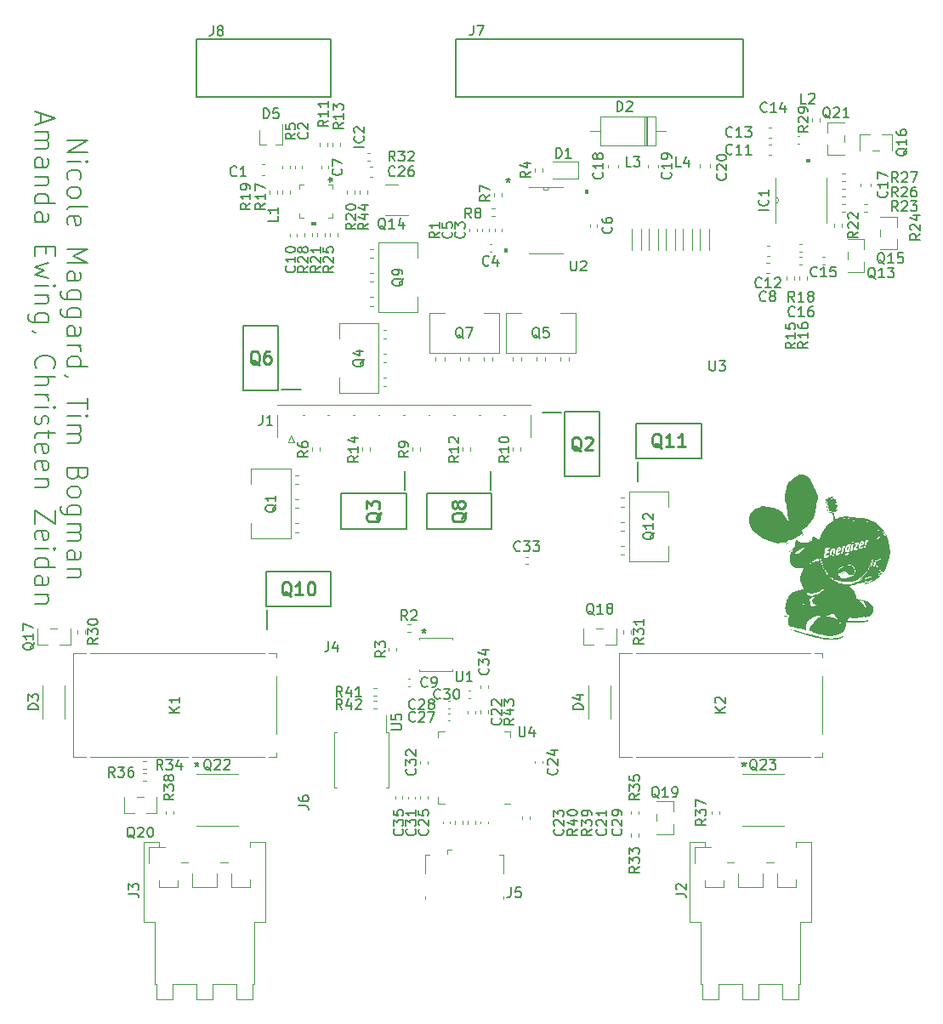
<source format=gbr>
%TF.GenerationSoftware,KiCad,Pcbnew,(6.0.2)*%
%TF.CreationDate,2023-01-13T18:58:57-08:00*%
%TF.ProjectId,ProvesXEPS,50726f76-6573-4584-9550-532e6b696361,rev?*%
%TF.SameCoordinates,Original*%
%TF.FileFunction,Legend,Top*%
%TF.FilePolarity,Positive*%
%FSLAX46Y46*%
G04 Gerber Fmt 4.6, Leading zero omitted, Abs format (unit mm)*
G04 Created by KiCad (PCBNEW (6.0.2)) date 2023-01-13 18:58:57*
%MOMM*%
%LPD*%
G01*
G04 APERTURE LIST*
%ADD10C,0.150000*%
%ADD11C,0.254000*%
%ADD12C,0.120000*%
%ADD13C,0.127000*%
%ADD14C,0.100000*%
%ADD15C,0.200000*%
G04 APERTURE END LIST*
D10*
X110495238Y-77588095D02*
X112495238Y-77588095D01*
X110495238Y-78730952D01*
X112495238Y-78730952D01*
X110495238Y-79683333D02*
X111828571Y-79683333D01*
X112495238Y-79683333D02*
X112400000Y-79588095D01*
X112304761Y-79683333D01*
X112400000Y-79778571D01*
X112495238Y-79683333D01*
X112304761Y-79683333D01*
X110590476Y-81492857D02*
X110495238Y-81302380D01*
X110495238Y-80921428D01*
X110590476Y-80730952D01*
X110685714Y-80635714D01*
X110876190Y-80540476D01*
X111447619Y-80540476D01*
X111638095Y-80635714D01*
X111733333Y-80730952D01*
X111828571Y-80921428D01*
X111828571Y-81302380D01*
X111733333Y-81492857D01*
X110495238Y-82635714D02*
X110590476Y-82445238D01*
X110685714Y-82350000D01*
X110876190Y-82254761D01*
X111447619Y-82254761D01*
X111638095Y-82350000D01*
X111733333Y-82445238D01*
X111828571Y-82635714D01*
X111828571Y-82921428D01*
X111733333Y-83111904D01*
X111638095Y-83207142D01*
X111447619Y-83302380D01*
X110876190Y-83302380D01*
X110685714Y-83207142D01*
X110590476Y-83111904D01*
X110495238Y-82921428D01*
X110495238Y-82635714D01*
X110495238Y-84445238D02*
X110590476Y-84254761D01*
X110780952Y-84159523D01*
X112495238Y-84159523D01*
X110590476Y-85969047D02*
X110495238Y-85778571D01*
X110495238Y-85397619D01*
X110590476Y-85207142D01*
X110780952Y-85111904D01*
X111542857Y-85111904D01*
X111733333Y-85207142D01*
X111828571Y-85397619D01*
X111828571Y-85778571D01*
X111733333Y-85969047D01*
X111542857Y-86064285D01*
X111352380Y-86064285D01*
X111161904Y-85111904D01*
X110495238Y-88445238D02*
X112495238Y-88445238D01*
X111066666Y-89111904D01*
X112495238Y-89778571D01*
X110495238Y-89778571D01*
X110495238Y-91588095D02*
X111542857Y-91588095D01*
X111733333Y-91492857D01*
X111828571Y-91302380D01*
X111828571Y-90921428D01*
X111733333Y-90730952D01*
X110590476Y-91588095D02*
X110495238Y-91397619D01*
X110495238Y-90921428D01*
X110590476Y-90730952D01*
X110780952Y-90635714D01*
X110971428Y-90635714D01*
X111161904Y-90730952D01*
X111257142Y-90921428D01*
X111257142Y-91397619D01*
X111352380Y-91588095D01*
X111828571Y-93397619D02*
X110209523Y-93397619D01*
X110019047Y-93302380D01*
X109923809Y-93207142D01*
X109828571Y-93016666D01*
X109828571Y-92730952D01*
X109923809Y-92540476D01*
X110590476Y-93397619D02*
X110495238Y-93207142D01*
X110495238Y-92826190D01*
X110590476Y-92635714D01*
X110685714Y-92540476D01*
X110876190Y-92445238D01*
X111447619Y-92445238D01*
X111638095Y-92540476D01*
X111733333Y-92635714D01*
X111828571Y-92826190D01*
X111828571Y-93207142D01*
X111733333Y-93397619D01*
X111828571Y-95207142D02*
X110209523Y-95207142D01*
X110019047Y-95111904D01*
X109923809Y-95016666D01*
X109828571Y-94826190D01*
X109828571Y-94540476D01*
X109923809Y-94350000D01*
X110590476Y-95207142D02*
X110495238Y-95016666D01*
X110495238Y-94635714D01*
X110590476Y-94445238D01*
X110685714Y-94350000D01*
X110876190Y-94254761D01*
X111447619Y-94254761D01*
X111638095Y-94350000D01*
X111733333Y-94445238D01*
X111828571Y-94635714D01*
X111828571Y-95016666D01*
X111733333Y-95207142D01*
X110495238Y-97016666D02*
X111542857Y-97016666D01*
X111733333Y-96921428D01*
X111828571Y-96730952D01*
X111828571Y-96350000D01*
X111733333Y-96159523D01*
X110590476Y-97016666D02*
X110495238Y-96826190D01*
X110495238Y-96350000D01*
X110590476Y-96159523D01*
X110780952Y-96064285D01*
X110971428Y-96064285D01*
X111161904Y-96159523D01*
X111257142Y-96350000D01*
X111257142Y-96826190D01*
X111352380Y-97016666D01*
X110495238Y-97969047D02*
X111828571Y-97969047D01*
X111447619Y-97969047D02*
X111638095Y-98064285D01*
X111733333Y-98159523D01*
X111828571Y-98350000D01*
X111828571Y-98540476D01*
X110495238Y-100064285D02*
X112495238Y-100064285D01*
X110590476Y-100064285D02*
X110495238Y-99873809D01*
X110495238Y-99492857D01*
X110590476Y-99302380D01*
X110685714Y-99207142D01*
X110876190Y-99111904D01*
X111447619Y-99111904D01*
X111638095Y-99207142D01*
X111733333Y-99302380D01*
X111828571Y-99492857D01*
X111828571Y-99873809D01*
X111733333Y-100064285D01*
X110590476Y-101111904D02*
X110495238Y-101111904D01*
X110304761Y-101016666D01*
X110209523Y-100921428D01*
X112495238Y-103207142D02*
X112495238Y-104350000D01*
X110495238Y-103778571D02*
X112495238Y-103778571D01*
X110495238Y-105016666D02*
X111828571Y-105016666D01*
X112495238Y-105016666D02*
X112400000Y-104921428D01*
X112304761Y-105016666D01*
X112400000Y-105111904D01*
X112495238Y-105016666D01*
X112304761Y-105016666D01*
X110495238Y-105969047D02*
X111828571Y-105969047D01*
X111638095Y-105969047D02*
X111733333Y-106064285D01*
X111828571Y-106254761D01*
X111828571Y-106540476D01*
X111733333Y-106730952D01*
X111542857Y-106826190D01*
X110495238Y-106826190D01*
X111542857Y-106826190D02*
X111733333Y-106921428D01*
X111828571Y-107111904D01*
X111828571Y-107397619D01*
X111733333Y-107588095D01*
X111542857Y-107683333D01*
X110495238Y-107683333D01*
X111542857Y-110826190D02*
X111447619Y-111111904D01*
X111352380Y-111207142D01*
X111161904Y-111302380D01*
X110876190Y-111302380D01*
X110685714Y-111207142D01*
X110590476Y-111111904D01*
X110495238Y-110921428D01*
X110495238Y-110159523D01*
X112495238Y-110159523D01*
X112495238Y-110826190D01*
X112400000Y-111016666D01*
X112304761Y-111111904D01*
X112114285Y-111207142D01*
X111923809Y-111207142D01*
X111733333Y-111111904D01*
X111638095Y-111016666D01*
X111542857Y-110826190D01*
X111542857Y-110159523D01*
X110495238Y-112445238D02*
X110590476Y-112254761D01*
X110685714Y-112159523D01*
X110876190Y-112064285D01*
X111447619Y-112064285D01*
X111638095Y-112159523D01*
X111733333Y-112254761D01*
X111828571Y-112445238D01*
X111828571Y-112730952D01*
X111733333Y-112921428D01*
X111638095Y-113016666D01*
X111447619Y-113111904D01*
X110876190Y-113111904D01*
X110685714Y-113016666D01*
X110590476Y-112921428D01*
X110495238Y-112730952D01*
X110495238Y-112445238D01*
X111828571Y-114826190D02*
X110209523Y-114826190D01*
X110019047Y-114730952D01*
X109923809Y-114635714D01*
X109828571Y-114445238D01*
X109828571Y-114159523D01*
X109923809Y-113969047D01*
X110590476Y-114826190D02*
X110495238Y-114635714D01*
X110495238Y-114254761D01*
X110590476Y-114064285D01*
X110685714Y-113969047D01*
X110876190Y-113873809D01*
X111447619Y-113873809D01*
X111638095Y-113969047D01*
X111733333Y-114064285D01*
X111828571Y-114254761D01*
X111828571Y-114635714D01*
X111733333Y-114826190D01*
X110495238Y-115778571D02*
X111828571Y-115778571D01*
X111638095Y-115778571D02*
X111733333Y-115873809D01*
X111828571Y-116064285D01*
X111828571Y-116349999D01*
X111733333Y-116540476D01*
X111542857Y-116635714D01*
X110495238Y-116635714D01*
X111542857Y-116635714D02*
X111733333Y-116730952D01*
X111828571Y-116921428D01*
X111828571Y-117207142D01*
X111733333Y-117397619D01*
X111542857Y-117492857D01*
X110495238Y-117492857D01*
X110495238Y-119302380D02*
X111542857Y-119302380D01*
X111733333Y-119207142D01*
X111828571Y-119016666D01*
X111828571Y-118635714D01*
X111733333Y-118445238D01*
X110590476Y-119302380D02*
X110495238Y-119111904D01*
X110495238Y-118635714D01*
X110590476Y-118445238D01*
X110780952Y-118349999D01*
X110971428Y-118349999D01*
X111161904Y-118445238D01*
X111257142Y-118635714D01*
X111257142Y-119111904D01*
X111352380Y-119302380D01*
X111828571Y-120254761D02*
X110495238Y-120254761D01*
X111638095Y-120254761D02*
X111733333Y-120349999D01*
X111828571Y-120540476D01*
X111828571Y-120826190D01*
X111733333Y-121016666D01*
X111542857Y-121111904D01*
X110495238Y-121111904D01*
X107846666Y-74921428D02*
X107846666Y-75873809D01*
X107275238Y-74730952D02*
X109275238Y-75397619D01*
X107275238Y-76064285D01*
X107275238Y-76730952D02*
X108608571Y-76730952D01*
X108418095Y-76730952D02*
X108513333Y-76826190D01*
X108608571Y-77016666D01*
X108608571Y-77302380D01*
X108513333Y-77492857D01*
X108322857Y-77588095D01*
X107275238Y-77588095D01*
X108322857Y-77588095D02*
X108513333Y-77683333D01*
X108608571Y-77873809D01*
X108608571Y-78159523D01*
X108513333Y-78349999D01*
X108322857Y-78445238D01*
X107275238Y-78445238D01*
X107275238Y-80254761D02*
X108322857Y-80254761D01*
X108513333Y-80159523D01*
X108608571Y-79969047D01*
X108608571Y-79588095D01*
X108513333Y-79397619D01*
X107370476Y-80254761D02*
X107275238Y-80064285D01*
X107275238Y-79588095D01*
X107370476Y-79397619D01*
X107560952Y-79302380D01*
X107751428Y-79302380D01*
X107941904Y-79397619D01*
X108037142Y-79588095D01*
X108037142Y-80064285D01*
X108132380Y-80254761D01*
X108608571Y-81207142D02*
X107275238Y-81207142D01*
X108418095Y-81207142D02*
X108513333Y-81302380D01*
X108608571Y-81492857D01*
X108608571Y-81778571D01*
X108513333Y-81969047D01*
X108322857Y-82064285D01*
X107275238Y-82064285D01*
X107275238Y-83873809D02*
X109275238Y-83873809D01*
X107370476Y-83873809D02*
X107275238Y-83683333D01*
X107275238Y-83302380D01*
X107370476Y-83111904D01*
X107465714Y-83016666D01*
X107656190Y-82921428D01*
X108227619Y-82921428D01*
X108418095Y-83016666D01*
X108513333Y-83111904D01*
X108608571Y-83302380D01*
X108608571Y-83683333D01*
X108513333Y-83873809D01*
X107275238Y-85683333D02*
X108322857Y-85683333D01*
X108513333Y-85588095D01*
X108608571Y-85397619D01*
X108608571Y-85016666D01*
X108513333Y-84826190D01*
X107370476Y-85683333D02*
X107275238Y-85492857D01*
X107275238Y-85016666D01*
X107370476Y-84826190D01*
X107560952Y-84730952D01*
X107751428Y-84730952D01*
X107941904Y-84826190D01*
X108037142Y-85016666D01*
X108037142Y-85492857D01*
X108132380Y-85683333D01*
X108322857Y-88159523D02*
X108322857Y-88826190D01*
X107275238Y-89111904D02*
X107275238Y-88159523D01*
X109275238Y-88159523D01*
X109275238Y-89111904D01*
X108608571Y-89778571D02*
X107275238Y-90159523D01*
X108227619Y-90540476D01*
X107275238Y-90921428D01*
X108608571Y-91302380D01*
X107275238Y-92064285D02*
X108608571Y-92064285D01*
X109275238Y-92064285D02*
X109180000Y-91969047D01*
X109084761Y-92064285D01*
X109180000Y-92159523D01*
X109275238Y-92064285D01*
X109084761Y-92064285D01*
X108608571Y-93016666D02*
X107275238Y-93016666D01*
X108418095Y-93016666D02*
X108513333Y-93111904D01*
X108608571Y-93302380D01*
X108608571Y-93588095D01*
X108513333Y-93778571D01*
X108322857Y-93873809D01*
X107275238Y-93873809D01*
X108608571Y-95683333D02*
X106989523Y-95683333D01*
X106799047Y-95588095D01*
X106703809Y-95492857D01*
X106608571Y-95302380D01*
X106608571Y-95016666D01*
X106703809Y-94826190D01*
X107370476Y-95683333D02*
X107275238Y-95492857D01*
X107275238Y-95111904D01*
X107370476Y-94921428D01*
X107465714Y-94826190D01*
X107656190Y-94730952D01*
X108227619Y-94730952D01*
X108418095Y-94826190D01*
X108513333Y-94921428D01*
X108608571Y-95111904D01*
X108608571Y-95492857D01*
X108513333Y-95683333D01*
X107370476Y-96730952D02*
X107275238Y-96730952D01*
X107084761Y-96635714D01*
X106989523Y-96540476D01*
X107465714Y-100254761D02*
X107370476Y-100159523D01*
X107275238Y-99873809D01*
X107275238Y-99683333D01*
X107370476Y-99397619D01*
X107560952Y-99207142D01*
X107751428Y-99111904D01*
X108132380Y-99016666D01*
X108418095Y-99016666D01*
X108799047Y-99111904D01*
X108989523Y-99207142D01*
X109180000Y-99397619D01*
X109275238Y-99683333D01*
X109275238Y-99873809D01*
X109180000Y-100159523D01*
X109084761Y-100254761D01*
X107275238Y-101111904D02*
X109275238Y-101111904D01*
X107275238Y-101969047D02*
X108322857Y-101969047D01*
X108513333Y-101873809D01*
X108608571Y-101683333D01*
X108608571Y-101397619D01*
X108513333Y-101207142D01*
X108418095Y-101111904D01*
X107275238Y-102921428D02*
X108608571Y-102921428D01*
X108227619Y-102921428D02*
X108418095Y-103016666D01*
X108513333Y-103111904D01*
X108608571Y-103302380D01*
X108608571Y-103492857D01*
X107275238Y-104159523D02*
X108608571Y-104159523D01*
X109275238Y-104159523D02*
X109180000Y-104064285D01*
X109084761Y-104159523D01*
X109180000Y-104254761D01*
X109275238Y-104159523D01*
X109084761Y-104159523D01*
X107370476Y-105016666D02*
X107275238Y-105207142D01*
X107275238Y-105588095D01*
X107370476Y-105778571D01*
X107560952Y-105873809D01*
X107656190Y-105873809D01*
X107846666Y-105778571D01*
X107941904Y-105588095D01*
X107941904Y-105302380D01*
X108037142Y-105111904D01*
X108227619Y-105016666D01*
X108322857Y-105016666D01*
X108513333Y-105111904D01*
X108608571Y-105302380D01*
X108608571Y-105588095D01*
X108513333Y-105778571D01*
X108608571Y-106445238D02*
X108608571Y-107207142D01*
X109275238Y-106730952D02*
X107560952Y-106730952D01*
X107370476Y-106826190D01*
X107275238Y-107016666D01*
X107275238Y-107207142D01*
X107370476Y-108635714D02*
X107275238Y-108445238D01*
X107275238Y-108064285D01*
X107370476Y-107873809D01*
X107560952Y-107778571D01*
X108322857Y-107778571D01*
X108513333Y-107873809D01*
X108608571Y-108064285D01*
X108608571Y-108445238D01*
X108513333Y-108635714D01*
X108322857Y-108730952D01*
X108132380Y-108730952D01*
X107941904Y-107778571D01*
X107370476Y-110349999D02*
X107275238Y-110159523D01*
X107275238Y-109778571D01*
X107370476Y-109588095D01*
X107560952Y-109492857D01*
X108322857Y-109492857D01*
X108513333Y-109588095D01*
X108608571Y-109778571D01*
X108608571Y-110159523D01*
X108513333Y-110349999D01*
X108322857Y-110445238D01*
X108132380Y-110445238D01*
X107941904Y-109492857D01*
X108608571Y-111302380D02*
X107275238Y-111302380D01*
X108418095Y-111302380D02*
X108513333Y-111397619D01*
X108608571Y-111588095D01*
X108608571Y-111873809D01*
X108513333Y-112064285D01*
X108322857Y-112159523D01*
X107275238Y-112159523D01*
X109275238Y-114445238D02*
X109275238Y-115778571D01*
X107275238Y-114445238D01*
X107275238Y-115778571D01*
X107370476Y-117302380D02*
X107275238Y-117111904D01*
X107275238Y-116730952D01*
X107370476Y-116540476D01*
X107560952Y-116445238D01*
X108322857Y-116445238D01*
X108513333Y-116540476D01*
X108608571Y-116730952D01*
X108608571Y-117111904D01*
X108513333Y-117302380D01*
X108322857Y-117397619D01*
X108132380Y-117397619D01*
X107941904Y-116445238D01*
X107275238Y-118254761D02*
X108608571Y-118254761D01*
X109275238Y-118254761D02*
X109180000Y-118159523D01*
X109084761Y-118254761D01*
X109180000Y-118349999D01*
X109275238Y-118254761D01*
X109084761Y-118254761D01*
X107275238Y-120064285D02*
X109275238Y-120064285D01*
X107370476Y-120064285D02*
X107275238Y-119873809D01*
X107275238Y-119492857D01*
X107370476Y-119302380D01*
X107465714Y-119207142D01*
X107656190Y-119111904D01*
X108227619Y-119111904D01*
X108418095Y-119207142D01*
X108513333Y-119302380D01*
X108608571Y-119492857D01*
X108608571Y-119873809D01*
X108513333Y-120064285D01*
X107275238Y-121873809D02*
X108322857Y-121873809D01*
X108513333Y-121778571D01*
X108608571Y-121588095D01*
X108608571Y-121207142D01*
X108513333Y-121016666D01*
X107370476Y-121873809D02*
X107275238Y-121683333D01*
X107275238Y-121207142D01*
X107370476Y-121016666D01*
X107560952Y-120921428D01*
X107751428Y-120921428D01*
X107941904Y-121016666D01*
X108037142Y-121207142D01*
X108037142Y-121683333D01*
X108132380Y-121873809D01*
X108608571Y-122826190D02*
X107275238Y-122826190D01*
X108418095Y-122826190D02*
X108513333Y-122921428D01*
X108608571Y-123111904D01*
X108608571Y-123397619D01*
X108513333Y-123588095D01*
X108322857Y-123683333D01*
X107275238Y-123683333D01*
%TO.C,R12*%
X149452380Y-108990358D02*
X148976190Y-109323691D01*
X149452380Y-109561786D02*
X148452380Y-109561786D01*
X148452380Y-109180834D01*
X148500000Y-109085596D01*
X148547619Y-109037977D01*
X148642857Y-108990358D01*
X148785714Y-108990358D01*
X148880952Y-109037977D01*
X148928571Y-109085596D01*
X148976190Y-109180834D01*
X148976190Y-109561786D01*
X149452380Y-108037977D02*
X149452380Y-108609405D01*
X149452380Y-108323691D02*
X148452380Y-108323691D01*
X148595238Y-108418929D01*
X148690476Y-108514167D01*
X148738095Y-108609405D01*
X148547619Y-107657024D02*
X148500000Y-107609405D01*
X148452380Y-107514167D01*
X148452380Y-107276072D01*
X148500000Y-107180834D01*
X148547619Y-107133215D01*
X148642857Y-107085596D01*
X148738095Y-107085596D01*
X148880952Y-107133215D01*
X149452380Y-107704643D01*
X149452380Y-107085596D01*
%TO.C,R25*%
X136952380Y-90092357D02*
X136476190Y-90425690D01*
X136952380Y-90663785D02*
X135952380Y-90663785D01*
X135952380Y-90282833D01*
X136000000Y-90187595D01*
X136047619Y-90139976D01*
X136142857Y-90092357D01*
X136285714Y-90092357D01*
X136380952Y-90139976D01*
X136428571Y-90187595D01*
X136476190Y-90282833D01*
X136476190Y-90663785D01*
X136047619Y-89711404D02*
X136000000Y-89663785D01*
X135952380Y-89568547D01*
X135952380Y-89330452D01*
X136000000Y-89235214D01*
X136047619Y-89187595D01*
X136142857Y-89139976D01*
X136238095Y-89139976D01*
X136380952Y-89187595D01*
X136952380Y-89759023D01*
X136952380Y-89139976D01*
X135952380Y-88235214D02*
X135952380Y-88711404D01*
X136428571Y-88759023D01*
X136380952Y-88711404D01*
X136333333Y-88616166D01*
X136333333Y-88378071D01*
X136380952Y-88282833D01*
X136428571Y-88235214D01*
X136523809Y-88187595D01*
X136761904Y-88187595D01*
X136857142Y-88235214D01*
X136904761Y-88282833D01*
X136952380Y-88378071D01*
X136952380Y-88616166D01*
X136904761Y-88711404D01*
X136857142Y-88759023D01*
%TO.C,R9*%
X144452380Y-108514167D02*
X143976190Y-108847501D01*
X144452380Y-109085596D02*
X143452380Y-109085596D01*
X143452380Y-108704643D01*
X143500000Y-108609405D01*
X143547619Y-108561786D01*
X143642857Y-108514167D01*
X143785714Y-108514167D01*
X143880952Y-108561786D01*
X143928571Y-108609405D01*
X143976190Y-108704643D01*
X143976190Y-109085596D01*
X144452380Y-108037977D02*
X144452380Y-107847501D01*
X144404761Y-107752262D01*
X144357142Y-107704643D01*
X144214285Y-107609405D01*
X144023809Y-107561786D01*
X143642857Y-107561786D01*
X143547619Y-107609405D01*
X143500000Y-107657024D01*
X143452380Y-107752262D01*
X143452380Y-107942739D01*
X143500000Y-108037977D01*
X143547619Y-108085596D01*
X143642857Y-108133215D01*
X143880952Y-108133215D01*
X143976190Y-108085596D01*
X144023809Y-108037977D01*
X144071428Y-107942739D01*
X144071428Y-107752262D01*
X144023809Y-107657024D01*
X143976190Y-107609405D01*
X143880952Y-107561786D01*
%TO.C,C7*%
X137751142Y-80416666D02*
X137798761Y-80464285D01*
X137846380Y-80607142D01*
X137846380Y-80702380D01*
X137798761Y-80845238D01*
X137703523Y-80940476D01*
X137608285Y-80988095D01*
X137417809Y-81035714D01*
X137274952Y-81035714D01*
X137084476Y-80988095D01*
X136989238Y-80940476D01*
X136894000Y-80845238D01*
X136846380Y-80702380D01*
X136846380Y-80607142D01*
X136894000Y-80464285D01*
X136941619Y-80416666D01*
X136846380Y-80083333D02*
X136846380Y-79416666D01*
X137846380Y-79845238D01*
%TO.C,Q12*%
X168922620Y-116571428D02*
X168875001Y-116666666D01*
X168779762Y-116761904D01*
X168636905Y-116904761D01*
X168589286Y-117000000D01*
X168589286Y-117095238D01*
X168827381Y-117047619D02*
X168779762Y-117142857D01*
X168684524Y-117238095D01*
X168494048Y-117285714D01*
X168160715Y-117285714D01*
X167970239Y-117238095D01*
X167875001Y-117142857D01*
X167827381Y-117047619D01*
X167827381Y-116857142D01*
X167875001Y-116761904D01*
X167970239Y-116666666D01*
X168160715Y-116619047D01*
X168494048Y-116619047D01*
X168684524Y-116666666D01*
X168779762Y-116761904D01*
X168827381Y-116857142D01*
X168827381Y-117047619D01*
X168827381Y-115666666D02*
X168827381Y-116238095D01*
X168827381Y-115952380D02*
X167827381Y-115952380D01*
X167970239Y-116047619D01*
X168065477Y-116142857D01*
X168113096Y-116238095D01*
X167922620Y-115285714D02*
X167875001Y-115238095D01*
X167827381Y-115142857D01*
X167827381Y-114904761D01*
X167875001Y-114809523D01*
X167922620Y-114761904D01*
X168017858Y-114714285D01*
X168113096Y-114714285D01*
X168255953Y-114761904D01*
X168827381Y-115333333D01*
X168827381Y-114714285D01*
%TO.C,R43*%
X154952380Y-135142857D02*
X154476190Y-135476190D01*
X154952380Y-135714285D02*
X153952380Y-135714285D01*
X153952380Y-135333333D01*
X154000000Y-135238095D01*
X154047619Y-135190476D01*
X154142857Y-135142857D01*
X154285714Y-135142857D01*
X154380952Y-135190476D01*
X154428571Y-135238095D01*
X154476190Y-135333333D01*
X154476190Y-135714285D01*
X154285714Y-134285714D02*
X154952380Y-134285714D01*
X153904761Y-134523809D02*
X154619047Y-134761904D01*
X154619047Y-134142857D01*
X153952380Y-133857142D02*
X153952380Y-133238095D01*
X154333333Y-133571428D01*
X154333333Y-133428571D01*
X154380952Y-133333333D01*
X154428571Y-133285714D01*
X154523809Y-133238095D01*
X154761904Y-133238095D01*
X154857142Y-133285714D01*
X154904761Y-133333333D01*
X154952380Y-133428571D01*
X154952380Y-133714285D01*
X154904761Y-133809523D01*
X154857142Y-133857142D01*
%TO.C,R5*%
X133202380Y-76866166D02*
X132726190Y-77199500D01*
X133202380Y-77437595D02*
X132202380Y-77437595D01*
X132202380Y-77056642D01*
X132250000Y-76961404D01*
X132297619Y-76913785D01*
X132392857Y-76866166D01*
X132535714Y-76866166D01*
X132630952Y-76913785D01*
X132678571Y-76961404D01*
X132726190Y-77056642D01*
X132726190Y-77437595D01*
X132202380Y-75961404D02*
X132202380Y-76437595D01*
X132678571Y-76485214D01*
X132630952Y-76437595D01*
X132583333Y-76342357D01*
X132583333Y-76104261D01*
X132630952Y-76009023D01*
X132678571Y-75961404D01*
X132773809Y-75913785D01*
X133011904Y-75913785D01*
X133107142Y-75961404D01*
X133154761Y-76009023D01*
X133202380Y-76104261D01*
X133202380Y-76342357D01*
X133154761Y-76437595D01*
X133107142Y-76485214D01*
%TO.C,J6*%
X133502380Y-143813333D02*
X134216666Y-143813333D01*
X134359523Y-143860952D01*
X134454761Y-143956190D01*
X134502380Y-144099047D01*
X134502380Y-144194285D01*
X133502380Y-142908571D02*
X133502380Y-143099047D01*
X133550000Y-143194285D01*
X133597619Y-143241904D01*
X133740476Y-143337142D01*
X133930952Y-143384761D01*
X134311904Y-143384761D01*
X134407142Y-143337142D01*
X134454761Y-143289523D01*
X134502380Y-143194285D01*
X134502380Y-143003809D01*
X134454761Y-142908571D01*
X134407142Y-142860952D01*
X134311904Y-142813333D01*
X134073809Y-142813333D01*
X133978571Y-142860952D01*
X133930952Y-142908571D01*
X133883333Y-143003809D01*
X133883333Y-143194285D01*
X133930952Y-143289523D01*
X133978571Y-143337142D01*
X134073809Y-143384761D01*
%TO.C,R42*%
X137857142Y-134202380D02*
X137523809Y-133726190D01*
X137285714Y-134202380D02*
X137285714Y-133202380D01*
X137666666Y-133202380D01*
X137761904Y-133250000D01*
X137809523Y-133297619D01*
X137857142Y-133392857D01*
X137857142Y-133535714D01*
X137809523Y-133630952D01*
X137761904Y-133678571D01*
X137666666Y-133726190D01*
X137285714Y-133726190D01*
X138714285Y-133535714D02*
X138714285Y-134202380D01*
X138476190Y-133154761D02*
X138238095Y-133869047D01*
X138857142Y-133869047D01*
X139190476Y-133297619D02*
X139238095Y-133250000D01*
X139333333Y-133202380D01*
X139571428Y-133202380D01*
X139666666Y-133250000D01*
X139714285Y-133297619D01*
X139761904Y-133392857D01*
X139761904Y-133488095D01*
X139714285Y-133630952D01*
X139142857Y-134202380D01*
X139761904Y-134202380D01*
%TO.C,R16*%
X184227380Y-97642858D02*
X183751190Y-97976191D01*
X184227380Y-98214286D02*
X183227380Y-98214286D01*
X183227380Y-97833334D01*
X183275000Y-97738096D01*
X183322619Y-97690477D01*
X183417857Y-97642858D01*
X183560714Y-97642858D01*
X183655952Y-97690477D01*
X183703571Y-97738096D01*
X183751190Y-97833334D01*
X183751190Y-98214286D01*
X184227380Y-96690477D02*
X184227380Y-97261905D01*
X184227380Y-96976191D02*
X183227380Y-96976191D01*
X183370238Y-97071429D01*
X183465476Y-97166667D01*
X183513095Y-97261905D01*
X183227380Y-95833334D02*
X183227380Y-96023810D01*
X183275000Y-96119048D01*
X183322619Y-96166667D01*
X183465476Y-96261905D01*
X183655952Y-96309524D01*
X184036904Y-96309524D01*
X184132142Y-96261905D01*
X184179761Y-96214286D01*
X184227380Y-96119048D01*
X184227380Y-95928572D01*
X184179761Y-95833334D01*
X184132142Y-95785715D01*
X184036904Y-95738096D01*
X183798809Y-95738096D01*
X183703571Y-95785715D01*
X183655952Y-95833334D01*
X183608333Y-95928572D01*
X183608333Y-96119048D01*
X183655952Y-96214286D01*
X183703571Y-96261905D01*
X183798809Y-96309524D01*
%TO.C,R32*%
X143107142Y-79651880D02*
X142773809Y-79175690D01*
X142535714Y-79651880D02*
X142535714Y-78651880D01*
X142916666Y-78651880D01*
X143011904Y-78699500D01*
X143059523Y-78747119D01*
X143107142Y-78842357D01*
X143107142Y-78985214D01*
X143059523Y-79080452D01*
X143011904Y-79128071D01*
X142916666Y-79175690D01*
X142535714Y-79175690D01*
X143440476Y-78651880D02*
X144059523Y-78651880D01*
X143726190Y-79032833D01*
X143869047Y-79032833D01*
X143964285Y-79080452D01*
X144011904Y-79128071D01*
X144059523Y-79223309D01*
X144059523Y-79461404D01*
X144011904Y-79556642D01*
X143964285Y-79604261D01*
X143869047Y-79651880D01*
X143583333Y-79651880D01*
X143488095Y-79604261D01*
X143440476Y-79556642D01*
X144440476Y-78747119D02*
X144488095Y-78699500D01*
X144583333Y-78651880D01*
X144821428Y-78651880D01*
X144916666Y-78699500D01*
X144964285Y-78747119D01*
X145011904Y-78842357D01*
X145011904Y-78937595D01*
X144964285Y-79080452D01*
X144392857Y-79651880D01*
X145011904Y-79651880D01*
%TO.C,Q7*%
X149904761Y-97297618D02*
X149809523Y-97249999D01*
X149714285Y-97154760D01*
X149571428Y-97011903D01*
X149476190Y-96964284D01*
X149380952Y-96964284D01*
X149428571Y-97202379D02*
X149333333Y-97154760D01*
X149238095Y-97059522D01*
X149190476Y-96869046D01*
X149190476Y-96535713D01*
X149238095Y-96345237D01*
X149333333Y-96249999D01*
X149428571Y-96202379D01*
X149619047Y-96202379D01*
X149714285Y-96249999D01*
X149809523Y-96345237D01*
X149857142Y-96535713D01*
X149857142Y-96869046D01*
X149809523Y-97059522D01*
X149714285Y-97154760D01*
X149619047Y-97202379D01*
X149428571Y-97202379D01*
X150190476Y-96202379D02*
X150857142Y-96202379D01*
X150428571Y-97202379D01*
%TO.C,R37*%
X174077331Y-145142856D02*
X173601141Y-145476189D01*
X174077331Y-145714284D02*
X173077331Y-145714284D01*
X173077331Y-145333332D01*
X173124951Y-145238094D01*
X173172570Y-145190475D01*
X173267808Y-145142856D01*
X173410665Y-145142856D01*
X173505903Y-145190475D01*
X173553522Y-145238094D01*
X173601141Y-145333332D01*
X173601141Y-145714284D01*
X173077331Y-144809522D02*
X173077331Y-144190475D01*
X173458284Y-144523808D01*
X173458284Y-144380951D01*
X173505903Y-144285713D01*
X173553522Y-144238094D01*
X173648760Y-144190475D01*
X173886855Y-144190475D01*
X173982093Y-144238094D01*
X174029712Y-144285713D01*
X174077331Y-144380951D01*
X174077331Y-144666665D01*
X174029712Y-144761903D01*
X173982093Y-144809522D01*
X173077331Y-143857141D02*
X173077331Y-143190475D01*
X174077331Y-143619046D01*
%TO.C,U3*%
X174438094Y-99522880D02*
X174438094Y-100332404D01*
X174485713Y-100427642D01*
X174533332Y-100475261D01*
X174628570Y-100522880D01*
X174819046Y-100522880D01*
X174914284Y-100475261D01*
X174961903Y-100427642D01*
X175009522Y-100332404D01*
X175009522Y-99522880D01*
X175390475Y-99522880D02*
X176009522Y-99522880D01*
X175676189Y-99903833D01*
X175819046Y-99903833D01*
X175914284Y-99951452D01*
X175961903Y-99999071D01*
X176009522Y-100094309D01*
X176009522Y-100332404D01*
X175961903Y-100427642D01*
X175914284Y-100475261D01*
X175819046Y-100522880D01*
X175533332Y-100522880D01*
X175438094Y-100475261D01*
X175390475Y-100427642D01*
%TO.C,C28*%
X145107142Y-134107142D02*
X145059523Y-134154761D01*
X144916666Y-134202380D01*
X144821428Y-134202380D01*
X144678571Y-134154761D01*
X144583333Y-134059523D01*
X144535714Y-133964285D01*
X144488095Y-133773809D01*
X144488095Y-133630952D01*
X144535714Y-133440476D01*
X144583333Y-133345238D01*
X144678571Y-133250000D01*
X144821428Y-133202380D01*
X144916666Y-133202380D01*
X145059523Y-133250000D01*
X145107142Y-133297619D01*
X145488095Y-133297619D02*
X145535714Y-133250000D01*
X145630952Y-133202380D01*
X145869047Y-133202380D01*
X145964285Y-133250000D01*
X146011904Y-133297619D01*
X146059523Y-133392857D01*
X146059523Y-133488095D01*
X146011904Y-133630952D01*
X145440476Y-134202380D01*
X146059523Y-134202380D01*
X146630952Y-133630952D02*
X146535714Y-133583333D01*
X146488095Y-133535714D01*
X146440476Y-133440476D01*
X146440476Y-133392857D01*
X146488095Y-133297619D01*
X146535714Y-133250000D01*
X146630952Y-133202380D01*
X146821428Y-133202380D01*
X146916666Y-133250000D01*
X146964285Y-133297619D01*
X147011904Y-133392857D01*
X147011904Y-133440476D01*
X146964285Y-133535714D01*
X146916666Y-133583333D01*
X146821428Y-133630952D01*
X146630952Y-133630952D01*
X146535714Y-133678571D01*
X146488095Y-133726190D01*
X146440476Y-133821428D01*
X146440476Y-134011904D01*
X146488095Y-134107142D01*
X146535714Y-134154761D01*
X146630952Y-134202380D01*
X146821428Y-134202380D01*
X146916666Y-134154761D01*
X146964285Y-134107142D01*
X147011904Y-134011904D01*
X147011904Y-133821428D01*
X146964285Y-133726190D01*
X146916666Y-133678571D01*
X146821428Y-133630952D01*
%TO.C,Q9*%
X143949319Y-91325238D02*
X143901700Y-91420476D01*
X143806461Y-91515714D01*
X143663604Y-91658571D01*
X143615985Y-91753809D01*
X143615985Y-91849047D01*
X143854080Y-91801428D02*
X143806461Y-91896666D01*
X143711223Y-91991904D01*
X143520747Y-92039523D01*
X143187414Y-92039523D01*
X142996938Y-91991904D01*
X142901700Y-91896666D01*
X142854080Y-91801428D01*
X142854080Y-91610952D01*
X142901700Y-91515714D01*
X142996938Y-91420476D01*
X143187414Y-91372857D01*
X143520747Y-91372857D01*
X143711223Y-91420476D01*
X143806461Y-91515714D01*
X143854080Y-91610952D01*
X143854080Y-91801428D01*
X143854080Y-90896666D02*
X143854080Y-90706190D01*
X143806461Y-90610952D01*
X143758842Y-90563333D01*
X143615985Y-90468095D01*
X143425509Y-90420476D01*
X143044557Y-90420476D01*
X142949319Y-90468095D01*
X142901700Y-90515714D01*
X142854080Y-90610952D01*
X142854080Y-90801428D01*
X142901700Y-90896666D01*
X142949319Y-90944285D01*
X143044557Y-90991904D01*
X143282652Y-90991904D01*
X143377890Y-90944285D01*
X143425509Y-90896666D01*
X143473128Y-90801428D01*
X143473128Y-90610952D01*
X143425509Y-90515714D01*
X143377890Y-90468095D01*
X143282652Y-90420476D01*
%TO.C,R22*%
X189222380Y-86692858D02*
X188746190Y-87026191D01*
X189222380Y-87264286D02*
X188222380Y-87264286D01*
X188222380Y-86883334D01*
X188270000Y-86788096D01*
X188317619Y-86740477D01*
X188412857Y-86692858D01*
X188555714Y-86692858D01*
X188650952Y-86740477D01*
X188698571Y-86788096D01*
X188746190Y-86883334D01*
X188746190Y-87264286D01*
X188317619Y-86311905D02*
X188270000Y-86264286D01*
X188222380Y-86169048D01*
X188222380Y-85930953D01*
X188270000Y-85835715D01*
X188317619Y-85788096D01*
X188412857Y-85740477D01*
X188508095Y-85740477D01*
X188650952Y-85788096D01*
X189222380Y-86359524D01*
X189222380Y-85740477D01*
X188317619Y-85359524D02*
X188270000Y-85311905D01*
X188222380Y-85216667D01*
X188222380Y-84978572D01*
X188270000Y-84883334D01*
X188317619Y-84835715D01*
X188412857Y-84788096D01*
X188508095Y-84788096D01*
X188650952Y-84835715D01*
X189222380Y-85407143D01*
X189222380Y-84788096D01*
%TO.C,J8*%
X125001120Y-66163971D02*
X125001120Y-66878257D01*
X124953501Y-67021114D01*
X124858263Y-67116352D01*
X124715406Y-67163971D01*
X124620168Y-67163971D01*
X125620168Y-66592543D02*
X125524930Y-66544924D01*
X125477311Y-66497305D01*
X125429692Y-66402067D01*
X125429692Y-66354448D01*
X125477311Y-66259210D01*
X125524930Y-66211591D01*
X125620168Y-66163971D01*
X125810644Y-66163971D01*
X125905882Y-66211591D01*
X125953501Y-66259210D01*
X126001120Y-66354448D01*
X126001120Y-66402067D01*
X125953501Y-66497305D01*
X125905882Y-66544924D01*
X125810644Y-66592543D01*
X125620168Y-66592543D01*
X125524930Y-66640162D01*
X125477311Y-66687781D01*
X125429692Y-66783019D01*
X125429692Y-66973495D01*
X125477311Y-67068733D01*
X125524930Y-67116352D01*
X125620168Y-67163971D01*
X125810644Y-67163971D01*
X125905882Y-67116352D01*
X125953501Y-67068733D01*
X126001120Y-66973495D01*
X126001120Y-66783019D01*
X125953501Y-66687781D01*
X125905882Y-66640162D01*
X125810644Y-66592543D01*
%TO.C,C29*%
X165607142Y-146142857D02*
X165654761Y-146190476D01*
X165702380Y-146333333D01*
X165702380Y-146428571D01*
X165654761Y-146571428D01*
X165559523Y-146666666D01*
X165464285Y-146714285D01*
X165273809Y-146761904D01*
X165130952Y-146761904D01*
X164940476Y-146714285D01*
X164845238Y-146666666D01*
X164750000Y-146571428D01*
X164702380Y-146428571D01*
X164702380Y-146333333D01*
X164750000Y-146190476D01*
X164797619Y-146142857D01*
X164797619Y-145761904D02*
X164750000Y-145714285D01*
X164702380Y-145619047D01*
X164702380Y-145380952D01*
X164750000Y-145285714D01*
X164797619Y-145238095D01*
X164892857Y-145190476D01*
X164988095Y-145190476D01*
X165130952Y-145238095D01*
X165702380Y-145809523D01*
X165702380Y-145190476D01*
X165702380Y-144714285D02*
X165702380Y-144523809D01*
X165654761Y-144428571D01*
X165607142Y-144380952D01*
X165464285Y-144285714D01*
X165273809Y-144238095D01*
X164892857Y-144238095D01*
X164797619Y-144285714D01*
X164750000Y-144333333D01*
X164702380Y-144428571D01*
X164702380Y-144619047D01*
X164750000Y-144714285D01*
X164797619Y-144761904D01*
X164892857Y-144809523D01*
X165130952Y-144809523D01*
X165226190Y-144761904D01*
X165273809Y-144714285D01*
X165321428Y-144619047D01*
X165321428Y-144428571D01*
X165273809Y-144333333D01*
X165226190Y-144285714D01*
X165130952Y-144238095D01*
%TO.C,R41*%
X137857142Y-132952380D02*
X137523809Y-132476190D01*
X137285714Y-132952380D02*
X137285714Y-131952380D01*
X137666666Y-131952380D01*
X137761904Y-132000000D01*
X137809523Y-132047619D01*
X137857142Y-132142857D01*
X137857142Y-132285714D01*
X137809523Y-132380952D01*
X137761904Y-132428571D01*
X137666666Y-132476190D01*
X137285714Y-132476190D01*
X138714285Y-132285714D02*
X138714285Y-132952380D01*
X138476190Y-131904761D02*
X138238095Y-132619047D01*
X138857142Y-132619047D01*
X139761904Y-132952380D02*
X139190476Y-132952380D01*
X139476190Y-132952380D02*
X139476190Y-131952380D01*
X139380952Y-132095238D01*
X139285714Y-132190476D01*
X139190476Y-132238095D01*
%TO.C,K2*%
X175973133Y-134528094D02*
X174973133Y-134528094D01*
X175973133Y-133956665D02*
X175401705Y-134385237D01*
X174973133Y-133956665D02*
X175544562Y-134528094D01*
X175068372Y-133575713D02*
X175020753Y-133528094D01*
X174973133Y-133432856D01*
X174973133Y-133194760D01*
X175020753Y-133099522D01*
X175068372Y-133051903D01*
X175163610Y-133004284D01*
X175258848Y-133004284D01*
X175401705Y-133051903D01*
X175973133Y-133623332D01*
X175973133Y-133004284D01*
%TO.C,R29*%
X184252380Y-76167858D02*
X183776190Y-76501191D01*
X184252380Y-76739286D02*
X183252380Y-76739286D01*
X183252380Y-76358334D01*
X183300000Y-76263096D01*
X183347619Y-76215477D01*
X183442857Y-76167858D01*
X183585714Y-76167858D01*
X183680952Y-76215477D01*
X183728571Y-76263096D01*
X183776190Y-76358334D01*
X183776190Y-76739286D01*
X183347619Y-75786905D02*
X183300000Y-75739286D01*
X183252380Y-75644048D01*
X183252380Y-75405953D01*
X183300000Y-75310715D01*
X183347619Y-75263096D01*
X183442857Y-75215477D01*
X183538095Y-75215477D01*
X183680952Y-75263096D01*
X184252380Y-75834524D01*
X184252380Y-75215477D01*
X184252380Y-74739286D02*
X184252380Y-74548810D01*
X184204761Y-74453572D01*
X184157142Y-74405953D01*
X184014285Y-74310715D01*
X183823809Y-74263096D01*
X183442857Y-74263096D01*
X183347619Y-74310715D01*
X183300000Y-74358334D01*
X183252380Y-74453572D01*
X183252380Y-74644048D01*
X183300000Y-74739286D01*
X183347619Y-74786905D01*
X183442857Y-74834524D01*
X183680952Y-74834524D01*
X183776190Y-74786905D01*
X183823809Y-74739286D01*
X183871428Y-74644048D01*
X183871428Y-74453572D01*
X183823809Y-74358334D01*
X183776190Y-74310715D01*
X183680952Y-74263096D01*
%TO.C,R3*%
X142158380Y-128407266D02*
X141682190Y-128740600D01*
X142158380Y-128978695D02*
X141158380Y-128978695D01*
X141158380Y-128597742D01*
X141206000Y-128502504D01*
X141253619Y-128454885D01*
X141348857Y-128407266D01*
X141491714Y-128407266D01*
X141586952Y-128454885D01*
X141634571Y-128502504D01*
X141682190Y-128597742D01*
X141682190Y-128978695D01*
X141158380Y-128073933D02*
X141158380Y-127454885D01*
X141539333Y-127788219D01*
X141539333Y-127645361D01*
X141586952Y-127550123D01*
X141634571Y-127502504D01*
X141729809Y-127454885D01*
X141967904Y-127454885D01*
X142063142Y-127502504D01*
X142110761Y-127550123D01*
X142158380Y-127645361D01*
X142158380Y-127931076D01*
X142110761Y-128026314D01*
X142063142Y-128073933D01*
%TO.C,R19*%
X128702380Y-83842357D02*
X128226190Y-84175690D01*
X128702380Y-84413785D02*
X127702380Y-84413785D01*
X127702380Y-84032833D01*
X127750000Y-83937595D01*
X127797619Y-83889976D01*
X127892857Y-83842357D01*
X128035714Y-83842357D01*
X128130952Y-83889976D01*
X128178571Y-83937595D01*
X128226190Y-84032833D01*
X128226190Y-84413785D01*
X128702380Y-82889976D02*
X128702380Y-83461404D01*
X128702380Y-83175690D02*
X127702380Y-83175690D01*
X127845238Y-83270928D01*
X127940476Y-83366166D01*
X127988095Y-83461404D01*
X128702380Y-82413785D02*
X128702380Y-82223309D01*
X128654761Y-82128071D01*
X128607142Y-82080452D01*
X128464285Y-81985214D01*
X128273809Y-81937595D01*
X127892857Y-81937595D01*
X127797619Y-81985214D01*
X127750000Y-82032833D01*
X127702380Y-82128071D01*
X127702380Y-82318547D01*
X127750000Y-82413785D01*
X127797619Y-82461404D01*
X127892857Y-82509023D01*
X128130952Y-82509023D01*
X128226190Y-82461404D01*
X128273809Y-82413785D01*
X128321428Y-82318547D01*
X128321428Y-82128071D01*
X128273809Y-82032833D01*
X128226190Y-81985214D01*
X128130952Y-81937595D01*
%TO.C,C21*%
X164082142Y-146167857D02*
X164129761Y-146215476D01*
X164177380Y-146358333D01*
X164177380Y-146453571D01*
X164129761Y-146596428D01*
X164034523Y-146691666D01*
X163939285Y-146739285D01*
X163748809Y-146786904D01*
X163605952Y-146786904D01*
X163415476Y-146739285D01*
X163320238Y-146691666D01*
X163225000Y-146596428D01*
X163177380Y-146453571D01*
X163177380Y-146358333D01*
X163225000Y-146215476D01*
X163272619Y-146167857D01*
X163272619Y-145786904D02*
X163225000Y-145739285D01*
X163177380Y-145644047D01*
X163177380Y-145405952D01*
X163225000Y-145310714D01*
X163272619Y-145263095D01*
X163367857Y-145215476D01*
X163463095Y-145215476D01*
X163605952Y-145263095D01*
X164177380Y-145834523D01*
X164177380Y-145215476D01*
X164177380Y-144263095D02*
X164177380Y-144834523D01*
X164177380Y-144548809D02*
X163177380Y-144548809D01*
X163320238Y-144644047D01*
X163415476Y-144739285D01*
X163463095Y-144834523D01*
%TO.C,R30*%
X113516080Y-127142856D02*
X113039890Y-127476189D01*
X113516080Y-127714284D02*
X112516080Y-127714284D01*
X112516080Y-127333332D01*
X112563700Y-127238094D01*
X112611319Y-127190475D01*
X112706557Y-127142856D01*
X112849414Y-127142856D01*
X112944652Y-127190475D01*
X112992271Y-127238094D01*
X113039890Y-127333332D01*
X113039890Y-127714284D01*
X112516080Y-126809522D02*
X112516080Y-126190475D01*
X112897033Y-126523808D01*
X112897033Y-126380951D01*
X112944652Y-126285713D01*
X112992271Y-126238094D01*
X113087509Y-126190475D01*
X113325604Y-126190475D01*
X113420842Y-126238094D01*
X113468461Y-126285713D01*
X113516080Y-126380951D01*
X113516080Y-126666665D01*
X113468461Y-126761903D01*
X113420842Y-126809522D01*
X112516080Y-125571427D02*
X112516080Y-125476189D01*
X112563700Y-125380951D01*
X112611319Y-125333332D01*
X112706557Y-125285713D01*
X112897033Y-125238094D01*
X113135128Y-125238094D01*
X113325604Y-125285713D01*
X113420842Y-125333332D01*
X113468461Y-125380951D01*
X113516080Y-125476189D01*
X113516080Y-125571427D01*
X113468461Y-125666665D01*
X113420842Y-125714284D01*
X113325604Y-125761903D01*
X113135128Y-125809522D01*
X112897033Y-125809522D01*
X112706557Y-125761903D01*
X112611319Y-125714284D01*
X112563700Y-125666665D01*
X112516080Y-125571427D01*
%TO.C,C12*%
X179607142Y-92157144D02*
X179559523Y-92204763D01*
X179416666Y-92252382D01*
X179321428Y-92252382D01*
X179178571Y-92204763D01*
X179083333Y-92109525D01*
X179035714Y-92014287D01*
X178988095Y-91823811D01*
X178988095Y-91680954D01*
X179035714Y-91490478D01*
X179083333Y-91395240D01*
X179178571Y-91300002D01*
X179321428Y-91252382D01*
X179416666Y-91252382D01*
X179559523Y-91300002D01*
X179607142Y-91347621D01*
X180559523Y-92252382D02*
X179988095Y-92252382D01*
X180273809Y-92252382D02*
X180273809Y-91252382D01*
X180178571Y-91395240D01*
X180083333Y-91490478D01*
X179988095Y-91538097D01*
X180940476Y-91347621D02*
X180988095Y-91300002D01*
X181083333Y-91252382D01*
X181321428Y-91252382D01*
X181416666Y-91300002D01*
X181464285Y-91347621D01*
X181511904Y-91442859D01*
X181511904Y-91538097D01*
X181464285Y-91680954D01*
X180892857Y-92252382D01*
X181511904Y-92252382D01*
%TO.C,U2*%
X160610597Y-89574881D02*
X160610597Y-90384405D01*
X160658216Y-90479643D01*
X160705835Y-90527262D01*
X160801073Y-90574881D01*
X160991549Y-90574881D01*
X161086787Y-90527262D01*
X161134406Y-90479643D01*
X161182025Y-90384405D01*
X161182025Y-89574881D01*
X161610597Y-89670120D02*
X161658216Y-89622501D01*
X161753454Y-89574881D01*
X161991549Y-89574881D01*
X162086787Y-89622501D01*
X162134406Y-89670120D01*
X162182025Y-89765358D01*
X162182025Y-89860596D01*
X162134406Y-90003453D01*
X161562978Y-90574881D01*
X162182025Y-90574881D01*
X154372502Y-81324881D02*
X154372502Y-81562977D01*
X154134406Y-81467739D02*
X154372502Y-81562977D01*
X154610597Y-81467739D01*
X154229644Y-81753453D02*
X154372502Y-81562977D01*
X154515359Y-81753453D01*
%TO.C,R36*%
X115197142Y-140962380D02*
X114863809Y-140486190D01*
X114625714Y-140962380D02*
X114625714Y-139962380D01*
X115006666Y-139962380D01*
X115101904Y-140010000D01*
X115149523Y-140057619D01*
X115197142Y-140152857D01*
X115197142Y-140295714D01*
X115149523Y-140390952D01*
X115101904Y-140438571D01*
X115006666Y-140486190D01*
X114625714Y-140486190D01*
X115530476Y-139962380D02*
X116149523Y-139962380D01*
X115816190Y-140343333D01*
X115959047Y-140343333D01*
X116054285Y-140390952D01*
X116101904Y-140438571D01*
X116149523Y-140533809D01*
X116149523Y-140771904D01*
X116101904Y-140867142D01*
X116054285Y-140914761D01*
X115959047Y-140962380D01*
X115673333Y-140962380D01*
X115578095Y-140914761D01*
X115530476Y-140867142D01*
X117006666Y-139962380D02*
X116816190Y-139962380D01*
X116720952Y-140010000D01*
X116673333Y-140057619D01*
X116578095Y-140200476D01*
X116530476Y-140390952D01*
X116530476Y-140771904D01*
X116578095Y-140867142D01*
X116625714Y-140914761D01*
X116720952Y-140962380D01*
X116911428Y-140962380D01*
X117006666Y-140914761D01*
X117054285Y-140867142D01*
X117101904Y-140771904D01*
X117101904Y-140533809D01*
X117054285Y-140438571D01*
X117006666Y-140390952D01*
X116911428Y-140343333D01*
X116720952Y-140343333D01*
X116625714Y-140390952D01*
X116578095Y-140438571D01*
X116530476Y-140533809D01*
%TO.C,C19*%
X170537140Y-80783857D02*
X170584759Y-80831476D01*
X170632378Y-80974333D01*
X170632378Y-81069571D01*
X170584759Y-81212428D01*
X170489521Y-81307666D01*
X170394283Y-81355285D01*
X170203807Y-81402904D01*
X170060950Y-81402904D01*
X169870474Y-81355285D01*
X169775236Y-81307666D01*
X169679998Y-81212428D01*
X169632378Y-81069571D01*
X169632378Y-80974333D01*
X169679998Y-80831476D01*
X169727617Y-80783857D01*
X170632378Y-79831476D02*
X170632378Y-80402904D01*
X170632378Y-80117190D02*
X169632378Y-80117190D01*
X169775236Y-80212428D01*
X169870474Y-80307666D01*
X169918093Y-80402904D01*
X170632378Y-79355285D02*
X170632378Y-79164809D01*
X170584759Y-79069571D01*
X170537140Y-79021952D01*
X170394283Y-78926714D01*
X170203807Y-78879095D01*
X169822855Y-78879095D01*
X169727617Y-78926714D01*
X169679998Y-78974333D01*
X169632378Y-79069571D01*
X169632378Y-79260047D01*
X169679998Y-79355285D01*
X169727617Y-79402904D01*
X169822855Y-79450523D01*
X170060950Y-79450523D01*
X170156188Y-79402904D01*
X170203807Y-79355285D01*
X170251426Y-79260047D01*
X170251426Y-79069571D01*
X170203807Y-78974333D01*
X170156188Y-78926714D01*
X170060950Y-78879095D01*
%TO.C,C34*%
X152357142Y-130142857D02*
X152404761Y-130190476D01*
X152452380Y-130333333D01*
X152452380Y-130428571D01*
X152404761Y-130571428D01*
X152309523Y-130666666D01*
X152214285Y-130714285D01*
X152023809Y-130761904D01*
X151880952Y-130761904D01*
X151690476Y-130714285D01*
X151595238Y-130666666D01*
X151500000Y-130571428D01*
X151452380Y-130428571D01*
X151452380Y-130333333D01*
X151500000Y-130190476D01*
X151547619Y-130142857D01*
X151452380Y-129809523D02*
X151452380Y-129190476D01*
X151833333Y-129523809D01*
X151833333Y-129380952D01*
X151880952Y-129285714D01*
X151928571Y-129238095D01*
X152023809Y-129190476D01*
X152261904Y-129190476D01*
X152357142Y-129238095D01*
X152404761Y-129285714D01*
X152452380Y-129380952D01*
X152452380Y-129666666D01*
X152404761Y-129761904D01*
X152357142Y-129809523D01*
X151785714Y-128333333D02*
X152452380Y-128333333D01*
X151404761Y-128571428D02*
X152119047Y-128809523D01*
X152119047Y-128190476D01*
%TO.C,C9*%
X146333333Y-131917142D02*
X146285714Y-131964761D01*
X146142857Y-132012380D01*
X146047619Y-132012380D01*
X145904761Y-131964761D01*
X145809523Y-131869523D01*
X145761904Y-131774285D01*
X145714285Y-131583809D01*
X145714285Y-131440952D01*
X145761904Y-131250476D01*
X145809523Y-131155238D01*
X145904761Y-131060000D01*
X146047619Y-131012380D01*
X146142857Y-131012380D01*
X146285714Y-131060000D01*
X146333333Y-131107619D01*
X146809523Y-132012380D02*
X147000000Y-132012380D01*
X147095238Y-131964761D01*
X147142857Y-131917142D01*
X147238095Y-131774285D01*
X147285714Y-131583809D01*
X147285714Y-131202857D01*
X147238095Y-131107619D01*
X147190476Y-131060000D01*
X147095238Y-131012380D01*
X146904761Y-131012380D01*
X146809523Y-131060000D01*
X146761904Y-131107619D01*
X146714285Y-131202857D01*
X146714285Y-131440952D01*
X146761904Y-131536190D01*
X146809523Y-131583809D01*
X146904761Y-131631428D01*
X147095238Y-131631428D01*
X147190476Y-131583809D01*
X147238095Y-131536190D01*
X147285714Y-131440952D01*
%TO.C,C20*%
X176027142Y-80902857D02*
X176074761Y-80950476D01*
X176122380Y-81093333D01*
X176122380Y-81188571D01*
X176074761Y-81331428D01*
X175979523Y-81426666D01*
X175884285Y-81474285D01*
X175693809Y-81521904D01*
X175550952Y-81521904D01*
X175360476Y-81474285D01*
X175265238Y-81426666D01*
X175170000Y-81331428D01*
X175122380Y-81188571D01*
X175122380Y-81093333D01*
X175170000Y-80950476D01*
X175217619Y-80902857D01*
X175217619Y-80521904D02*
X175170000Y-80474285D01*
X175122380Y-80379047D01*
X175122380Y-80140952D01*
X175170000Y-80045714D01*
X175217619Y-79998095D01*
X175312857Y-79950476D01*
X175408095Y-79950476D01*
X175550952Y-79998095D01*
X176122380Y-80569523D01*
X176122380Y-79950476D01*
X175122380Y-79331428D02*
X175122380Y-79236190D01*
X175170000Y-79140952D01*
X175217619Y-79093333D01*
X175312857Y-79045714D01*
X175503333Y-78998095D01*
X175741428Y-78998095D01*
X175931904Y-79045714D01*
X176027142Y-79093333D01*
X176074761Y-79140952D01*
X176122380Y-79236190D01*
X176122380Y-79331428D01*
X176074761Y-79426666D01*
X176027142Y-79474285D01*
X175931904Y-79521904D01*
X175741428Y-79569523D01*
X175503333Y-79569523D01*
X175312857Y-79521904D01*
X175217619Y-79474285D01*
X175170000Y-79426666D01*
X175122380Y-79331428D01*
%TO.C,Q19*%
X169408574Y-143047617D02*
X169313336Y-142999998D01*
X169218098Y-142904759D01*
X169075241Y-142761902D01*
X168980003Y-142714283D01*
X168884764Y-142714283D01*
X168932383Y-142952378D02*
X168837145Y-142904759D01*
X168741907Y-142809521D01*
X168694288Y-142619045D01*
X168694288Y-142285712D01*
X168741907Y-142095236D01*
X168837145Y-141999998D01*
X168932383Y-141952378D01*
X169122860Y-141952378D01*
X169218098Y-141999998D01*
X169313336Y-142095236D01*
X169360955Y-142285712D01*
X169360955Y-142619045D01*
X169313336Y-142809521D01*
X169218098Y-142904759D01*
X169122860Y-142952378D01*
X168932383Y-142952378D01*
X170313336Y-142952378D02*
X169741907Y-142952378D01*
X170027622Y-142952378D02*
X170027622Y-141952378D01*
X169932383Y-142095236D01*
X169837145Y-142190474D01*
X169741907Y-142238093D01*
X170789526Y-142952378D02*
X170980003Y-142952378D01*
X171075241Y-142904759D01*
X171122860Y-142857140D01*
X171218098Y-142714283D01*
X171265717Y-142523807D01*
X171265717Y-142142855D01*
X171218098Y-142047617D01*
X171170479Y-141999998D01*
X171075241Y-141952378D01*
X170884764Y-141952378D01*
X170789526Y-141999998D01*
X170741907Y-142047617D01*
X170694288Y-142142855D01*
X170694288Y-142380950D01*
X170741907Y-142476188D01*
X170789526Y-142523807D01*
X170884764Y-142571426D01*
X171075241Y-142571426D01*
X171170479Y-142523807D01*
X171218098Y-142476188D01*
X171265717Y-142380950D01*
%TO.C,C23*%
X159807142Y-146167857D02*
X159854761Y-146215476D01*
X159902380Y-146358333D01*
X159902380Y-146453571D01*
X159854761Y-146596428D01*
X159759523Y-146691666D01*
X159664285Y-146739285D01*
X159473809Y-146786904D01*
X159330952Y-146786904D01*
X159140476Y-146739285D01*
X159045238Y-146691666D01*
X158950000Y-146596428D01*
X158902380Y-146453571D01*
X158902380Y-146358333D01*
X158950000Y-146215476D01*
X158997619Y-146167857D01*
X158997619Y-145786904D02*
X158950000Y-145739285D01*
X158902380Y-145644047D01*
X158902380Y-145405952D01*
X158950000Y-145310714D01*
X158997619Y-145263095D01*
X159092857Y-145215476D01*
X159188095Y-145215476D01*
X159330952Y-145263095D01*
X159902380Y-145834523D01*
X159902380Y-145215476D01*
X158902380Y-144882142D02*
X158902380Y-144263095D01*
X159283333Y-144596428D01*
X159283333Y-144453571D01*
X159330952Y-144358333D01*
X159378571Y-144310714D01*
X159473809Y-144263095D01*
X159711904Y-144263095D01*
X159807142Y-144310714D01*
X159854761Y-144358333D01*
X159902380Y-144453571D01*
X159902380Y-144739285D01*
X159854761Y-144834523D01*
X159807142Y-144882142D01*
%TO.C,J1*%
X129916667Y-104919880D02*
X129916667Y-105634166D01*
X129869048Y-105777023D01*
X129773810Y-105872261D01*
X129630953Y-105919880D01*
X129535715Y-105919880D01*
X130916667Y-105919880D02*
X130345239Y-105919880D01*
X130630953Y-105919880D02*
X130630953Y-104919880D01*
X130535715Y-105062738D01*
X130440477Y-105157976D01*
X130345239Y-105205595D01*
%TO.C,C31*%
X145107142Y-146142857D02*
X145154761Y-146190476D01*
X145202380Y-146333333D01*
X145202380Y-146428571D01*
X145154761Y-146571428D01*
X145059523Y-146666666D01*
X144964285Y-146714285D01*
X144773809Y-146761904D01*
X144630952Y-146761904D01*
X144440476Y-146714285D01*
X144345238Y-146666666D01*
X144250000Y-146571428D01*
X144202380Y-146428571D01*
X144202380Y-146333333D01*
X144250000Y-146190476D01*
X144297619Y-146142857D01*
X144202380Y-145809523D02*
X144202380Y-145190476D01*
X144583333Y-145523809D01*
X144583333Y-145380952D01*
X144630952Y-145285714D01*
X144678571Y-145238095D01*
X144773809Y-145190476D01*
X145011904Y-145190476D01*
X145107142Y-145238095D01*
X145154761Y-145285714D01*
X145202380Y-145380952D01*
X145202380Y-145666666D01*
X145154761Y-145761904D01*
X145107142Y-145809523D01*
X145202380Y-144238095D02*
X145202380Y-144809523D01*
X145202380Y-144523809D02*
X144202380Y-144523809D01*
X144345238Y-144619047D01*
X144440476Y-144714285D01*
X144488095Y-144809523D01*
%TO.C,R31*%
X167872382Y-127142855D02*
X167396192Y-127476188D01*
X167872382Y-127714283D02*
X166872382Y-127714283D01*
X166872382Y-127333331D01*
X166920002Y-127238093D01*
X166967621Y-127190474D01*
X167062859Y-127142855D01*
X167205716Y-127142855D01*
X167300954Y-127190474D01*
X167348573Y-127238093D01*
X167396192Y-127333331D01*
X167396192Y-127714283D01*
X166872382Y-126809521D02*
X166872382Y-126190474D01*
X167253335Y-126523807D01*
X167253335Y-126380950D01*
X167300954Y-126285712D01*
X167348573Y-126238093D01*
X167443811Y-126190474D01*
X167681906Y-126190474D01*
X167777144Y-126238093D01*
X167824763Y-126285712D01*
X167872382Y-126380950D01*
X167872382Y-126666664D01*
X167824763Y-126761902D01*
X167777144Y-126809521D01*
X167872382Y-125238093D02*
X167872382Y-125809521D01*
X167872382Y-125523807D02*
X166872382Y-125523807D01*
X167015240Y-125619045D01*
X167110478Y-125714283D01*
X167158097Y-125809521D01*
%TO.C,R39*%
X162702380Y-146167857D02*
X162226190Y-146501190D01*
X162702380Y-146739285D02*
X161702380Y-146739285D01*
X161702380Y-146358333D01*
X161750000Y-146263095D01*
X161797619Y-146215476D01*
X161892857Y-146167857D01*
X162035714Y-146167857D01*
X162130952Y-146215476D01*
X162178571Y-146263095D01*
X162226190Y-146358333D01*
X162226190Y-146739285D01*
X161702380Y-145834523D02*
X161702380Y-145215476D01*
X162083333Y-145548809D01*
X162083333Y-145405952D01*
X162130952Y-145310714D01*
X162178571Y-145263095D01*
X162273809Y-145215476D01*
X162511904Y-145215476D01*
X162607142Y-145263095D01*
X162654761Y-145310714D01*
X162702380Y-145405952D01*
X162702380Y-145691666D01*
X162654761Y-145786904D01*
X162607142Y-145834523D01*
X162702380Y-144739285D02*
X162702380Y-144548809D01*
X162654761Y-144453571D01*
X162607142Y-144405952D01*
X162464285Y-144310714D01*
X162273809Y-144263095D01*
X161892857Y-144263095D01*
X161797619Y-144310714D01*
X161750000Y-144358333D01*
X161702380Y-144453571D01*
X161702380Y-144644047D01*
X161750000Y-144739285D01*
X161797619Y-144786904D01*
X161892857Y-144834523D01*
X162130952Y-144834523D01*
X162226190Y-144786904D01*
X162273809Y-144739285D01*
X162321428Y-144644047D01*
X162321428Y-144453571D01*
X162273809Y-144358333D01*
X162226190Y-144310714D01*
X162130952Y-144263095D01*
%TO.C,R38*%
X121092380Y-142652857D02*
X120616190Y-142986190D01*
X121092380Y-143224285D02*
X120092380Y-143224285D01*
X120092380Y-142843333D01*
X120140000Y-142748095D01*
X120187619Y-142700476D01*
X120282857Y-142652857D01*
X120425714Y-142652857D01*
X120520952Y-142700476D01*
X120568571Y-142748095D01*
X120616190Y-142843333D01*
X120616190Y-143224285D01*
X120092380Y-142319523D02*
X120092380Y-141700476D01*
X120473333Y-142033809D01*
X120473333Y-141890952D01*
X120520952Y-141795714D01*
X120568571Y-141748095D01*
X120663809Y-141700476D01*
X120901904Y-141700476D01*
X120997142Y-141748095D01*
X121044761Y-141795714D01*
X121092380Y-141890952D01*
X121092380Y-142176666D01*
X121044761Y-142271904D01*
X120997142Y-142319523D01*
X120520952Y-141129047D02*
X120473333Y-141224285D01*
X120425714Y-141271904D01*
X120330476Y-141319523D01*
X120282857Y-141319523D01*
X120187619Y-141271904D01*
X120140000Y-141224285D01*
X120092380Y-141129047D01*
X120092380Y-140938571D01*
X120140000Y-140843333D01*
X120187619Y-140795714D01*
X120282857Y-140748095D01*
X120330476Y-140748095D01*
X120425714Y-140795714D01*
X120473333Y-140843333D01*
X120520952Y-140938571D01*
X120520952Y-141129047D01*
X120568571Y-141224285D01*
X120616190Y-141271904D01*
X120711428Y-141319523D01*
X120901904Y-141319523D01*
X120997142Y-141271904D01*
X121044761Y-141224285D01*
X121092380Y-141129047D01*
X121092380Y-140938571D01*
X121044761Y-140843333D01*
X120997142Y-140795714D01*
X120901904Y-140748095D01*
X120711428Y-140748095D01*
X120616190Y-140795714D01*
X120568571Y-140843333D01*
X120520952Y-140938571D01*
%TO.C,R13*%
X137952380Y-75842357D02*
X137476190Y-76175690D01*
X137952380Y-76413785D02*
X136952380Y-76413785D01*
X136952380Y-76032833D01*
X137000000Y-75937595D01*
X137047619Y-75889976D01*
X137142857Y-75842357D01*
X137285714Y-75842357D01*
X137380952Y-75889976D01*
X137428571Y-75937595D01*
X137476190Y-76032833D01*
X137476190Y-76413785D01*
X137952380Y-74889976D02*
X137952380Y-75461404D01*
X137952380Y-75175690D02*
X136952380Y-75175690D01*
X137095238Y-75270928D01*
X137190476Y-75366166D01*
X137238095Y-75461404D01*
X136952380Y-74556642D02*
X136952380Y-73937595D01*
X137333333Y-74270928D01*
X137333333Y-74128071D01*
X137380952Y-74032833D01*
X137428571Y-73985214D01*
X137523809Y-73937595D01*
X137761904Y-73937595D01*
X137857142Y-73985214D01*
X137904761Y-74032833D01*
X137952380Y-74128071D01*
X137952380Y-74413785D01*
X137904761Y-74509023D01*
X137857142Y-74556642D01*
%TO.C,Q5*%
X157532362Y-97299920D02*
X157437124Y-97252301D01*
X157341886Y-97157062D01*
X157199029Y-97014205D01*
X157103791Y-96966586D01*
X157008553Y-96966586D01*
X157056172Y-97204681D02*
X156960934Y-97157062D01*
X156865696Y-97061824D01*
X156818077Y-96871348D01*
X156818077Y-96538015D01*
X156865696Y-96347539D01*
X156960934Y-96252301D01*
X157056172Y-96204681D01*
X157246648Y-96204681D01*
X157341886Y-96252301D01*
X157437124Y-96347539D01*
X157484743Y-96538015D01*
X157484743Y-96871348D01*
X157437124Y-97061824D01*
X157341886Y-97157062D01*
X157246648Y-97204681D01*
X157056172Y-97204681D01*
X158389505Y-96204681D02*
X157913315Y-96204681D01*
X157865696Y-96680872D01*
X157913315Y-96633253D01*
X158008553Y-96585634D01*
X158246648Y-96585634D01*
X158341886Y-96633253D01*
X158389505Y-96680872D01*
X158437124Y-96776110D01*
X158437124Y-97014205D01*
X158389505Y-97109443D01*
X158341886Y-97157062D01*
X158246648Y-97204681D01*
X158008553Y-97204681D01*
X157913315Y-97157062D01*
X157865696Y-97109443D01*
%TO.C,R14*%
X139452380Y-108990358D02*
X138976190Y-109323691D01*
X139452380Y-109561786D02*
X138452380Y-109561786D01*
X138452380Y-109180834D01*
X138500000Y-109085596D01*
X138547619Y-109037977D01*
X138642857Y-108990358D01*
X138785714Y-108990358D01*
X138880952Y-109037977D01*
X138928571Y-109085596D01*
X138976190Y-109180834D01*
X138976190Y-109561786D01*
X139452380Y-108037977D02*
X139452380Y-108609405D01*
X139452380Y-108323691D02*
X138452380Y-108323691D01*
X138595238Y-108418929D01*
X138690476Y-108514167D01*
X138738095Y-108609405D01*
X138785714Y-107180834D02*
X139452380Y-107180834D01*
X138404761Y-107418929D02*
X139119047Y-107657024D01*
X139119047Y-107037977D01*
D11*
%TO.C,Q2*%
X161639047Y-108505475D02*
X161518095Y-108444999D01*
X161397142Y-108324046D01*
X161215714Y-108142618D01*
X161094761Y-108082141D01*
X160973809Y-108082141D01*
X161034285Y-108384522D02*
X160913333Y-108324046D01*
X160792380Y-108203094D01*
X160731904Y-107961189D01*
X160731904Y-107537856D01*
X160792380Y-107295951D01*
X160913333Y-107174999D01*
X161034285Y-107114522D01*
X161276190Y-107114522D01*
X161397142Y-107174999D01*
X161518095Y-107295951D01*
X161578571Y-107537856D01*
X161578571Y-107961189D01*
X161518095Y-108203094D01*
X161397142Y-108324046D01*
X161276190Y-108384522D01*
X161034285Y-108384522D01*
X162062380Y-107235475D02*
X162122857Y-107174999D01*
X162243809Y-107114522D01*
X162546190Y-107114522D01*
X162667142Y-107174999D01*
X162727619Y-107235475D01*
X162788095Y-107356427D01*
X162788095Y-107477379D01*
X162727619Y-107658808D01*
X162001904Y-108384522D01*
X162788095Y-108384522D01*
D10*
%TO.C,R18*%
X182882141Y-93627381D02*
X182548808Y-93151191D01*
X182310713Y-93627381D02*
X182310713Y-92627381D01*
X182691665Y-92627381D01*
X182786903Y-92675001D01*
X182834522Y-92722620D01*
X182882141Y-92817858D01*
X182882141Y-92960715D01*
X182834522Y-93055953D01*
X182786903Y-93103572D01*
X182691665Y-93151191D01*
X182310713Y-93151191D01*
X183834522Y-93627381D02*
X183263094Y-93627381D01*
X183548808Y-93627381D02*
X183548808Y-92627381D01*
X183453570Y-92770239D01*
X183358332Y-92865477D01*
X183263094Y-92913096D01*
X184405951Y-93055953D02*
X184310713Y-93008334D01*
X184263094Y-92960715D01*
X184215475Y-92865477D01*
X184215475Y-92817858D01*
X184263094Y-92722620D01*
X184310713Y-92675001D01*
X184405951Y-92627381D01*
X184596427Y-92627381D01*
X184691665Y-92675001D01*
X184739284Y-92722620D01*
X184786903Y-92817858D01*
X184786903Y-92865477D01*
X184739284Y-92960715D01*
X184691665Y-93008334D01*
X184596427Y-93055953D01*
X184405951Y-93055953D01*
X184310713Y-93103572D01*
X184263094Y-93151191D01*
X184215475Y-93246429D01*
X184215475Y-93436905D01*
X184263094Y-93532143D01*
X184310713Y-93579762D01*
X184405951Y-93627381D01*
X184596427Y-93627381D01*
X184691665Y-93579762D01*
X184739284Y-93532143D01*
X184786903Y-93436905D01*
X184786903Y-93246429D01*
X184739284Y-93151191D01*
X184691665Y-93103572D01*
X184596427Y-93055953D01*
%TO.C,Q1*%
X131297619Y-113845237D02*
X131250000Y-113940475D01*
X131154761Y-114035713D01*
X131011904Y-114178570D01*
X130964285Y-114273808D01*
X130964285Y-114369046D01*
X131202380Y-114321427D02*
X131154761Y-114416665D01*
X131059523Y-114511903D01*
X130869047Y-114559522D01*
X130535714Y-114559522D01*
X130345238Y-114511903D01*
X130250000Y-114416665D01*
X130202380Y-114321427D01*
X130202380Y-114130951D01*
X130250000Y-114035713D01*
X130345238Y-113940475D01*
X130535714Y-113892856D01*
X130869047Y-113892856D01*
X131059523Y-113940475D01*
X131154761Y-114035713D01*
X131202380Y-114130951D01*
X131202380Y-114321427D01*
X131202380Y-112940475D02*
X131202380Y-113511903D01*
X131202380Y-113226189D02*
X130202380Y-113226189D01*
X130345238Y-113321427D01*
X130440476Y-113416665D01*
X130488095Y-113511903D01*
%TO.C,C26*%
X143107142Y-81056642D02*
X143059523Y-81104261D01*
X142916666Y-81151880D01*
X142821428Y-81151880D01*
X142678571Y-81104261D01*
X142583333Y-81009023D01*
X142535714Y-80913785D01*
X142488095Y-80723309D01*
X142488095Y-80580452D01*
X142535714Y-80389976D01*
X142583333Y-80294738D01*
X142678571Y-80199500D01*
X142821428Y-80151880D01*
X142916666Y-80151880D01*
X143059523Y-80199500D01*
X143107142Y-80247119D01*
X143488095Y-80247119D02*
X143535714Y-80199500D01*
X143630952Y-80151880D01*
X143869047Y-80151880D01*
X143964285Y-80199500D01*
X144011904Y-80247119D01*
X144059523Y-80342357D01*
X144059523Y-80437595D01*
X144011904Y-80580452D01*
X143440476Y-81151880D01*
X144059523Y-81151880D01*
X144916666Y-80151880D02*
X144726190Y-80151880D01*
X144630952Y-80199500D01*
X144583333Y-80247119D01*
X144488095Y-80389976D01*
X144440476Y-80580452D01*
X144440476Y-80961404D01*
X144488095Y-81056642D01*
X144535714Y-81104261D01*
X144630952Y-81151880D01*
X144821428Y-81151880D01*
X144916666Y-81104261D01*
X144964285Y-81056642D01*
X145011904Y-80961404D01*
X145011904Y-80723309D01*
X144964285Y-80628071D01*
X144916666Y-80580452D01*
X144821428Y-80532833D01*
X144630952Y-80532833D01*
X144535714Y-80580452D01*
X144488095Y-80628071D01*
X144440476Y-80723309D01*
%TO.C,IC1*%
X180327380Y-84523391D02*
X179327380Y-84523391D01*
X180232142Y-83475772D02*
X180279761Y-83523391D01*
X180327380Y-83666248D01*
X180327380Y-83761486D01*
X180279761Y-83904343D01*
X180184523Y-83999581D01*
X180089285Y-84047201D01*
X179898809Y-84094820D01*
X179755952Y-84094820D01*
X179565476Y-84047201D01*
X179470238Y-83999581D01*
X179375000Y-83904343D01*
X179327380Y-83761486D01*
X179327380Y-83666248D01*
X179375000Y-83523391D01*
X179422619Y-83475772D01*
X180327380Y-82523391D02*
X180327380Y-83094820D01*
X180327380Y-82809105D02*
X179327380Y-82809105D01*
X179470238Y-82904343D01*
X179565476Y-82999581D01*
X179613095Y-83094820D01*
D11*
%TO.C,Q3*%
X141695477Y-114620953D02*
X141635001Y-114741905D01*
X141514048Y-114862858D01*
X141332620Y-115044286D01*
X141272143Y-115165239D01*
X141272143Y-115286191D01*
X141574524Y-115225715D02*
X141514048Y-115346667D01*
X141393096Y-115467620D01*
X141151191Y-115528096D01*
X140727858Y-115528096D01*
X140485953Y-115467620D01*
X140365001Y-115346667D01*
X140304524Y-115225715D01*
X140304524Y-114983810D01*
X140365001Y-114862858D01*
X140485953Y-114741905D01*
X140727858Y-114681429D01*
X141151191Y-114681429D01*
X141393096Y-114741905D01*
X141514048Y-114862858D01*
X141574524Y-114983810D01*
X141574524Y-115225715D01*
X140304524Y-114258096D02*
X140304524Y-113471905D01*
X140788334Y-113895239D01*
X140788334Y-113713810D01*
X140848810Y-113592858D01*
X140909286Y-113532381D01*
X141030239Y-113471905D01*
X141332620Y-113471905D01*
X141453572Y-113532381D01*
X141514048Y-113592858D01*
X141574524Y-113713810D01*
X141574524Y-114076667D01*
X141514048Y-114197620D01*
X141453572Y-114258096D01*
D10*
%TO.C,Q13*%
X190948571Y-91347620D02*
X190853333Y-91300001D01*
X190758095Y-91204762D01*
X190615238Y-91061905D01*
X190520000Y-91014286D01*
X190424761Y-91014286D01*
X190472380Y-91252381D02*
X190377142Y-91204762D01*
X190281904Y-91109524D01*
X190234285Y-90919048D01*
X190234285Y-90585715D01*
X190281904Y-90395239D01*
X190377142Y-90300001D01*
X190472380Y-90252381D01*
X190662857Y-90252381D01*
X190758095Y-90300001D01*
X190853333Y-90395239D01*
X190900952Y-90585715D01*
X190900952Y-90919048D01*
X190853333Y-91109524D01*
X190758095Y-91204762D01*
X190662857Y-91252381D01*
X190472380Y-91252381D01*
X191853333Y-91252381D02*
X191281904Y-91252381D01*
X191567619Y-91252381D02*
X191567619Y-90252381D01*
X191472380Y-90395239D01*
X191377142Y-90490477D01*
X191281904Y-90538096D01*
X192186666Y-90252381D02*
X192805714Y-90252381D01*
X192472380Y-90633334D01*
X192615238Y-90633334D01*
X192710476Y-90680953D01*
X192758095Y-90728572D01*
X192805714Y-90823810D01*
X192805714Y-91061905D01*
X192758095Y-91157143D01*
X192710476Y-91204762D01*
X192615238Y-91252381D01*
X192329523Y-91252381D01*
X192234285Y-91204762D01*
X192186666Y-91157143D01*
%TO.C,D3*%
X107596080Y-134238094D02*
X106596080Y-134238094D01*
X106596080Y-133999999D01*
X106643700Y-133857141D01*
X106738938Y-133761903D01*
X106834176Y-133714284D01*
X107024652Y-133666665D01*
X107167509Y-133666665D01*
X107357985Y-133714284D01*
X107453223Y-133761903D01*
X107548461Y-133857141D01*
X107596080Y-133999999D01*
X107596080Y-134238094D01*
X106596080Y-133333332D02*
X106596080Y-132714284D01*
X106977033Y-133047618D01*
X106977033Y-132904760D01*
X107024652Y-132809522D01*
X107072271Y-132761903D01*
X107167509Y-132714284D01*
X107405604Y-132714284D01*
X107500842Y-132761903D01*
X107548461Y-132809522D01*
X107596080Y-132904760D01*
X107596080Y-133190475D01*
X107548461Y-133285713D01*
X107500842Y-133333332D01*
%TO.C,C15*%
X185127142Y-91067143D02*
X185079523Y-91114762D01*
X184936666Y-91162381D01*
X184841428Y-91162381D01*
X184698571Y-91114762D01*
X184603333Y-91019524D01*
X184555714Y-90924286D01*
X184508095Y-90733810D01*
X184508095Y-90590953D01*
X184555714Y-90400477D01*
X184603333Y-90305239D01*
X184698571Y-90210001D01*
X184841428Y-90162381D01*
X184936666Y-90162381D01*
X185079523Y-90210001D01*
X185127142Y-90257620D01*
X186079523Y-91162381D02*
X185508095Y-91162381D01*
X185793809Y-91162381D02*
X185793809Y-90162381D01*
X185698571Y-90305239D01*
X185603333Y-90400477D01*
X185508095Y-90448096D01*
X186984285Y-90162381D02*
X186508095Y-90162381D01*
X186460476Y-90638572D01*
X186508095Y-90590953D01*
X186603333Y-90543334D01*
X186841428Y-90543334D01*
X186936666Y-90590953D01*
X186984285Y-90638572D01*
X187031904Y-90733810D01*
X187031904Y-90971905D01*
X186984285Y-91067143D01*
X186936666Y-91114762D01*
X186841428Y-91162381D01*
X186603333Y-91162381D01*
X186508095Y-91114762D01*
X186460476Y-91067143D01*
%TO.C,D2*%
X165216902Y-74693380D02*
X165216902Y-73693380D01*
X165454998Y-73693380D01*
X165597855Y-73741000D01*
X165693093Y-73836238D01*
X165740712Y-73931476D01*
X165788331Y-74121952D01*
X165788331Y-74264809D01*
X165740712Y-74455285D01*
X165693093Y-74550523D01*
X165597855Y-74645761D01*
X165454998Y-74693380D01*
X165216902Y-74693380D01*
X166169283Y-73788619D02*
X166216902Y-73741000D01*
X166312140Y-73693380D01*
X166550236Y-73693380D01*
X166645474Y-73741000D01*
X166693093Y-73788619D01*
X166740712Y-73883857D01*
X166740712Y-73979095D01*
X166693093Y-74121952D01*
X166121664Y-74693380D01*
X166740712Y-74693380D01*
%TO.C,*%
%TO.C,C3*%
X149979644Y-86689167D02*
X150027263Y-86736786D01*
X150074882Y-86879643D01*
X150074882Y-86974881D01*
X150027263Y-87117739D01*
X149932025Y-87212977D01*
X149836787Y-87260596D01*
X149646311Y-87308215D01*
X149503454Y-87308215D01*
X149312978Y-87260596D01*
X149217740Y-87212977D01*
X149122502Y-87117739D01*
X149074882Y-86974881D01*
X149074882Y-86879643D01*
X149122502Y-86736786D01*
X149170121Y-86689167D01*
X149074882Y-86355834D02*
X149074882Y-85736786D01*
X149455835Y-86070120D01*
X149455835Y-85927262D01*
X149503454Y-85832024D01*
X149551073Y-85784405D01*
X149646311Y-85736786D01*
X149884406Y-85736786D01*
X149979644Y-85784405D01*
X150027263Y-85832024D01*
X150074882Y-85927262D01*
X150074882Y-86212977D01*
X150027263Y-86308215D01*
X149979644Y-86355834D01*
%TO.C,L2*%
X184058333Y-73902381D02*
X183582142Y-73902381D01*
X183582142Y-72902381D01*
X184344047Y-72997620D02*
X184391666Y-72950001D01*
X184486904Y-72902381D01*
X184725000Y-72902381D01*
X184820238Y-72950001D01*
X184867857Y-72997620D01*
X184915476Y-73092858D01*
X184915476Y-73188096D01*
X184867857Y-73330953D01*
X184296428Y-73902381D01*
X184915476Y-73902381D01*
%TO.C,C27*%
X145107142Y-135357142D02*
X145059523Y-135404761D01*
X144916666Y-135452380D01*
X144821428Y-135452380D01*
X144678571Y-135404761D01*
X144583333Y-135309523D01*
X144535714Y-135214285D01*
X144488095Y-135023809D01*
X144488095Y-134880952D01*
X144535714Y-134690476D01*
X144583333Y-134595238D01*
X144678571Y-134500000D01*
X144821428Y-134452380D01*
X144916666Y-134452380D01*
X145059523Y-134500000D01*
X145107142Y-134547619D01*
X145488095Y-134547619D02*
X145535714Y-134500000D01*
X145630952Y-134452380D01*
X145869047Y-134452380D01*
X145964285Y-134500000D01*
X146011904Y-134547619D01*
X146059523Y-134642857D01*
X146059523Y-134738095D01*
X146011904Y-134880952D01*
X145440476Y-135452380D01*
X146059523Y-135452380D01*
X146392857Y-134452380D02*
X147059523Y-134452380D01*
X146630952Y-135452380D01*
%TO.C,J2*%
X171077331Y-152583331D02*
X171791617Y-152583331D01*
X171934474Y-152630950D01*
X172029712Y-152726188D01*
X172077331Y-152869045D01*
X172077331Y-152964283D01*
X171172570Y-152154759D02*
X171124951Y-152107140D01*
X171077331Y-152011902D01*
X171077331Y-151773807D01*
X171124951Y-151678569D01*
X171172570Y-151630950D01*
X171267808Y-151583331D01*
X171363046Y-151583331D01*
X171505903Y-151630950D01*
X172077331Y-152202378D01*
X172077331Y-151583331D01*
%TO.C,C5*%
X148729644Y-86689167D02*
X148777263Y-86736786D01*
X148824882Y-86879643D01*
X148824882Y-86974881D01*
X148777263Y-87117739D01*
X148682025Y-87212977D01*
X148586787Y-87260596D01*
X148396311Y-87308215D01*
X148253454Y-87308215D01*
X148062978Y-87260596D01*
X147967740Y-87212977D01*
X147872502Y-87117739D01*
X147824882Y-86974881D01*
X147824882Y-86879643D01*
X147872502Y-86736786D01*
X147920121Y-86689167D01*
X147824882Y-85784405D02*
X147824882Y-86260596D01*
X148301073Y-86308215D01*
X148253454Y-86260596D01*
X148205835Y-86165358D01*
X148205835Y-85927262D01*
X148253454Y-85832024D01*
X148301073Y-85784405D01*
X148396311Y-85736786D01*
X148634406Y-85736786D01*
X148729644Y-85784405D01*
X148777263Y-85832024D01*
X148824882Y-85927262D01*
X148824882Y-86165358D01*
X148777263Y-86260596D01*
X148729644Y-86308215D01*
%TO.C,R23*%
X193182141Y-84627381D02*
X192848808Y-84151191D01*
X192610713Y-84627381D02*
X192610713Y-83627381D01*
X192991665Y-83627381D01*
X193086903Y-83675001D01*
X193134522Y-83722620D01*
X193182141Y-83817858D01*
X193182141Y-83960715D01*
X193134522Y-84055953D01*
X193086903Y-84103572D01*
X192991665Y-84151191D01*
X192610713Y-84151191D01*
X193563094Y-83722620D02*
X193610713Y-83675001D01*
X193705951Y-83627381D01*
X193944046Y-83627381D01*
X194039284Y-83675001D01*
X194086903Y-83722620D01*
X194134522Y-83817858D01*
X194134522Y-83913096D01*
X194086903Y-84055953D01*
X193515475Y-84627381D01*
X194134522Y-84627381D01*
X194467856Y-83627381D02*
X195086903Y-83627381D01*
X194753570Y-84008334D01*
X194896427Y-84008334D01*
X194991665Y-84055953D01*
X195039284Y-84103572D01*
X195086903Y-84198810D01*
X195086903Y-84436905D01*
X195039284Y-84532143D01*
X194991665Y-84579762D01*
X194896427Y-84627381D01*
X194610713Y-84627381D01*
X194515475Y-84579762D01*
X194467856Y-84532143D01*
%TO.C,Q18*%
X162928574Y-124797618D02*
X162833336Y-124749999D01*
X162738098Y-124654760D01*
X162595241Y-124511903D01*
X162500003Y-124464284D01*
X162404764Y-124464284D01*
X162452383Y-124702379D02*
X162357145Y-124654760D01*
X162261907Y-124559522D01*
X162214288Y-124369046D01*
X162214288Y-124035713D01*
X162261907Y-123845237D01*
X162357145Y-123749999D01*
X162452383Y-123702379D01*
X162642860Y-123702379D01*
X162738098Y-123749999D01*
X162833336Y-123845237D01*
X162880955Y-124035713D01*
X162880955Y-124369046D01*
X162833336Y-124559522D01*
X162738098Y-124654760D01*
X162642860Y-124702379D01*
X162452383Y-124702379D01*
X163833336Y-124702379D02*
X163261907Y-124702379D01*
X163547622Y-124702379D02*
X163547622Y-123702379D01*
X163452383Y-123845237D01*
X163357145Y-123940475D01*
X163261907Y-123988094D01*
X164404764Y-124130951D02*
X164309526Y-124083332D01*
X164261907Y-124035713D01*
X164214288Y-123940475D01*
X164214288Y-123892856D01*
X164261907Y-123797618D01*
X164309526Y-123749999D01*
X164404764Y-123702379D01*
X164595241Y-123702379D01*
X164690479Y-123749999D01*
X164738098Y-123797618D01*
X164785717Y-123892856D01*
X164785717Y-123940475D01*
X164738098Y-124035713D01*
X164690479Y-124083332D01*
X164595241Y-124130951D01*
X164404764Y-124130951D01*
X164309526Y-124178570D01*
X164261907Y-124226189D01*
X164214288Y-124321427D01*
X164214288Y-124511903D01*
X164261907Y-124607141D01*
X164309526Y-124654760D01*
X164404764Y-124702379D01*
X164595241Y-124702379D01*
X164690479Y-124654760D01*
X164738098Y-124607141D01*
X164785717Y-124511903D01*
X164785717Y-124321427D01*
X164738098Y-124226189D01*
X164690479Y-124178570D01*
X164595241Y-124130951D01*
%TO.C,R28*%
X134452380Y-90092357D02*
X133976190Y-90425690D01*
X134452380Y-90663785D02*
X133452380Y-90663785D01*
X133452380Y-90282833D01*
X133500000Y-90187595D01*
X133547619Y-90139976D01*
X133642857Y-90092357D01*
X133785714Y-90092357D01*
X133880952Y-90139976D01*
X133928571Y-90187595D01*
X133976190Y-90282833D01*
X133976190Y-90663785D01*
X133547619Y-89711404D02*
X133500000Y-89663785D01*
X133452380Y-89568547D01*
X133452380Y-89330452D01*
X133500000Y-89235214D01*
X133547619Y-89187595D01*
X133642857Y-89139976D01*
X133738095Y-89139976D01*
X133880952Y-89187595D01*
X134452380Y-89759023D01*
X134452380Y-89139976D01*
X133880952Y-88568547D02*
X133833333Y-88663785D01*
X133785714Y-88711404D01*
X133690476Y-88759023D01*
X133642857Y-88759023D01*
X133547619Y-88711404D01*
X133500000Y-88663785D01*
X133452380Y-88568547D01*
X133452380Y-88378071D01*
X133500000Y-88282833D01*
X133547619Y-88235214D01*
X133642857Y-88187595D01*
X133690476Y-88187595D01*
X133785714Y-88235214D01*
X133833333Y-88282833D01*
X133880952Y-88378071D01*
X133880952Y-88568547D01*
X133928571Y-88663785D01*
X133976190Y-88711404D01*
X134071428Y-88759023D01*
X134261904Y-88759023D01*
X134357142Y-88711404D01*
X134404761Y-88663785D01*
X134452380Y-88568547D01*
X134452380Y-88378071D01*
X134404761Y-88282833D01*
X134357142Y-88235214D01*
X134261904Y-88187595D01*
X134071428Y-88187595D01*
X133976190Y-88235214D01*
X133928571Y-88282833D01*
X133880952Y-88378071D01*
%TO.C,J7*%
X150928118Y-66113170D02*
X150928118Y-66827456D01*
X150880499Y-66970313D01*
X150785261Y-67065551D01*
X150642404Y-67113170D01*
X150547166Y-67113170D01*
X151309071Y-66113170D02*
X151975737Y-66113170D01*
X151547166Y-67113170D01*
%TO.C,R20*%
X139202380Y-85842357D02*
X138726190Y-86175690D01*
X139202380Y-86413785D02*
X138202380Y-86413785D01*
X138202380Y-86032833D01*
X138250000Y-85937595D01*
X138297619Y-85889976D01*
X138392857Y-85842357D01*
X138535714Y-85842357D01*
X138630952Y-85889976D01*
X138678571Y-85937595D01*
X138726190Y-86032833D01*
X138726190Y-86413785D01*
X138297619Y-85461404D02*
X138250000Y-85413785D01*
X138202380Y-85318547D01*
X138202380Y-85080452D01*
X138250000Y-84985214D01*
X138297619Y-84937595D01*
X138392857Y-84889976D01*
X138488095Y-84889976D01*
X138630952Y-84937595D01*
X139202380Y-85509023D01*
X139202380Y-84889976D01*
X138202380Y-84270928D02*
X138202380Y-84175690D01*
X138250000Y-84080452D01*
X138297619Y-84032833D01*
X138392857Y-83985214D01*
X138583333Y-83937595D01*
X138821428Y-83937595D01*
X139011904Y-83985214D01*
X139107142Y-84032833D01*
X139154761Y-84080452D01*
X139202380Y-84175690D01*
X139202380Y-84270928D01*
X139154761Y-84366166D01*
X139107142Y-84413785D01*
X139011904Y-84461404D01*
X138821428Y-84509023D01*
X138583333Y-84509023D01*
X138392857Y-84461404D01*
X138297619Y-84413785D01*
X138250000Y-84366166D01*
X138202380Y-84270928D01*
%TO.C,R15*%
X182977380Y-97692858D02*
X182501190Y-98026191D01*
X182977380Y-98264286D02*
X181977380Y-98264286D01*
X181977380Y-97883334D01*
X182025000Y-97788096D01*
X182072619Y-97740477D01*
X182167857Y-97692858D01*
X182310714Y-97692858D01*
X182405952Y-97740477D01*
X182453571Y-97788096D01*
X182501190Y-97883334D01*
X182501190Y-98264286D01*
X182977380Y-96740477D02*
X182977380Y-97311905D01*
X182977380Y-97026191D02*
X181977380Y-97026191D01*
X182120238Y-97121429D01*
X182215476Y-97216667D01*
X182263095Y-97311905D01*
X181977380Y-95835715D02*
X181977380Y-96311905D01*
X182453571Y-96359524D01*
X182405952Y-96311905D01*
X182358333Y-96216667D01*
X182358333Y-95978572D01*
X182405952Y-95883334D01*
X182453571Y-95835715D01*
X182548809Y-95788096D01*
X182786904Y-95788096D01*
X182882142Y-95835715D01*
X182929761Y-95883334D01*
X182977380Y-95978572D01*
X182977380Y-96216667D01*
X182929761Y-96311905D01*
X182882142Y-96359524D01*
%TO.C,C1*%
X127333333Y-81056642D02*
X127285714Y-81104261D01*
X127142857Y-81151880D01*
X127047619Y-81151880D01*
X126904761Y-81104261D01*
X126809523Y-81009023D01*
X126761904Y-80913785D01*
X126714285Y-80723309D01*
X126714285Y-80580452D01*
X126761904Y-80389976D01*
X126809523Y-80294738D01*
X126904761Y-80199500D01*
X127047619Y-80151880D01*
X127142857Y-80151880D01*
X127285714Y-80199500D01*
X127333333Y-80247119D01*
X128285714Y-81151880D02*
X127714285Y-81151880D01*
X128000000Y-81151880D02*
X128000000Y-80151880D01*
X127904761Y-80294738D01*
X127809523Y-80389976D01*
X127714285Y-80437595D01*
%TO.C,R2*%
X144327533Y-125354980D02*
X143994200Y-124878790D01*
X143756104Y-125354980D02*
X143756104Y-124354980D01*
X144137057Y-124354980D01*
X144232295Y-124402600D01*
X144279914Y-124450219D01*
X144327533Y-124545457D01*
X144327533Y-124688314D01*
X144279914Y-124783552D01*
X144232295Y-124831171D01*
X144137057Y-124878790D01*
X143756104Y-124878790D01*
X144708485Y-124450219D02*
X144756104Y-124402600D01*
X144851342Y-124354980D01*
X145089438Y-124354980D01*
X145184676Y-124402600D01*
X145232295Y-124450219D01*
X145279914Y-124545457D01*
X145279914Y-124640695D01*
X145232295Y-124783552D01*
X144660866Y-125354980D01*
X145279914Y-125354980D01*
%TO.C,C32*%
X145107142Y-140142857D02*
X145154761Y-140190476D01*
X145202380Y-140333333D01*
X145202380Y-140428571D01*
X145154761Y-140571428D01*
X145059523Y-140666666D01*
X144964285Y-140714285D01*
X144773809Y-140761904D01*
X144630952Y-140761904D01*
X144440476Y-140714285D01*
X144345238Y-140666666D01*
X144250000Y-140571428D01*
X144202380Y-140428571D01*
X144202380Y-140333333D01*
X144250000Y-140190476D01*
X144297619Y-140142857D01*
X144202380Y-139809523D02*
X144202380Y-139190476D01*
X144583333Y-139523809D01*
X144583333Y-139380952D01*
X144630952Y-139285714D01*
X144678571Y-139238095D01*
X144773809Y-139190476D01*
X145011904Y-139190476D01*
X145107142Y-139238095D01*
X145154761Y-139285714D01*
X145202380Y-139380952D01*
X145202380Y-139666666D01*
X145154761Y-139761904D01*
X145107142Y-139809523D01*
X144297619Y-138809523D02*
X144250000Y-138761904D01*
X144202380Y-138666666D01*
X144202380Y-138428571D01*
X144250000Y-138333333D01*
X144297619Y-138285714D01*
X144392857Y-138238095D01*
X144488095Y-138238095D01*
X144630952Y-138285714D01*
X145202380Y-138857142D01*
X145202380Y-138238095D01*
%TO.C,C4*%
X152455835Y-89979643D02*
X152408216Y-90027262D01*
X152265359Y-90074881D01*
X152170121Y-90074881D01*
X152027263Y-90027262D01*
X151932025Y-89932024D01*
X151884406Y-89836786D01*
X151836787Y-89646310D01*
X151836787Y-89503453D01*
X151884406Y-89312977D01*
X151932025Y-89217739D01*
X152027263Y-89122501D01*
X152170121Y-89074881D01*
X152265359Y-89074881D01*
X152408216Y-89122501D01*
X152455835Y-89170120D01*
X153312978Y-89408215D02*
X153312978Y-90074881D01*
X153074882Y-89027262D02*
X152836787Y-89741548D01*
X153455835Y-89741548D01*
%TO.C,*%
%TO.C,Q14*%
X142178571Y-86447619D02*
X142083333Y-86400000D01*
X141988095Y-86304761D01*
X141845238Y-86161904D01*
X141750000Y-86114285D01*
X141654761Y-86114285D01*
X141702380Y-86352380D02*
X141607142Y-86304761D01*
X141511904Y-86209523D01*
X141464285Y-86019047D01*
X141464285Y-85685714D01*
X141511904Y-85495238D01*
X141607142Y-85400000D01*
X141702380Y-85352380D01*
X141892857Y-85352380D01*
X141988095Y-85400000D01*
X142083333Y-85495238D01*
X142130952Y-85685714D01*
X142130952Y-86019047D01*
X142083333Y-86209523D01*
X141988095Y-86304761D01*
X141892857Y-86352380D01*
X141702380Y-86352380D01*
X143083333Y-86352380D02*
X142511904Y-86352380D01*
X142797619Y-86352380D02*
X142797619Y-85352380D01*
X142702380Y-85495238D01*
X142607142Y-85590476D01*
X142511904Y-85638095D01*
X143940476Y-85685714D02*
X143940476Y-86352380D01*
X143702380Y-85304761D02*
X143464285Y-86019047D01*
X144083333Y-86019047D01*
%TO.C,R27*%
X193182142Y-81752380D02*
X192848809Y-81276190D01*
X192610714Y-81752380D02*
X192610714Y-80752380D01*
X192991666Y-80752380D01*
X193086904Y-80800000D01*
X193134523Y-80847619D01*
X193182142Y-80942857D01*
X193182142Y-81085714D01*
X193134523Y-81180952D01*
X193086904Y-81228571D01*
X192991666Y-81276190D01*
X192610714Y-81276190D01*
X193563095Y-80847619D02*
X193610714Y-80800000D01*
X193705952Y-80752380D01*
X193944047Y-80752380D01*
X194039285Y-80800000D01*
X194086904Y-80847619D01*
X194134523Y-80942857D01*
X194134523Y-81038095D01*
X194086904Y-81180952D01*
X193515476Y-81752380D01*
X194134523Y-81752380D01*
X194467857Y-80752380D02*
X195134523Y-80752380D01*
X194705952Y-81752380D01*
%TO.C,J5*%
X154666666Y-151952380D02*
X154666666Y-152666666D01*
X154619047Y-152809523D01*
X154523809Y-152904761D01*
X154380952Y-152952380D01*
X154285714Y-152952380D01*
X155619047Y-151952380D02*
X155142857Y-151952380D01*
X155095238Y-152428571D01*
X155142857Y-152380952D01*
X155238095Y-152333333D01*
X155476190Y-152333333D01*
X155571428Y-152380952D01*
X155619047Y-152428571D01*
X155666666Y-152523809D01*
X155666666Y-152761904D01*
X155619047Y-152857142D01*
X155571428Y-152904761D01*
X155476190Y-152952380D01*
X155238095Y-152952380D01*
X155142857Y-152904761D01*
X155095238Y-152857142D01*
%TO.C,C16*%
X182907142Y-95032143D02*
X182859523Y-95079762D01*
X182716666Y-95127381D01*
X182621428Y-95127381D01*
X182478571Y-95079762D01*
X182383333Y-94984524D01*
X182335714Y-94889286D01*
X182288095Y-94698810D01*
X182288095Y-94555953D01*
X182335714Y-94365477D01*
X182383333Y-94270239D01*
X182478571Y-94175001D01*
X182621428Y-94127381D01*
X182716666Y-94127381D01*
X182859523Y-94175001D01*
X182907142Y-94222620D01*
X183859523Y-95127381D02*
X183288095Y-95127381D01*
X183573809Y-95127381D02*
X183573809Y-94127381D01*
X183478571Y-94270239D01*
X183383333Y-94365477D01*
X183288095Y-94413096D01*
X184716666Y-94127381D02*
X184526190Y-94127381D01*
X184430952Y-94175001D01*
X184383333Y-94222620D01*
X184288095Y-94365477D01*
X184240476Y-94555953D01*
X184240476Y-94936905D01*
X184288095Y-95032143D01*
X184335714Y-95079762D01*
X184430952Y-95127381D01*
X184621428Y-95127381D01*
X184716666Y-95079762D01*
X184764285Y-95032143D01*
X184811904Y-94936905D01*
X184811904Y-94698810D01*
X184764285Y-94603572D01*
X184716666Y-94555953D01*
X184621428Y-94508334D01*
X184430952Y-94508334D01*
X184335714Y-94555953D01*
X184288095Y-94603572D01*
X184240476Y-94698810D01*
%TO.C,C35*%
X143857142Y-146142857D02*
X143904761Y-146190476D01*
X143952380Y-146333333D01*
X143952380Y-146428571D01*
X143904761Y-146571428D01*
X143809523Y-146666666D01*
X143714285Y-146714285D01*
X143523809Y-146761904D01*
X143380952Y-146761904D01*
X143190476Y-146714285D01*
X143095238Y-146666666D01*
X143000000Y-146571428D01*
X142952380Y-146428571D01*
X142952380Y-146333333D01*
X143000000Y-146190476D01*
X143047619Y-146142857D01*
X142952380Y-145809523D02*
X142952380Y-145190476D01*
X143333333Y-145523809D01*
X143333333Y-145380952D01*
X143380952Y-145285714D01*
X143428571Y-145238095D01*
X143523809Y-145190476D01*
X143761904Y-145190476D01*
X143857142Y-145238095D01*
X143904761Y-145285714D01*
X143952380Y-145380952D01*
X143952380Y-145666666D01*
X143904761Y-145761904D01*
X143857142Y-145809523D01*
X142952380Y-144285714D02*
X142952380Y-144761904D01*
X143428571Y-144809523D01*
X143380952Y-144761904D01*
X143333333Y-144666666D01*
X143333333Y-144428571D01*
X143380952Y-144333333D01*
X143428571Y-144285714D01*
X143523809Y-144238095D01*
X143761904Y-144238095D01*
X143857142Y-144285714D01*
X143904761Y-144333333D01*
X143952380Y-144428571D01*
X143952380Y-144666666D01*
X143904761Y-144761904D01*
X143857142Y-144809523D01*
%TO.C,R4*%
X156574882Y-80685667D02*
X156098692Y-81019001D01*
X156574882Y-81257096D02*
X155574882Y-81257096D01*
X155574882Y-80876143D01*
X155622502Y-80780905D01*
X155670121Y-80733286D01*
X155765359Y-80685667D01*
X155908216Y-80685667D01*
X156003454Y-80733286D01*
X156051073Y-80780905D01*
X156098692Y-80876143D01*
X156098692Y-81257096D01*
X155908216Y-79828524D02*
X156574882Y-79828524D01*
X155527263Y-80066620D02*
X156241549Y-80304715D01*
X156241549Y-79685667D01*
%TO.C,L3*%
X166633331Y-80184380D02*
X166157140Y-80184380D01*
X166157140Y-79184380D01*
X166871426Y-79184380D02*
X167490474Y-79184380D01*
X167157140Y-79565333D01*
X167299998Y-79565333D01*
X167395236Y-79612952D01*
X167442855Y-79660571D01*
X167490474Y-79755809D01*
X167490474Y-79993904D01*
X167442855Y-80089142D01*
X167395236Y-80136761D01*
X167299998Y-80184380D01*
X167014283Y-80184380D01*
X166919045Y-80136761D01*
X166871426Y-80089142D01*
%TO.C,C17*%
X192057142Y-82667859D02*
X192104761Y-82715478D01*
X192152380Y-82858335D01*
X192152380Y-82953573D01*
X192104761Y-83096430D01*
X192009523Y-83191668D01*
X191914285Y-83239287D01*
X191723809Y-83286906D01*
X191580952Y-83286906D01*
X191390476Y-83239287D01*
X191295238Y-83191668D01*
X191200000Y-83096430D01*
X191152380Y-82953573D01*
X191152380Y-82858335D01*
X191200000Y-82715478D01*
X191247619Y-82667859D01*
X192152380Y-81715478D02*
X192152380Y-82286906D01*
X192152380Y-82001192D02*
X191152380Y-82001192D01*
X191295238Y-82096430D01*
X191390476Y-82191668D01*
X191438095Y-82286906D01*
X191152380Y-81382144D02*
X191152380Y-80715478D01*
X192152380Y-81144049D01*
%TO.C,R34*%
X119997142Y-140242380D02*
X119663809Y-139766190D01*
X119425714Y-140242380D02*
X119425714Y-139242380D01*
X119806666Y-139242380D01*
X119901904Y-139290000D01*
X119949523Y-139337619D01*
X119997142Y-139432857D01*
X119997142Y-139575714D01*
X119949523Y-139670952D01*
X119901904Y-139718571D01*
X119806666Y-139766190D01*
X119425714Y-139766190D01*
X120330476Y-139242380D02*
X120949523Y-139242380D01*
X120616190Y-139623333D01*
X120759047Y-139623333D01*
X120854285Y-139670952D01*
X120901904Y-139718571D01*
X120949523Y-139813809D01*
X120949523Y-140051904D01*
X120901904Y-140147142D01*
X120854285Y-140194761D01*
X120759047Y-140242380D01*
X120473333Y-140242380D01*
X120378095Y-140194761D01*
X120330476Y-140147142D01*
X121806666Y-139575714D02*
X121806666Y-140242380D01*
X121568571Y-139194761D02*
X121330476Y-139909047D01*
X121949523Y-139909047D01*
%TO.C,Q17*%
X107191319Y-127571427D02*
X107143700Y-127666665D01*
X107048461Y-127761903D01*
X106905604Y-127904760D01*
X106857985Y-127999999D01*
X106857985Y-128095237D01*
X107096080Y-128047618D02*
X107048461Y-128142856D01*
X106953223Y-128238094D01*
X106762747Y-128285713D01*
X106429414Y-128285713D01*
X106238938Y-128238094D01*
X106143700Y-128142856D01*
X106096080Y-128047618D01*
X106096080Y-127857141D01*
X106143700Y-127761903D01*
X106238938Y-127666665D01*
X106429414Y-127619046D01*
X106762747Y-127619046D01*
X106953223Y-127666665D01*
X107048461Y-127761903D01*
X107096080Y-127857141D01*
X107096080Y-128047618D01*
X107096080Y-126666665D02*
X107096080Y-127238094D01*
X107096080Y-126952379D02*
X106096080Y-126952379D01*
X106238938Y-127047618D01*
X106334176Y-127142856D01*
X106381795Y-127238094D01*
X106096080Y-126333332D02*
X106096080Y-125666665D01*
X107096080Y-126095237D01*
%TO.C,L1*%
X131452380Y-85116166D02*
X131452380Y-85592357D01*
X130452380Y-85592357D01*
X131452380Y-84259023D02*
X131452380Y-84830452D01*
X131452380Y-84544738D02*
X130452380Y-84544738D01*
X130595238Y-84639976D01*
X130690476Y-84735214D01*
X130738095Y-84830452D01*
%TO.C,D4*%
X161827331Y-134238094D02*
X160827331Y-134238094D01*
X160827331Y-133999999D01*
X160874951Y-133857141D01*
X160970189Y-133761903D01*
X161065427Y-133714284D01*
X161255903Y-133666665D01*
X161398760Y-133666665D01*
X161589236Y-133714284D01*
X161684474Y-133761903D01*
X161779712Y-133857141D01*
X161827331Y-133999999D01*
X161827331Y-134238094D01*
X161160665Y-132809522D02*
X161827331Y-132809522D01*
X160779712Y-133047618D02*
X161493998Y-133285713D01*
X161493998Y-132666665D01*
%TO.C,J4*%
X136471666Y-127477380D02*
X136471666Y-128191666D01*
X136424047Y-128334523D01*
X136328809Y-128429761D01*
X136185952Y-128477380D01*
X136090714Y-128477380D01*
X137376428Y-127810714D02*
X137376428Y-128477380D01*
X137138333Y-127429761D02*
X136900238Y-128144047D01*
X137519285Y-128144047D01*
%TO.C,C10*%
X133107142Y-90092357D02*
X133154761Y-90139976D01*
X133202380Y-90282833D01*
X133202380Y-90378071D01*
X133154761Y-90520928D01*
X133059523Y-90616166D01*
X132964285Y-90663785D01*
X132773809Y-90711404D01*
X132630952Y-90711404D01*
X132440476Y-90663785D01*
X132345238Y-90616166D01*
X132250000Y-90520928D01*
X132202380Y-90378071D01*
X132202380Y-90282833D01*
X132250000Y-90139976D01*
X132297619Y-90092357D01*
X133202380Y-89139976D02*
X133202380Y-89711404D01*
X133202380Y-89425690D02*
X132202380Y-89425690D01*
X132345238Y-89520928D01*
X132440476Y-89616166D01*
X132488095Y-89711404D01*
X132202380Y-88520928D02*
X132202380Y-88425690D01*
X132250000Y-88330452D01*
X132297619Y-88282833D01*
X132392857Y-88235214D01*
X132583333Y-88187595D01*
X132821428Y-88187595D01*
X133011904Y-88235214D01*
X133107142Y-88282833D01*
X133154761Y-88330452D01*
X133202380Y-88425690D01*
X133202380Y-88520928D01*
X133154761Y-88616166D01*
X133107142Y-88663785D01*
X133011904Y-88711404D01*
X132821428Y-88759023D01*
X132583333Y-88759023D01*
X132392857Y-88711404D01*
X132297619Y-88663785D01*
X132250000Y-88616166D01*
X132202380Y-88520928D01*
%TO.C,R17*%
X130202380Y-83842357D02*
X129726190Y-84175690D01*
X130202380Y-84413785D02*
X129202380Y-84413785D01*
X129202380Y-84032833D01*
X129250000Y-83937595D01*
X129297619Y-83889976D01*
X129392857Y-83842357D01*
X129535714Y-83842357D01*
X129630952Y-83889976D01*
X129678571Y-83937595D01*
X129726190Y-84032833D01*
X129726190Y-84413785D01*
X130202380Y-82889976D02*
X130202380Y-83461404D01*
X130202380Y-83175690D02*
X129202380Y-83175690D01*
X129345238Y-83270928D01*
X129440476Y-83366166D01*
X129488095Y-83461404D01*
X129202380Y-82556642D02*
X129202380Y-81889976D01*
X130202380Y-82318547D01*
%TO.C,C2*%
X134357142Y-76796166D02*
X134404761Y-76843785D01*
X134452380Y-76986642D01*
X134452380Y-77081880D01*
X134404761Y-77224738D01*
X134309523Y-77319976D01*
X134214285Y-77367595D01*
X134023809Y-77415214D01*
X133880952Y-77415214D01*
X133690476Y-77367595D01*
X133595238Y-77319976D01*
X133500000Y-77224738D01*
X133452380Y-77081880D01*
X133452380Y-76986642D01*
X133500000Y-76843785D01*
X133547619Y-76796166D01*
X133547619Y-76415214D02*
X133500000Y-76367595D01*
X133452380Y-76272357D01*
X133452380Y-76034261D01*
X133500000Y-75939023D01*
X133547619Y-75891404D01*
X133642857Y-75843785D01*
X133738095Y-75843785D01*
X133880952Y-75891404D01*
X134452380Y-76462833D01*
X134452380Y-75843785D01*
%TO.C,*%
%TO.C,U5*%
X142762380Y-136261904D02*
X143571904Y-136261904D01*
X143667142Y-136214285D01*
X143714761Y-136166666D01*
X143762380Y-136071428D01*
X143762380Y-135880952D01*
X143714761Y-135785714D01*
X143667142Y-135738095D01*
X143571904Y-135690476D01*
X142762380Y-135690476D01*
X142762380Y-134738095D02*
X142762380Y-135214285D01*
X143238571Y-135261904D01*
X143190952Y-135214285D01*
X143143333Y-135119047D01*
X143143333Y-134880952D01*
X143190952Y-134785714D01*
X143238571Y-134738095D01*
X143333809Y-134690476D01*
X143571904Y-134690476D01*
X143667142Y-134738095D01*
X143714761Y-134785714D01*
X143762380Y-134880952D01*
X143762380Y-135119047D01*
X143714761Y-135214285D01*
X143667142Y-135261904D01*
D11*
%TO.C,Q11*%
X169649286Y-108195476D02*
X169528334Y-108135000D01*
X169407381Y-108014047D01*
X169225953Y-107832619D01*
X169105001Y-107772142D01*
X168984048Y-107772142D01*
X169044524Y-108074523D02*
X168923572Y-108014047D01*
X168802620Y-107893095D01*
X168742143Y-107651190D01*
X168742143Y-107227857D01*
X168802620Y-106985952D01*
X168923572Y-106865000D01*
X169044524Y-106804523D01*
X169286429Y-106804523D01*
X169407381Y-106865000D01*
X169528334Y-106985952D01*
X169588810Y-107227857D01*
X169588810Y-107651190D01*
X169528334Y-107893095D01*
X169407381Y-108014047D01*
X169286429Y-108074523D01*
X169044524Y-108074523D01*
X170798334Y-108074523D02*
X170072620Y-108074523D01*
X170435477Y-108074523D02*
X170435477Y-106804523D01*
X170314524Y-106985952D01*
X170193572Y-107106904D01*
X170072620Y-107167380D01*
X172007858Y-108074523D02*
X171282143Y-108074523D01*
X171645001Y-108074523D02*
X171645001Y-106804523D01*
X171524048Y-106985952D01*
X171403096Y-107106904D01*
X171282143Y-107167380D01*
D10*
%TO.C,Q20*%
X117178571Y-147047619D02*
X117083333Y-147000000D01*
X116988095Y-146904761D01*
X116845238Y-146761904D01*
X116750000Y-146714285D01*
X116654761Y-146714285D01*
X116702380Y-146952380D02*
X116607142Y-146904761D01*
X116511904Y-146809523D01*
X116464285Y-146619047D01*
X116464285Y-146285714D01*
X116511904Y-146095238D01*
X116607142Y-146000000D01*
X116702380Y-145952380D01*
X116892857Y-145952380D01*
X116988095Y-146000000D01*
X117083333Y-146095238D01*
X117130952Y-146285714D01*
X117130952Y-146619047D01*
X117083333Y-146809523D01*
X116988095Y-146904761D01*
X116892857Y-146952380D01*
X116702380Y-146952380D01*
X117511904Y-146047619D02*
X117559523Y-146000000D01*
X117654761Y-145952380D01*
X117892857Y-145952380D01*
X117988095Y-146000000D01*
X118035714Y-146047619D01*
X118083333Y-146142857D01*
X118083333Y-146238095D01*
X118035714Y-146380952D01*
X117464285Y-146952380D01*
X118083333Y-146952380D01*
X118702380Y-145952380D02*
X118797619Y-145952380D01*
X118892857Y-146000000D01*
X118940476Y-146047619D01*
X118988095Y-146142857D01*
X119035714Y-146333333D01*
X119035714Y-146571428D01*
X118988095Y-146761904D01*
X118940476Y-146857142D01*
X118892857Y-146904761D01*
X118797619Y-146952380D01*
X118702380Y-146952380D01*
X118607142Y-146904761D01*
X118559523Y-146857142D01*
X118511904Y-146761904D01*
X118464285Y-146571428D01*
X118464285Y-146333333D01*
X118511904Y-146142857D01*
X118559523Y-146047619D01*
X118607142Y-146000000D01*
X118702380Y-145952380D01*
%TO.C,C11*%
X176682142Y-78882143D02*
X176634523Y-78929762D01*
X176491666Y-78977381D01*
X176396428Y-78977381D01*
X176253571Y-78929762D01*
X176158333Y-78834524D01*
X176110714Y-78739286D01*
X176063095Y-78548810D01*
X176063095Y-78405953D01*
X176110714Y-78215477D01*
X176158333Y-78120239D01*
X176253571Y-78025001D01*
X176396428Y-77977381D01*
X176491666Y-77977381D01*
X176634523Y-78025001D01*
X176682142Y-78072620D01*
X177634523Y-78977381D02*
X177063095Y-78977381D01*
X177348809Y-78977381D02*
X177348809Y-77977381D01*
X177253571Y-78120239D01*
X177158333Y-78215477D01*
X177063095Y-78263096D01*
X178586904Y-78977381D02*
X178015476Y-78977381D01*
X178301190Y-78977381D02*
X178301190Y-77977381D01*
X178205952Y-78120239D01*
X178110714Y-78215477D01*
X178015476Y-78263096D01*
%TO.C,D1*%
X159144756Y-79324881D02*
X159144756Y-78324881D01*
X159382852Y-78324881D01*
X159525709Y-78372501D01*
X159620947Y-78467739D01*
X159668566Y-78562977D01*
X159716185Y-78753453D01*
X159716185Y-78896310D01*
X159668566Y-79086786D01*
X159620947Y-79182024D01*
X159525709Y-79277262D01*
X159382852Y-79324881D01*
X159144756Y-79324881D01*
X160668566Y-79324881D02*
X160097137Y-79324881D01*
X160382852Y-79324881D02*
X160382852Y-78324881D01*
X160287613Y-78467739D01*
X160192375Y-78562977D01*
X160097137Y-78610596D01*
%TO.C,R24*%
X195410906Y-86874332D02*
X194934716Y-87207665D01*
X195410906Y-87445760D02*
X194410906Y-87445760D01*
X194410906Y-87064808D01*
X194458526Y-86969570D01*
X194506145Y-86921951D01*
X194601383Y-86874332D01*
X194744240Y-86874332D01*
X194839478Y-86921951D01*
X194887097Y-86969570D01*
X194934716Y-87064808D01*
X194934716Y-87445760D01*
X194506145Y-86493379D02*
X194458526Y-86445760D01*
X194410906Y-86350522D01*
X194410906Y-86112427D01*
X194458526Y-86017189D01*
X194506145Y-85969570D01*
X194601383Y-85921951D01*
X194696621Y-85921951D01*
X194839478Y-85969570D01*
X195410906Y-86540998D01*
X195410906Y-85921951D01*
X194744240Y-85064808D02*
X195410906Y-85064808D01*
X194363287Y-85302903D02*
X195077573Y-85540998D01*
X195077573Y-84921951D01*
D11*
%TO.C,Q10*%
X132774285Y-122945476D02*
X132653333Y-122885000D01*
X132532380Y-122764047D01*
X132350952Y-122582619D01*
X132230000Y-122522142D01*
X132109047Y-122522142D01*
X132169523Y-122824523D02*
X132048571Y-122764047D01*
X131927619Y-122643095D01*
X131867142Y-122401190D01*
X131867142Y-121977857D01*
X131927619Y-121735952D01*
X132048571Y-121615000D01*
X132169523Y-121554523D01*
X132411428Y-121554523D01*
X132532380Y-121615000D01*
X132653333Y-121735952D01*
X132713809Y-121977857D01*
X132713809Y-122401190D01*
X132653333Y-122643095D01*
X132532380Y-122764047D01*
X132411428Y-122824523D01*
X132169523Y-122824523D01*
X133923333Y-122824523D02*
X133197619Y-122824523D01*
X133560476Y-122824523D02*
X133560476Y-121554523D01*
X133439523Y-121735952D01*
X133318571Y-121856904D01*
X133197619Y-121917380D01*
X134709523Y-121554523D02*
X134830476Y-121554523D01*
X134951428Y-121615000D01*
X135011904Y-121675476D01*
X135072380Y-121796428D01*
X135132857Y-122038333D01*
X135132857Y-122340714D01*
X135072380Y-122582619D01*
X135011904Y-122703571D01*
X134951428Y-122764047D01*
X134830476Y-122824523D01*
X134709523Y-122824523D01*
X134588571Y-122764047D01*
X134528095Y-122703571D01*
X134467619Y-122582619D01*
X134407142Y-122340714D01*
X134407142Y-122038333D01*
X134467619Y-121796428D01*
X134528095Y-121675476D01*
X134588571Y-121615000D01*
X134709523Y-121554523D01*
D10*
%TO.C,L4*%
X171573331Y-80202380D02*
X171097140Y-80202380D01*
X171097140Y-79202380D01*
X172335236Y-79535714D02*
X172335236Y-80202380D01*
X172097140Y-79154761D02*
X171859045Y-79869047D01*
X172478093Y-79869047D01*
%TO.C,D5*%
X130011904Y-75401880D02*
X130011904Y-74401880D01*
X130250000Y-74401880D01*
X130392857Y-74449500D01*
X130488095Y-74544738D01*
X130535714Y-74639976D01*
X130583333Y-74830452D01*
X130583333Y-74973309D01*
X130535714Y-75163785D01*
X130488095Y-75259023D01*
X130392857Y-75354261D01*
X130250000Y-75401880D01*
X130011904Y-75401880D01*
X131488095Y-74401880D02*
X131011904Y-74401880D01*
X130964285Y-74878071D01*
X131011904Y-74830452D01*
X131107142Y-74782833D01*
X131345238Y-74782833D01*
X131440476Y-74830452D01*
X131488095Y-74878071D01*
X131535714Y-74973309D01*
X131535714Y-75211404D01*
X131488095Y-75306642D01*
X131440476Y-75354261D01*
X131345238Y-75401880D01*
X131107142Y-75401880D01*
X131011904Y-75354261D01*
X130964285Y-75306642D01*
%TO.C,R1*%
X147524882Y-86689167D02*
X147048692Y-87022501D01*
X147524882Y-87260596D02*
X146524882Y-87260596D01*
X146524882Y-86879643D01*
X146572502Y-86784405D01*
X146620121Y-86736786D01*
X146715359Y-86689167D01*
X146858216Y-86689167D01*
X146953454Y-86736786D01*
X147001073Y-86784405D01*
X147048692Y-86879643D01*
X147048692Y-87260596D01*
X147524882Y-85736786D02*
X147524882Y-86308215D01*
X147524882Y-86022501D02*
X146524882Y-86022501D01*
X146667740Y-86117739D01*
X146762978Y-86212977D01*
X146810597Y-86308215D01*
%TO.C,R8*%
X150705834Y-85324881D02*
X150372501Y-84848691D01*
X150134405Y-85324881D02*
X150134405Y-84324881D01*
X150515358Y-84324881D01*
X150610596Y-84372501D01*
X150658215Y-84420120D01*
X150705834Y-84515358D01*
X150705834Y-84658215D01*
X150658215Y-84753453D01*
X150610596Y-84801072D01*
X150515358Y-84848691D01*
X150134405Y-84848691D01*
X151277262Y-84753453D02*
X151182024Y-84705834D01*
X151134405Y-84658215D01*
X151086786Y-84562977D01*
X151086786Y-84515358D01*
X151134405Y-84420120D01*
X151182024Y-84372501D01*
X151277262Y-84324881D01*
X151467739Y-84324881D01*
X151562977Y-84372501D01*
X151610596Y-84420120D01*
X151658215Y-84515358D01*
X151658215Y-84562977D01*
X151610596Y-84658215D01*
X151562977Y-84705834D01*
X151467739Y-84753453D01*
X151277262Y-84753453D01*
X151182024Y-84801072D01*
X151134405Y-84848691D01*
X151086786Y-84943929D01*
X151086786Y-85134405D01*
X151134405Y-85229643D01*
X151182024Y-85277262D01*
X151277262Y-85324881D01*
X151467739Y-85324881D01*
X151562977Y-85277262D01*
X151610596Y-85229643D01*
X151658215Y-85134405D01*
X151658215Y-84943929D01*
X151610596Y-84848691D01*
X151562977Y-84801072D01*
X151467739Y-84753453D01*
%TO.C,Q22*%
X124822272Y-140297618D02*
X124727034Y-140249999D01*
X124631796Y-140154760D01*
X124488939Y-140011903D01*
X124393701Y-139964284D01*
X124298462Y-139964284D01*
X124346081Y-140202379D02*
X124250843Y-140154760D01*
X124155605Y-140059522D01*
X124107986Y-139869046D01*
X124107986Y-139535713D01*
X124155605Y-139345237D01*
X124250843Y-139249999D01*
X124346081Y-139202379D01*
X124536558Y-139202379D01*
X124631796Y-139249999D01*
X124727034Y-139345237D01*
X124774653Y-139535713D01*
X124774653Y-139869046D01*
X124727034Y-140059522D01*
X124631796Y-140154760D01*
X124536558Y-140202379D01*
X124346081Y-140202379D01*
X125155605Y-139297618D02*
X125203224Y-139249999D01*
X125298462Y-139202379D01*
X125536558Y-139202379D01*
X125631796Y-139249999D01*
X125679415Y-139297618D01*
X125727034Y-139392856D01*
X125727034Y-139488094D01*
X125679415Y-139630951D01*
X125107986Y-140202379D01*
X125727034Y-140202379D01*
X126107986Y-139297618D02*
X126155605Y-139249999D01*
X126250843Y-139202379D01*
X126488939Y-139202379D01*
X126584177Y-139249999D01*
X126631796Y-139297618D01*
X126679415Y-139392856D01*
X126679415Y-139488094D01*
X126631796Y-139630951D01*
X126060367Y-140202379D01*
X126679415Y-140202379D01*
X123393700Y-139452379D02*
X123393700Y-139690475D01*
X123155604Y-139595237D02*
X123393700Y-139690475D01*
X123631795Y-139595237D01*
X123250842Y-139880951D02*
X123393700Y-139690475D01*
X123536557Y-139880951D01*
%TO.C,C18*%
X163727140Y-80794857D02*
X163774759Y-80842476D01*
X163822378Y-80985333D01*
X163822378Y-81080571D01*
X163774759Y-81223428D01*
X163679521Y-81318666D01*
X163584283Y-81366285D01*
X163393807Y-81413904D01*
X163250950Y-81413904D01*
X163060474Y-81366285D01*
X162965236Y-81318666D01*
X162869998Y-81223428D01*
X162822378Y-81080571D01*
X162822378Y-80985333D01*
X162869998Y-80842476D01*
X162917617Y-80794857D01*
X163822378Y-79842476D02*
X163822378Y-80413904D01*
X163822378Y-80128190D02*
X162822378Y-80128190D01*
X162965236Y-80223428D01*
X163060474Y-80318666D01*
X163108093Y-80413904D01*
X163250950Y-79271047D02*
X163203331Y-79366285D01*
X163155712Y-79413904D01*
X163060474Y-79461523D01*
X163012855Y-79461523D01*
X162917617Y-79413904D01*
X162869998Y-79366285D01*
X162822378Y-79271047D01*
X162822378Y-79080571D01*
X162869998Y-78985333D01*
X162917617Y-78937714D01*
X163012855Y-78890095D01*
X163060474Y-78890095D01*
X163155712Y-78937714D01*
X163203331Y-78985333D01*
X163250950Y-79080571D01*
X163250950Y-79271047D01*
X163298569Y-79366285D01*
X163346188Y-79413904D01*
X163441426Y-79461523D01*
X163631902Y-79461523D01*
X163727140Y-79413904D01*
X163774759Y-79366285D01*
X163822378Y-79271047D01*
X163822378Y-79080571D01*
X163774759Y-78985333D01*
X163727140Y-78937714D01*
X163631902Y-78890095D01*
X163441426Y-78890095D01*
X163346188Y-78937714D01*
X163298569Y-78985333D01*
X163250950Y-79080571D01*
%TO.C,R10*%
X154452380Y-108990358D02*
X153976190Y-109323691D01*
X154452380Y-109561786D02*
X153452380Y-109561786D01*
X153452380Y-109180834D01*
X153500000Y-109085596D01*
X153547619Y-109037977D01*
X153642857Y-108990358D01*
X153785714Y-108990358D01*
X153880952Y-109037977D01*
X153928571Y-109085596D01*
X153976190Y-109180834D01*
X153976190Y-109561786D01*
X154452380Y-108037977D02*
X154452380Y-108609405D01*
X154452380Y-108323691D02*
X153452380Y-108323691D01*
X153595238Y-108418929D01*
X153690476Y-108514167D01*
X153738095Y-108609405D01*
X153452380Y-107418929D02*
X153452380Y-107323691D01*
X153500000Y-107228453D01*
X153547619Y-107180834D01*
X153642857Y-107133215D01*
X153833333Y-107085596D01*
X154071428Y-107085596D01*
X154261904Y-107133215D01*
X154357142Y-107180834D01*
X154404761Y-107228453D01*
X154452380Y-107323691D01*
X154452380Y-107418929D01*
X154404761Y-107514167D01*
X154357142Y-107561786D01*
X154261904Y-107609405D01*
X154071428Y-107657024D01*
X153833333Y-107657024D01*
X153642857Y-107609405D01*
X153547619Y-107561786D01*
X153500000Y-107514167D01*
X153452380Y-107418929D01*
%TO.C,IC2*%
X140032380Y-78225689D02*
X139032380Y-78225689D01*
X139937142Y-77178070D02*
X139984761Y-77225689D01*
X140032380Y-77368546D01*
X140032380Y-77463784D01*
X139984761Y-77606641D01*
X139889523Y-77701879D01*
X139794285Y-77749499D01*
X139603809Y-77797118D01*
X139460952Y-77797118D01*
X139270476Y-77749499D01*
X139175238Y-77701879D01*
X139080000Y-77606641D01*
X139032380Y-77463784D01*
X139032380Y-77368546D01*
X139080000Y-77225689D01*
X139127619Y-77178070D01*
X139127619Y-76797118D02*
X139080000Y-76749499D01*
X139032380Y-76654260D01*
X139032380Y-76416165D01*
X139080000Y-76320927D01*
X139127619Y-76273308D01*
X139222857Y-76225689D01*
X139318095Y-76225689D01*
X139460952Y-76273308D01*
X140032380Y-76844737D01*
X140032380Y-76225689D01*
X136452380Y-81500000D02*
X136690476Y-81500000D01*
X136595238Y-81738095D02*
X136690476Y-81500000D01*
X136595238Y-81261904D01*
X136880952Y-81642857D02*
X136690476Y-81500000D01*
X136880952Y-81357142D01*
%TO.C,Q21*%
X186453571Y-75372620D02*
X186358333Y-75325001D01*
X186263095Y-75229762D01*
X186120238Y-75086905D01*
X186025000Y-75039286D01*
X185929761Y-75039286D01*
X185977380Y-75277381D02*
X185882142Y-75229762D01*
X185786904Y-75134524D01*
X185739285Y-74944048D01*
X185739285Y-74610715D01*
X185786904Y-74420239D01*
X185882142Y-74325001D01*
X185977380Y-74277381D01*
X186167857Y-74277381D01*
X186263095Y-74325001D01*
X186358333Y-74420239D01*
X186405952Y-74610715D01*
X186405952Y-74944048D01*
X186358333Y-75134524D01*
X186263095Y-75229762D01*
X186167857Y-75277381D01*
X185977380Y-75277381D01*
X186786904Y-74372620D02*
X186834523Y-74325001D01*
X186929761Y-74277381D01*
X187167857Y-74277381D01*
X187263095Y-74325001D01*
X187310714Y-74372620D01*
X187358333Y-74467858D01*
X187358333Y-74563096D01*
X187310714Y-74705953D01*
X186739285Y-75277381D01*
X187358333Y-75277381D01*
X188310714Y-75277381D02*
X187739285Y-75277381D01*
X188025000Y-75277381D02*
X188025000Y-74277381D01*
X187929761Y-74420239D01*
X187834523Y-74515477D01*
X187739285Y-74563096D01*
%TO.C,C14*%
X180132142Y-74682143D02*
X180084523Y-74729762D01*
X179941666Y-74777381D01*
X179846428Y-74777381D01*
X179703571Y-74729762D01*
X179608333Y-74634524D01*
X179560714Y-74539286D01*
X179513095Y-74348810D01*
X179513095Y-74205953D01*
X179560714Y-74015477D01*
X179608333Y-73920239D01*
X179703571Y-73825001D01*
X179846428Y-73777381D01*
X179941666Y-73777381D01*
X180084523Y-73825001D01*
X180132142Y-73872620D01*
X181084523Y-74777381D02*
X180513095Y-74777381D01*
X180798809Y-74777381D02*
X180798809Y-73777381D01*
X180703571Y-73920239D01*
X180608333Y-74015477D01*
X180513095Y-74063096D01*
X181941666Y-74110715D02*
X181941666Y-74777381D01*
X181703571Y-73729762D02*
X181465476Y-74444048D01*
X182084523Y-74444048D01*
%TO.C,C30*%
X147607142Y-133107142D02*
X147559523Y-133154761D01*
X147416666Y-133202380D01*
X147321428Y-133202380D01*
X147178571Y-133154761D01*
X147083333Y-133059523D01*
X147035714Y-132964285D01*
X146988095Y-132773809D01*
X146988095Y-132630952D01*
X147035714Y-132440476D01*
X147083333Y-132345238D01*
X147178571Y-132250000D01*
X147321428Y-132202380D01*
X147416666Y-132202380D01*
X147559523Y-132250000D01*
X147607142Y-132297619D01*
X147940476Y-132202380D02*
X148559523Y-132202380D01*
X148226190Y-132583333D01*
X148369047Y-132583333D01*
X148464285Y-132630952D01*
X148511904Y-132678571D01*
X148559523Y-132773809D01*
X148559523Y-133011904D01*
X148511904Y-133107142D01*
X148464285Y-133154761D01*
X148369047Y-133202380D01*
X148083333Y-133202380D01*
X147988095Y-133154761D01*
X147940476Y-133107142D01*
X149178571Y-132202380D02*
X149273809Y-132202380D01*
X149369047Y-132250000D01*
X149416666Y-132297619D01*
X149464285Y-132392857D01*
X149511904Y-132583333D01*
X149511904Y-132821428D01*
X149464285Y-133011904D01*
X149416666Y-133107142D01*
X149369047Y-133154761D01*
X149273809Y-133202380D01*
X149178571Y-133202380D01*
X149083333Y-133154761D01*
X149035714Y-133107142D01*
X148988095Y-133011904D01*
X148940476Y-132821428D01*
X148940476Y-132583333D01*
X148988095Y-132392857D01*
X149035714Y-132297619D01*
X149083333Y-132250000D01*
X149178571Y-132202380D01*
%TO.C,R33*%
X167427331Y-149892855D02*
X166951141Y-150226188D01*
X167427331Y-150464283D02*
X166427331Y-150464283D01*
X166427331Y-150083331D01*
X166474951Y-149988093D01*
X166522570Y-149940474D01*
X166617808Y-149892855D01*
X166760665Y-149892855D01*
X166855903Y-149940474D01*
X166903522Y-149988093D01*
X166951141Y-150083331D01*
X166951141Y-150464283D01*
X166427331Y-149559521D02*
X166427331Y-148940474D01*
X166808284Y-149273807D01*
X166808284Y-149130950D01*
X166855903Y-149035712D01*
X166903522Y-148988093D01*
X166998760Y-148940474D01*
X167236855Y-148940474D01*
X167332093Y-148988093D01*
X167379712Y-149035712D01*
X167427331Y-149130950D01*
X167427331Y-149416664D01*
X167379712Y-149511902D01*
X167332093Y-149559521D01*
X166427331Y-148607140D02*
X166427331Y-147988093D01*
X166808284Y-148321426D01*
X166808284Y-148178569D01*
X166855903Y-148083331D01*
X166903522Y-148035712D01*
X166998760Y-147988093D01*
X167236855Y-147988093D01*
X167332093Y-148035712D01*
X167379712Y-148083331D01*
X167427331Y-148178569D01*
X167427331Y-148464283D01*
X167379712Y-148559521D01*
X167332093Y-148607140D01*
%TO.C,U1*%
X149238095Y-130452380D02*
X149238095Y-131261904D01*
X149285714Y-131357142D01*
X149333333Y-131404761D01*
X149428571Y-131452380D01*
X149619047Y-131452380D01*
X149714285Y-131404761D01*
X149761904Y-131357142D01*
X149809523Y-131261904D01*
X149809523Y-130452380D01*
X150809523Y-131452380D02*
X150238095Y-131452380D01*
X150523809Y-131452380D02*
X150523809Y-130452380D01*
X150428571Y-130595238D01*
X150333333Y-130690476D01*
X150238095Y-130738095D01*
X146000000Y-126202380D02*
X146000000Y-126440476D01*
X145761904Y-126345238D02*
X146000000Y-126440476D01*
X146238095Y-126345238D01*
X145857142Y-126630952D02*
X146000000Y-126440476D01*
X146142857Y-126630952D01*
%TO.C,C24*%
X159207142Y-140117857D02*
X159254761Y-140165476D01*
X159302380Y-140308333D01*
X159302380Y-140403571D01*
X159254761Y-140546428D01*
X159159523Y-140641666D01*
X159064285Y-140689285D01*
X158873809Y-140736904D01*
X158730952Y-140736904D01*
X158540476Y-140689285D01*
X158445238Y-140641666D01*
X158350000Y-140546428D01*
X158302380Y-140403571D01*
X158302380Y-140308333D01*
X158350000Y-140165476D01*
X158397619Y-140117857D01*
X158397619Y-139736904D02*
X158350000Y-139689285D01*
X158302380Y-139594047D01*
X158302380Y-139355952D01*
X158350000Y-139260714D01*
X158397619Y-139213095D01*
X158492857Y-139165476D01*
X158588095Y-139165476D01*
X158730952Y-139213095D01*
X159302380Y-139784523D01*
X159302380Y-139165476D01*
X158635714Y-138308333D02*
X159302380Y-138308333D01*
X158254761Y-138546428D02*
X158969047Y-138784523D01*
X158969047Y-138165476D01*
%TO.C,R26*%
X193157141Y-83202381D02*
X192823808Y-82726191D01*
X192585713Y-83202381D02*
X192585713Y-82202381D01*
X192966665Y-82202381D01*
X193061903Y-82250001D01*
X193109522Y-82297620D01*
X193157141Y-82392858D01*
X193157141Y-82535715D01*
X193109522Y-82630953D01*
X193061903Y-82678572D01*
X192966665Y-82726191D01*
X192585713Y-82726191D01*
X193538094Y-82297620D02*
X193585713Y-82250001D01*
X193680951Y-82202381D01*
X193919046Y-82202381D01*
X194014284Y-82250001D01*
X194061903Y-82297620D01*
X194109522Y-82392858D01*
X194109522Y-82488096D01*
X194061903Y-82630953D01*
X193490475Y-83202381D01*
X194109522Y-83202381D01*
X194966665Y-82202381D02*
X194776189Y-82202381D01*
X194680951Y-82250001D01*
X194633332Y-82297620D01*
X194538094Y-82440477D01*
X194490475Y-82630953D01*
X194490475Y-83011905D01*
X194538094Y-83107143D01*
X194585713Y-83154762D01*
X194680951Y-83202381D01*
X194871427Y-83202381D01*
X194966665Y-83154762D01*
X195014284Y-83107143D01*
X195061903Y-83011905D01*
X195061903Y-82773810D01*
X195014284Y-82678572D01*
X194966665Y-82630953D01*
X194871427Y-82583334D01*
X194680951Y-82583334D01*
X194585713Y-82630953D01*
X194538094Y-82678572D01*
X194490475Y-82773810D01*
%TO.C,C13*%
X176682142Y-77157143D02*
X176634523Y-77204762D01*
X176491666Y-77252381D01*
X176396428Y-77252381D01*
X176253571Y-77204762D01*
X176158333Y-77109524D01*
X176110714Y-77014286D01*
X176063095Y-76823810D01*
X176063095Y-76680953D01*
X176110714Y-76490477D01*
X176158333Y-76395239D01*
X176253571Y-76300001D01*
X176396428Y-76252381D01*
X176491666Y-76252381D01*
X176634523Y-76300001D01*
X176682142Y-76347620D01*
X177634523Y-77252381D02*
X177063095Y-77252381D01*
X177348809Y-77252381D02*
X177348809Y-76252381D01*
X177253571Y-76395239D01*
X177158333Y-76490477D01*
X177063095Y-76538096D01*
X177967857Y-76252381D02*
X178586904Y-76252381D01*
X178253571Y-76633334D01*
X178396428Y-76633334D01*
X178491666Y-76680953D01*
X178539285Y-76728572D01*
X178586904Y-76823810D01*
X178586904Y-77061905D01*
X178539285Y-77157143D01*
X178491666Y-77204762D01*
X178396428Y-77252381D01*
X178110714Y-77252381D01*
X178015476Y-77204762D01*
X177967857Y-77157143D01*
%TO.C,Q15*%
X191878571Y-89872620D02*
X191783333Y-89825001D01*
X191688095Y-89729762D01*
X191545238Y-89586905D01*
X191450000Y-89539286D01*
X191354761Y-89539286D01*
X191402380Y-89777381D02*
X191307142Y-89729762D01*
X191211904Y-89634524D01*
X191164285Y-89444048D01*
X191164285Y-89110715D01*
X191211904Y-88920239D01*
X191307142Y-88825001D01*
X191402380Y-88777381D01*
X191592857Y-88777381D01*
X191688095Y-88825001D01*
X191783333Y-88920239D01*
X191830952Y-89110715D01*
X191830952Y-89444048D01*
X191783333Y-89634524D01*
X191688095Y-89729762D01*
X191592857Y-89777381D01*
X191402380Y-89777381D01*
X192783333Y-89777381D02*
X192211904Y-89777381D01*
X192497619Y-89777381D02*
X192497619Y-88777381D01*
X192402380Y-88920239D01*
X192307142Y-89015477D01*
X192211904Y-89063096D01*
X193688095Y-88777381D02*
X193211904Y-88777381D01*
X193164285Y-89253572D01*
X193211904Y-89205953D01*
X193307142Y-89158334D01*
X193545238Y-89158334D01*
X193640476Y-89205953D01*
X193688095Y-89253572D01*
X193735714Y-89348810D01*
X193735714Y-89586905D01*
X193688095Y-89682143D01*
X193640476Y-89729762D01*
X193545238Y-89777381D01*
X193307142Y-89777381D01*
X193211904Y-89729762D01*
X193164285Y-89682143D01*
%TO.C,Q23*%
X179178574Y-140297617D02*
X179083336Y-140249998D01*
X178988098Y-140154759D01*
X178845241Y-140011902D01*
X178750003Y-139964283D01*
X178654764Y-139964283D01*
X178702383Y-140202378D02*
X178607145Y-140154759D01*
X178511907Y-140059521D01*
X178464288Y-139869045D01*
X178464288Y-139535712D01*
X178511907Y-139345236D01*
X178607145Y-139249998D01*
X178702383Y-139202378D01*
X178892860Y-139202378D01*
X178988098Y-139249998D01*
X179083336Y-139345236D01*
X179130955Y-139535712D01*
X179130955Y-139869045D01*
X179083336Y-140059521D01*
X178988098Y-140154759D01*
X178892860Y-140202378D01*
X178702383Y-140202378D01*
X179511907Y-139297617D02*
X179559526Y-139249998D01*
X179654764Y-139202378D01*
X179892860Y-139202378D01*
X179988098Y-139249998D01*
X180035717Y-139297617D01*
X180083336Y-139392855D01*
X180083336Y-139488093D01*
X180035717Y-139630950D01*
X179464288Y-140202378D01*
X180083336Y-140202378D01*
X180416669Y-139202378D02*
X181035717Y-139202378D01*
X180702383Y-139583331D01*
X180845241Y-139583331D01*
X180940479Y-139630950D01*
X180988098Y-139678569D01*
X181035717Y-139773807D01*
X181035717Y-140011902D01*
X180988098Y-140107140D01*
X180940479Y-140154759D01*
X180845241Y-140202378D01*
X180559526Y-140202378D01*
X180464288Y-140154759D01*
X180416669Y-140107140D01*
X177874951Y-139452378D02*
X177874951Y-139690474D01*
X177636855Y-139595236D02*
X177874951Y-139690474D01*
X178113046Y-139595236D01*
X177732093Y-139880950D02*
X177874951Y-139690474D01*
X178017808Y-139880950D01*
%TO.C,J3*%
X116596080Y-152583332D02*
X117310366Y-152583332D01*
X117453223Y-152630951D01*
X117548461Y-152726189D01*
X117596080Y-152869046D01*
X117596080Y-152964284D01*
X116596080Y-152202379D02*
X116596080Y-151583332D01*
X116977033Y-151916665D01*
X116977033Y-151773808D01*
X117024652Y-151678570D01*
X117072271Y-151630951D01*
X117167509Y-151583332D01*
X117405604Y-151583332D01*
X117500842Y-151630951D01*
X117548461Y-151678570D01*
X117596080Y-151773808D01*
X117596080Y-152059522D01*
X117548461Y-152154760D01*
X117500842Y-152202379D01*
%TO.C,C6*%
X164636069Y-86212743D02*
X164683688Y-86260362D01*
X164731307Y-86403219D01*
X164731307Y-86498457D01*
X164683688Y-86641315D01*
X164588450Y-86736553D01*
X164493212Y-86784172D01*
X164302736Y-86831791D01*
X164159879Y-86831791D01*
X163969403Y-86784172D01*
X163874165Y-86736553D01*
X163778927Y-86641315D01*
X163731307Y-86498457D01*
X163731307Y-86403219D01*
X163778927Y-86260362D01*
X163826546Y-86212743D01*
X163731307Y-85355600D02*
X163731307Y-85546077D01*
X163778927Y-85641315D01*
X163826546Y-85688934D01*
X163969403Y-85784172D01*
X164159879Y-85831791D01*
X164540831Y-85831791D01*
X164636069Y-85784172D01*
X164683688Y-85736553D01*
X164731307Y-85641315D01*
X164731307Y-85450838D01*
X164683688Y-85355600D01*
X164636069Y-85307981D01*
X164540831Y-85260362D01*
X164302736Y-85260362D01*
X164207498Y-85307981D01*
X164159879Y-85355600D01*
X164112260Y-85450838D01*
X164112260Y-85641315D01*
X164159879Y-85736553D01*
X164207498Y-85784172D01*
X164302736Y-85831791D01*
%TO.C,Q16*%
X194122619Y-78371429D02*
X194075000Y-78466667D01*
X193979761Y-78561905D01*
X193836904Y-78704762D01*
X193789285Y-78800001D01*
X193789285Y-78895239D01*
X194027380Y-78847620D02*
X193979761Y-78942858D01*
X193884523Y-79038096D01*
X193694047Y-79085715D01*
X193360714Y-79085715D01*
X193170238Y-79038096D01*
X193075000Y-78942858D01*
X193027380Y-78847620D01*
X193027380Y-78657143D01*
X193075000Y-78561905D01*
X193170238Y-78466667D01*
X193360714Y-78419048D01*
X193694047Y-78419048D01*
X193884523Y-78466667D01*
X193979761Y-78561905D01*
X194027380Y-78657143D01*
X194027380Y-78847620D01*
X194027380Y-77466667D02*
X194027380Y-78038096D01*
X194027380Y-77752381D02*
X193027380Y-77752381D01*
X193170238Y-77847620D01*
X193265476Y-77942858D01*
X193313095Y-78038096D01*
X193027380Y-76609524D02*
X193027380Y-76800001D01*
X193075000Y-76895239D01*
X193122619Y-76942858D01*
X193265476Y-77038096D01*
X193455952Y-77085715D01*
X193836904Y-77085715D01*
X193932142Y-77038096D01*
X193979761Y-76990477D01*
X194027380Y-76895239D01*
X194027380Y-76704762D01*
X193979761Y-76609524D01*
X193932142Y-76561905D01*
X193836904Y-76514286D01*
X193598809Y-76514286D01*
X193503571Y-76561905D01*
X193455952Y-76609524D01*
X193408333Y-76704762D01*
X193408333Y-76895239D01*
X193455952Y-76990477D01*
X193503571Y-77038096D01*
X193598809Y-77085715D01*
%TO.C,K1*%
X121616830Y-134528094D02*
X120616830Y-134528094D01*
X121616830Y-133956665D02*
X121045402Y-134385237D01*
X120616830Y-133956665D02*
X121188259Y-134528094D01*
X121616830Y-133004284D02*
X121616830Y-133575713D01*
X121616830Y-133289999D02*
X120616830Y-133289999D01*
X120759688Y-133385237D01*
X120854926Y-133480475D01*
X120902545Y-133575713D01*
%TO.C,C22*%
X153607142Y-135142857D02*
X153654761Y-135190476D01*
X153702380Y-135333333D01*
X153702380Y-135428571D01*
X153654761Y-135571428D01*
X153559523Y-135666666D01*
X153464285Y-135714285D01*
X153273809Y-135761904D01*
X153130952Y-135761904D01*
X152940476Y-135714285D01*
X152845238Y-135666666D01*
X152750000Y-135571428D01*
X152702380Y-135428571D01*
X152702380Y-135333333D01*
X152750000Y-135190476D01*
X152797619Y-135142857D01*
X152797619Y-134761904D02*
X152750000Y-134714285D01*
X152702380Y-134619047D01*
X152702380Y-134380952D01*
X152750000Y-134285714D01*
X152797619Y-134238095D01*
X152892857Y-134190476D01*
X152988095Y-134190476D01*
X153130952Y-134238095D01*
X153702380Y-134809523D01*
X153702380Y-134190476D01*
X152797619Y-133809523D02*
X152750000Y-133761904D01*
X152702380Y-133666666D01*
X152702380Y-133428571D01*
X152750000Y-133333333D01*
X152797619Y-133285714D01*
X152892857Y-133238095D01*
X152988095Y-133238095D01*
X153130952Y-133285714D01*
X153702380Y-133857142D01*
X153702380Y-133238095D01*
D11*
%TO.C,Q6*%
X129629047Y-99945476D02*
X129508095Y-99885000D01*
X129387142Y-99764047D01*
X129205714Y-99582619D01*
X129084761Y-99522142D01*
X128963809Y-99522142D01*
X129024285Y-99824523D02*
X128903333Y-99764047D01*
X128782380Y-99643095D01*
X128721904Y-99401190D01*
X128721904Y-98977857D01*
X128782380Y-98735952D01*
X128903333Y-98615000D01*
X129024285Y-98554523D01*
X129266190Y-98554523D01*
X129387142Y-98615000D01*
X129508095Y-98735952D01*
X129568571Y-98977857D01*
X129568571Y-99401190D01*
X129508095Y-99643095D01*
X129387142Y-99764047D01*
X129266190Y-99824523D01*
X129024285Y-99824523D01*
X130657142Y-98554523D02*
X130415238Y-98554523D01*
X130294285Y-98615000D01*
X130233809Y-98675476D01*
X130112857Y-98856904D01*
X130052380Y-99098809D01*
X130052380Y-99582619D01*
X130112857Y-99703571D01*
X130173333Y-99764047D01*
X130294285Y-99824523D01*
X130536190Y-99824523D01*
X130657142Y-99764047D01*
X130717619Y-99703571D01*
X130778095Y-99582619D01*
X130778095Y-99280238D01*
X130717619Y-99159285D01*
X130657142Y-99098809D01*
X130536190Y-99038333D01*
X130294285Y-99038333D01*
X130173333Y-99098809D01*
X130112857Y-99159285D01*
X130052380Y-99280238D01*
D10*
%TO.C,R7*%
X152574882Y-83032026D02*
X152098692Y-83365360D01*
X152574882Y-83603455D02*
X151574882Y-83603455D01*
X151574882Y-83222502D01*
X151622502Y-83127264D01*
X151670121Y-83079645D01*
X151765359Y-83032026D01*
X151908216Y-83032026D01*
X152003454Y-83079645D01*
X152051073Y-83127264D01*
X152098692Y-83222502D01*
X152098692Y-83603455D01*
X151574882Y-82698693D02*
X151574882Y-82032026D01*
X152574882Y-82460598D01*
%TO.C,R11*%
X136452380Y-75592357D02*
X135976190Y-75925690D01*
X136452380Y-76163785D02*
X135452380Y-76163785D01*
X135452380Y-75782833D01*
X135500000Y-75687595D01*
X135547619Y-75639976D01*
X135642857Y-75592357D01*
X135785714Y-75592357D01*
X135880952Y-75639976D01*
X135928571Y-75687595D01*
X135976190Y-75782833D01*
X135976190Y-76163785D01*
X136452380Y-74639976D02*
X136452380Y-75211404D01*
X136452380Y-74925690D02*
X135452380Y-74925690D01*
X135595238Y-75020928D01*
X135690476Y-75116166D01*
X135738095Y-75211404D01*
X136452380Y-73687595D02*
X136452380Y-74259023D01*
X136452380Y-73973309D02*
X135452380Y-73973309D01*
X135595238Y-74068547D01*
X135690476Y-74163785D01*
X135738095Y-74259023D01*
%TO.C,R40*%
X161277380Y-146142857D02*
X160801190Y-146476190D01*
X161277380Y-146714285D02*
X160277380Y-146714285D01*
X160277380Y-146333333D01*
X160325000Y-146238095D01*
X160372619Y-146190476D01*
X160467857Y-146142857D01*
X160610714Y-146142857D01*
X160705952Y-146190476D01*
X160753571Y-146238095D01*
X160801190Y-146333333D01*
X160801190Y-146714285D01*
X160610714Y-145285714D02*
X161277380Y-145285714D01*
X160229761Y-145523809D02*
X160944047Y-145761904D01*
X160944047Y-145142857D01*
X160277380Y-144571428D02*
X160277380Y-144476190D01*
X160325000Y-144380952D01*
X160372619Y-144333333D01*
X160467857Y-144285714D01*
X160658333Y-144238095D01*
X160896428Y-144238095D01*
X161086904Y-144285714D01*
X161182142Y-144333333D01*
X161229761Y-144380952D01*
X161277380Y-144476190D01*
X161277380Y-144571428D01*
X161229761Y-144666666D01*
X161182142Y-144714285D01*
X161086904Y-144761904D01*
X160896428Y-144809523D01*
X160658333Y-144809523D01*
X160467857Y-144761904D01*
X160372619Y-144714285D01*
X160325000Y-144666666D01*
X160277380Y-144571428D01*
%TO.C,R6*%
X134452380Y-108514167D02*
X133976190Y-108847501D01*
X134452380Y-109085596D02*
X133452380Y-109085596D01*
X133452380Y-108704643D01*
X133500000Y-108609405D01*
X133547619Y-108561786D01*
X133642857Y-108514167D01*
X133785714Y-108514167D01*
X133880952Y-108561786D01*
X133928571Y-108609405D01*
X133976190Y-108704643D01*
X133976190Y-109085596D01*
X133452380Y-107657024D02*
X133452380Y-107847501D01*
X133500000Y-107942739D01*
X133547619Y-107990358D01*
X133690476Y-108085596D01*
X133880952Y-108133215D01*
X134261904Y-108133215D01*
X134357142Y-108085596D01*
X134404761Y-108037977D01*
X134452380Y-107942739D01*
X134452380Y-107752262D01*
X134404761Y-107657024D01*
X134357142Y-107609405D01*
X134261904Y-107561786D01*
X134023809Y-107561786D01*
X133928571Y-107609405D01*
X133880952Y-107657024D01*
X133833333Y-107752262D01*
X133833333Y-107942739D01*
X133880952Y-108037977D01*
X133928571Y-108085596D01*
X134023809Y-108133215D01*
%TO.C,Q4*%
X140047619Y-99345239D02*
X140000000Y-99440477D01*
X139904761Y-99535715D01*
X139761904Y-99678572D01*
X139714285Y-99773810D01*
X139714285Y-99869048D01*
X139952380Y-99821429D02*
X139904761Y-99916667D01*
X139809523Y-100011905D01*
X139619047Y-100059524D01*
X139285714Y-100059524D01*
X139095238Y-100011905D01*
X139000000Y-99916667D01*
X138952380Y-99821429D01*
X138952380Y-99630953D01*
X139000000Y-99535715D01*
X139095238Y-99440477D01*
X139285714Y-99392858D01*
X139619047Y-99392858D01*
X139809523Y-99440477D01*
X139904761Y-99535715D01*
X139952380Y-99630953D01*
X139952380Y-99821429D01*
X139285714Y-98535715D02*
X139952380Y-98535715D01*
X138904761Y-98773810D02*
X139619047Y-99011905D01*
X139619047Y-98392858D01*
D11*
%TO.C,Q8*%
X150195476Y-114620952D02*
X150135000Y-114741904D01*
X150014047Y-114862857D01*
X149832619Y-115044285D01*
X149772142Y-115165238D01*
X149772142Y-115286190D01*
X150074523Y-115225714D02*
X150014047Y-115346666D01*
X149893095Y-115467619D01*
X149651190Y-115528095D01*
X149227857Y-115528095D01*
X148985952Y-115467619D01*
X148865000Y-115346666D01*
X148804523Y-115225714D01*
X148804523Y-114983809D01*
X148865000Y-114862857D01*
X148985952Y-114741904D01*
X149227857Y-114681428D01*
X149651190Y-114681428D01*
X149893095Y-114741904D01*
X150014047Y-114862857D01*
X150074523Y-114983809D01*
X150074523Y-115225714D01*
X149348809Y-113955714D02*
X149288333Y-114076666D01*
X149227857Y-114137142D01*
X149106904Y-114197619D01*
X149046428Y-114197619D01*
X148925476Y-114137142D01*
X148865000Y-114076666D01*
X148804523Y-113955714D01*
X148804523Y-113713809D01*
X148865000Y-113592857D01*
X148925476Y-113532380D01*
X149046428Y-113471904D01*
X149106904Y-113471904D01*
X149227857Y-113532380D01*
X149288333Y-113592857D01*
X149348809Y-113713809D01*
X149348809Y-113955714D01*
X149409285Y-114076666D01*
X149469761Y-114137142D01*
X149590714Y-114197619D01*
X149832619Y-114197619D01*
X149953571Y-114137142D01*
X150014047Y-114076666D01*
X150074523Y-113955714D01*
X150074523Y-113713809D01*
X150014047Y-113592857D01*
X149953571Y-113532380D01*
X149832619Y-113471904D01*
X149590714Y-113471904D01*
X149469761Y-113532380D01*
X149409285Y-113592857D01*
X149348809Y-113713809D01*
D10*
%TO.C,R21*%
X135702380Y-90092357D02*
X135226190Y-90425690D01*
X135702380Y-90663785D02*
X134702380Y-90663785D01*
X134702380Y-90282833D01*
X134750000Y-90187595D01*
X134797619Y-90139976D01*
X134892857Y-90092357D01*
X135035714Y-90092357D01*
X135130952Y-90139976D01*
X135178571Y-90187595D01*
X135226190Y-90282833D01*
X135226190Y-90663785D01*
X134797619Y-89711404D02*
X134750000Y-89663785D01*
X134702380Y-89568547D01*
X134702380Y-89330452D01*
X134750000Y-89235214D01*
X134797619Y-89187595D01*
X134892857Y-89139976D01*
X134988095Y-89139976D01*
X135130952Y-89187595D01*
X135702380Y-89759023D01*
X135702380Y-89139976D01*
X135702380Y-88187595D02*
X135702380Y-88759023D01*
X135702380Y-88473309D02*
X134702380Y-88473309D01*
X134845238Y-88568547D01*
X134940476Y-88663785D01*
X134988095Y-88759023D01*
%TO.C,C25*%
X146357142Y-146142857D02*
X146404761Y-146190476D01*
X146452380Y-146333333D01*
X146452380Y-146428571D01*
X146404761Y-146571428D01*
X146309523Y-146666666D01*
X146214285Y-146714285D01*
X146023809Y-146761904D01*
X145880952Y-146761904D01*
X145690476Y-146714285D01*
X145595238Y-146666666D01*
X145500000Y-146571428D01*
X145452380Y-146428571D01*
X145452380Y-146333333D01*
X145500000Y-146190476D01*
X145547619Y-146142857D01*
X145547619Y-145761904D02*
X145500000Y-145714285D01*
X145452380Y-145619047D01*
X145452380Y-145380952D01*
X145500000Y-145285714D01*
X145547619Y-145238095D01*
X145642857Y-145190476D01*
X145738095Y-145190476D01*
X145880952Y-145238095D01*
X146452380Y-145809523D01*
X146452380Y-145190476D01*
X145452380Y-144285714D02*
X145452380Y-144761904D01*
X145928571Y-144809523D01*
X145880952Y-144761904D01*
X145833333Y-144666666D01*
X145833333Y-144428571D01*
X145880952Y-144333333D01*
X145928571Y-144285714D01*
X146023809Y-144238095D01*
X146261904Y-144238095D01*
X146357142Y-144285714D01*
X146404761Y-144333333D01*
X146452380Y-144428571D01*
X146452380Y-144666666D01*
X146404761Y-144761904D01*
X146357142Y-144809523D01*
%TO.C,R35*%
X167457331Y-142642856D02*
X166981141Y-142976189D01*
X167457331Y-143214284D02*
X166457331Y-143214284D01*
X166457331Y-142833332D01*
X166504951Y-142738094D01*
X166552570Y-142690475D01*
X166647808Y-142642856D01*
X166790665Y-142642856D01*
X166885903Y-142690475D01*
X166933522Y-142738094D01*
X166981141Y-142833332D01*
X166981141Y-143214284D01*
X166457331Y-142309522D02*
X166457331Y-141690475D01*
X166838284Y-142023808D01*
X166838284Y-141880951D01*
X166885903Y-141785713D01*
X166933522Y-141738094D01*
X167028760Y-141690475D01*
X167266855Y-141690475D01*
X167362093Y-141738094D01*
X167409712Y-141785713D01*
X167457331Y-141880951D01*
X167457331Y-142166665D01*
X167409712Y-142261903D01*
X167362093Y-142309522D01*
X166457331Y-140785713D02*
X166457331Y-141261903D01*
X166933522Y-141309522D01*
X166885903Y-141261903D01*
X166838284Y-141166665D01*
X166838284Y-140928570D01*
X166885903Y-140833332D01*
X166933522Y-140785713D01*
X167028760Y-140738094D01*
X167266855Y-140738094D01*
X167362093Y-140785713D01*
X167409712Y-140833332D01*
X167457331Y-140928570D01*
X167457331Y-141166665D01*
X167409712Y-141261903D01*
X167362093Y-141309522D01*
%TO.C,C8*%
X180033333Y-93507143D02*
X179985714Y-93554762D01*
X179842857Y-93602381D01*
X179747619Y-93602381D01*
X179604761Y-93554762D01*
X179509523Y-93459524D01*
X179461904Y-93364286D01*
X179414285Y-93173810D01*
X179414285Y-93030953D01*
X179461904Y-92840477D01*
X179509523Y-92745239D01*
X179604761Y-92650001D01*
X179747619Y-92602381D01*
X179842857Y-92602381D01*
X179985714Y-92650001D01*
X180033333Y-92697620D01*
X180604761Y-93030953D02*
X180509523Y-92983334D01*
X180461904Y-92935715D01*
X180414285Y-92840477D01*
X180414285Y-92792858D01*
X180461904Y-92697620D01*
X180509523Y-92650001D01*
X180604761Y-92602381D01*
X180795238Y-92602381D01*
X180890476Y-92650001D01*
X180938095Y-92697620D01*
X180985714Y-92792858D01*
X180985714Y-92840477D01*
X180938095Y-92935715D01*
X180890476Y-92983334D01*
X180795238Y-93030953D01*
X180604761Y-93030953D01*
X180509523Y-93078572D01*
X180461904Y-93126191D01*
X180414285Y-93221429D01*
X180414285Y-93411905D01*
X180461904Y-93507143D01*
X180509523Y-93554762D01*
X180604761Y-93602381D01*
X180795238Y-93602381D01*
X180890476Y-93554762D01*
X180938095Y-93507143D01*
X180985714Y-93411905D01*
X180985714Y-93221429D01*
X180938095Y-93126191D01*
X180890476Y-93078572D01*
X180795238Y-93030953D01*
%TO.C,*%
%TO.C,R44*%
X140452380Y-85842357D02*
X139976190Y-86175690D01*
X140452380Y-86413785D02*
X139452380Y-86413785D01*
X139452380Y-86032833D01*
X139500000Y-85937595D01*
X139547619Y-85889976D01*
X139642857Y-85842357D01*
X139785714Y-85842357D01*
X139880952Y-85889976D01*
X139928571Y-85937595D01*
X139976190Y-86032833D01*
X139976190Y-86413785D01*
X139785714Y-84985214D02*
X140452380Y-84985214D01*
X139404761Y-85223309D02*
X140119047Y-85461404D01*
X140119047Y-84842357D01*
X139785714Y-84032833D02*
X140452380Y-84032833D01*
X139404761Y-84270928D02*
X140119047Y-84509023D01*
X140119047Y-83889976D01*
%TO.C,U4*%
X155488095Y-135952380D02*
X155488095Y-136761904D01*
X155535714Y-136857142D01*
X155583333Y-136904761D01*
X155678571Y-136952380D01*
X155869047Y-136952380D01*
X155964285Y-136904761D01*
X156011904Y-136857142D01*
X156059523Y-136761904D01*
X156059523Y-135952380D01*
X156964285Y-136285714D02*
X156964285Y-136952380D01*
X156726190Y-135904761D02*
X156488095Y-136619047D01*
X157107142Y-136619047D01*
%TO.C,C33*%
X155582142Y-118385142D02*
X155534523Y-118432761D01*
X155391666Y-118480380D01*
X155296428Y-118480380D01*
X155153571Y-118432761D01*
X155058333Y-118337523D01*
X155010714Y-118242285D01*
X154963095Y-118051809D01*
X154963095Y-117908952D01*
X155010714Y-117718476D01*
X155058333Y-117623238D01*
X155153571Y-117528000D01*
X155296428Y-117480380D01*
X155391666Y-117480380D01*
X155534523Y-117528000D01*
X155582142Y-117575619D01*
X155915476Y-117480380D02*
X156534523Y-117480380D01*
X156201190Y-117861333D01*
X156344047Y-117861333D01*
X156439285Y-117908952D01*
X156486904Y-117956571D01*
X156534523Y-118051809D01*
X156534523Y-118289904D01*
X156486904Y-118385142D01*
X156439285Y-118432761D01*
X156344047Y-118480380D01*
X156058333Y-118480380D01*
X155963095Y-118432761D01*
X155915476Y-118385142D01*
X156867857Y-117480380D02*
X157486904Y-117480380D01*
X157153571Y-117861333D01*
X157296428Y-117861333D01*
X157391666Y-117908952D01*
X157439285Y-117956571D01*
X157486904Y-118051809D01*
X157486904Y-118289904D01*
X157439285Y-118385142D01*
X157391666Y-118432761D01*
X157296428Y-118480380D01*
X157010714Y-118480380D01*
X156915476Y-118432761D01*
X156867857Y-118385142D01*
%TO.C,G\u002A\u002A\u002A*%
G36*
X182520920Y-126109295D02*
G01*
X182532672Y-126165523D01*
X182597202Y-126270766D01*
X182667067Y-126305821D01*
X182957883Y-126374278D01*
X183321030Y-126466678D01*
X183730728Y-126576145D01*
X184161201Y-126695803D01*
X184553623Y-126809037D01*
X184862362Y-126895802D01*
X185172924Y-126975994D01*
X185456041Y-127042523D01*
X185682446Y-127088298D01*
X185752789Y-127099520D01*
X186142252Y-127139425D01*
X186528737Y-127153064D01*
X186893907Y-127141899D01*
X187219420Y-127107392D01*
X187486937Y-127051003D01*
X187678119Y-126974196D01*
X187724053Y-126942388D01*
X187783219Y-126905056D01*
X187789489Y-126952273D01*
X187785217Y-126977062D01*
X187718606Y-127068370D01*
X187566102Y-127146889D01*
X187344094Y-127210462D01*
X187068971Y-127256928D01*
X186757125Y-127284129D01*
X186424943Y-127289906D01*
X186088816Y-127272099D01*
X185812794Y-127236899D01*
X185643722Y-127207073D01*
X185474814Y-127173387D01*
X185291805Y-127132184D01*
X185080431Y-127079807D01*
X184826427Y-127012600D01*
X184515528Y-126926907D01*
X184133470Y-126819072D01*
X183704696Y-126696542D01*
X183328694Y-126588481D01*
X183040068Y-126503971D01*
X182827370Y-126438135D01*
X182679148Y-126386100D01*
X182583952Y-126342989D01*
X182530333Y-126303929D01*
X182506840Y-126264044D01*
X182502023Y-126218458D01*
X182503399Y-126185078D01*
X182510251Y-126097986D01*
X182520920Y-126109295D01*
G37*
G36*
X191346657Y-120206566D02*
G01*
X191244643Y-120069838D01*
X191138253Y-119939789D01*
X191054044Y-119859968D01*
X191010070Y-119847452D01*
X191009871Y-119847763D01*
X191012519Y-119915568D01*
X191026580Y-119928181D01*
X191077506Y-119981798D01*
X191169352Y-120097265D01*
X191284333Y-120252002D01*
X191312360Y-120291022D01*
X191432241Y-120466007D01*
X191496395Y-120582883D01*
X191513901Y-120663384D01*
X191494711Y-120727628D01*
X191412678Y-120810214D01*
X191344608Y-120831093D01*
X191233365Y-120868362D01*
X191184258Y-120910162D01*
X191016179Y-121071055D01*
X190787218Y-121235275D01*
X190535153Y-121377145D01*
X190423789Y-121427042D01*
X190255198Y-121491022D01*
X190148384Y-121514699D01*
X190072152Y-121501711D01*
X190022027Y-121473900D01*
X189917946Y-121426366D01*
X189881021Y-121447721D01*
X189922196Y-121520746D01*
X189965539Y-121562793D01*
X190041918Y-121636411D01*
X190043009Y-121682911D01*
X189982738Y-121733471D01*
X189885250Y-121775646D01*
X189828599Y-121769013D01*
X189815280Y-121732846D01*
X189861883Y-121715473D01*
X189938317Y-121675802D01*
X189951862Y-121645903D01*
X189906226Y-121622786D01*
X189787999Y-121617969D01*
X189625207Y-121628503D01*
X189445875Y-121651439D01*
X189278028Y-121683829D01*
X189149690Y-121722725D01*
X189128153Y-121732562D01*
X189005779Y-121778344D01*
X188827963Y-121826439D01*
X188695591Y-121854445D01*
X188531399Y-121887316D01*
X188413497Y-121915646D01*
X188372565Y-121930499D01*
X188393264Y-121972423D01*
X188471098Y-122045415D01*
X188472309Y-122046385D01*
X188682803Y-122257937D01*
X188857686Y-122514505D01*
X188969883Y-122775269D01*
X188979255Y-122810648D01*
X189023364Y-122976355D01*
X189066021Y-123109110D01*
X189083497Y-123151185D01*
X189158762Y-123213545D01*
X189301818Y-123275648D01*
X189478161Y-123326707D01*
X189653288Y-123355935D01*
X189746194Y-123358358D01*
X189860888Y-123376978D01*
X190024466Y-123432672D01*
X190157530Y-123492200D01*
X190394216Y-123648605D01*
X190581431Y-123847212D01*
X190710835Y-124069313D01*
X190774091Y-124296201D01*
X190762856Y-124509168D01*
X190683411Y-124671893D01*
X190508459Y-124839667D01*
X190293431Y-124967699D01*
X190078581Y-125033335D01*
X190034410Y-125037187D01*
X189911794Y-125037309D01*
X189873638Y-125017324D01*
X189901947Y-124965972D01*
X189908142Y-124958179D01*
X189934454Y-124914267D01*
X189893511Y-124924926D01*
X189797611Y-124978874D01*
X189641803Y-125044826D01*
X189437905Y-125097323D01*
X189309150Y-125116570D01*
X189095424Y-125139965D01*
X188884311Y-125166491D01*
X188782126Y-125181142D01*
X188645787Y-125198200D01*
X188582608Y-125183907D01*
X188564516Y-125124989D01*
X188563603Y-125077803D01*
X188560365Y-125005370D01*
X188539372Y-124985494D01*
X188483705Y-125024608D01*
X188376444Y-125129146D01*
X188344789Y-125161012D01*
X188231606Y-125283405D01*
X188158692Y-125378556D01*
X188142155Y-125420061D01*
X188198531Y-125437280D01*
X188337238Y-125448872D01*
X188537940Y-125455012D01*
X188780298Y-125455878D01*
X189043974Y-125451642D01*
X189308630Y-125442482D01*
X189553928Y-125428572D01*
X189759530Y-125410088D01*
X189794458Y-125405811D01*
X189984730Y-125373678D01*
X190134145Y-125334649D01*
X190213929Y-125296477D01*
X190217861Y-125291710D01*
X190249948Y-125273045D01*
X190259577Y-125340954D01*
X190235669Y-125420783D01*
X190156833Y-125482541D01*
X190014262Y-125527822D01*
X189799147Y-125558222D01*
X189502680Y-125575336D01*
X189116053Y-125580760D01*
X188939334Y-125580054D01*
X188055348Y-125573154D01*
X188062924Y-125763123D01*
X188040254Y-125955364D01*
X187968154Y-126161496D01*
X187861681Y-126357079D01*
X187735893Y-126517673D01*
X187605846Y-126618838D01*
X187521945Y-126641215D01*
X187421501Y-126666317D01*
X187278331Y-126729877D01*
X187207822Y-126768509D01*
X187045142Y-126845175D01*
X186889314Y-126889434D01*
X186838747Y-126893902D01*
X186667243Y-126900751D01*
X186532632Y-126915179D01*
X186392238Y-126920978D01*
X186204422Y-126910156D01*
X186095587Y-126897230D01*
X185913346Y-126863574D01*
X185681338Y-126810409D01*
X185421487Y-126743981D01*
X185155715Y-126670532D01*
X184905947Y-126596306D01*
X184806689Y-126564089D01*
X187432429Y-126564089D01*
X187458138Y-126589798D01*
X187483846Y-126564089D01*
X187458138Y-126538381D01*
X187432429Y-126564089D01*
X184806689Y-126564089D01*
X184694105Y-126527547D01*
X184542113Y-126470497D01*
X184476739Y-126436200D01*
X184418448Y-126326251D01*
X184428745Y-126166707D01*
X184497383Y-125974003D01*
X184614118Y-125764577D01*
X184768703Y-125554864D01*
X184950892Y-125361302D01*
X185150442Y-125200327D01*
X185301845Y-125112522D01*
X185422534Y-125039997D01*
X185456177Y-124984747D01*
X185454929Y-124983578D01*
X185552301Y-124983578D01*
X185602841Y-124991811D01*
X185669529Y-124982358D01*
X185670326Y-124964806D01*
X185601510Y-124952532D01*
X185571776Y-124960747D01*
X185552301Y-124983578D01*
X185454929Y-124983578D01*
X185417363Y-124948383D01*
X185320681Y-124932516D01*
X185180718Y-124938758D01*
X185012063Y-124968719D01*
X184829305Y-125024010D01*
X184758084Y-125052475D01*
X184476925Y-125217492D01*
X184258668Y-125435420D01*
X184114519Y-125689195D01*
X184055687Y-125961751D01*
X184063288Y-126110403D01*
X184077639Y-126221549D01*
X184070781Y-126291588D01*
X184027466Y-126323018D01*
X183932448Y-126318338D01*
X183770482Y-126280045D01*
X183526321Y-126210638D01*
X183499310Y-126202810D01*
X183252004Y-126137878D01*
X182998025Y-126082135D01*
X182784072Y-126045599D01*
X182744132Y-126040829D01*
X182550518Y-126011101D01*
X182432093Y-125965249D01*
X182364295Y-125897452D01*
X182284706Y-125700128D01*
X182256079Y-125453946D01*
X182281334Y-125200967D01*
X182309091Y-125101710D01*
X182354113Y-124960798D01*
X182357360Y-124918898D01*
X186019906Y-124918898D01*
X186044170Y-124942230D01*
X186141637Y-124974841D01*
X186292217Y-124993472D01*
X186346707Y-124995083D01*
X186687263Y-125036007D01*
X186983102Y-125150213D01*
X187220087Y-125328607D01*
X187384082Y-125562097D01*
X187433627Y-125694277D01*
X187475502Y-125824703D01*
X187509332Y-125896887D01*
X187520029Y-125902333D01*
X187521222Y-125844051D01*
X187498737Y-125722327D01*
X187482434Y-125656628D01*
X187391442Y-125450771D01*
X187220657Y-125238582D01*
X187170553Y-125188520D01*
X187042905Y-125053997D01*
X186952169Y-124937623D01*
X186918259Y-124865550D01*
X186901516Y-124801611D01*
X186840038Y-124767053D01*
X186716956Y-124759088D01*
X186515401Y-124774924D01*
X186429798Y-124784777D01*
X186275813Y-124806131D01*
X186193018Y-124823559D01*
X186195455Y-124833886D01*
X186208241Y-124834862D01*
X186320261Y-124854443D01*
X186373500Y-124885139D01*
X186345430Y-124907499D01*
X186243228Y-124913052D01*
X186183721Y-124909412D01*
X186055466Y-124903579D01*
X186019906Y-124918898D01*
X182357360Y-124918898D01*
X182360227Y-124881895D01*
X182324805Y-124830791D01*
X182286055Y-124801709D01*
X182099349Y-124638543D01*
X182000131Y-124463109D01*
X181974080Y-124304900D01*
X181973407Y-124149987D01*
X183700366Y-124149987D01*
X183705060Y-124173788D01*
X183760054Y-124216410D01*
X183818988Y-124223563D01*
X183833239Y-124204408D01*
X183792907Y-124171386D01*
X183753443Y-124153580D01*
X183700366Y-124149987D01*
X181973407Y-124149987D01*
X181973093Y-124077695D01*
X181981629Y-123993239D01*
X184810162Y-123993239D01*
X184835871Y-124018948D01*
X184861579Y-123993239D01*
X184835871Y-123967531D01*
X184810162Y-123993239D01*
X181981629Y-123993239D01*
X181993806Y-123872762D01*
X182001887Y-123838988D01*
X183627571Y-123838988D01*
X183653279Y-123864697D01*
X183678988Y-123838988D01*
X183653279Y-123813280D01*
X183627571Y-123838988D01*
X182001887Y-123838988D01*
X182018541Y-123769381D01*
X183709343Y-123769381D01*
X183761737Y-123810152D01*
X183831804Y-123766556D01*
X183869946Y-123723300D01*
X183914012Y-123677769D01*
X183911143Y-123697591D01*
X183919833Y-123753098D01*
X183957133Y-123761863D01*
X184011825Y-123728802D01*
X184006084Y-123684737D01*
X183978409Y-123625202D01*
X183937076Y-123614961D01*
X183846427Y-123650681D01*
X183811562Y-123666547D01*
X183726624Y-123722654D01*
X183709343Y-123769381D01*
X182018541Y-123769381D01*
X182042951Y-123667362D01*
X182062816Y-123613495D01*
X184067627Y-123613495D01*
X184069580Y-123667061D01*
X184124092Y-123688702D01*
X184156971Y-123664366D01*
X184188685Y-123598598D01*
X184180297Y-123577611D01*
X184118081Y-123567175D01*
X184067627Y-123613495D01*
X182062816Y-123613495D01*
X182127256Y-123438756D01*
X182132360Y-123427652D01*
X184347409Y-123427652D01*
X184373118Y-123453361D01*
X184398826Y-123427652D01*
X184373118Y-123401944D01*
X184347409Y-123427652D01*
X182132360Y-123427652D01*
X182215917Y-123245867D01*
X184374246Y-123245867D01*
X184379675Y-123319652D01*
X184424508Y-123369857D01*
X184479177Y-123431735D01*
X184483108Y-123523468D01*
X184460997Y-123618135D01*
X184441434Y-123788113D01*
X184498198Y-123894295D01*
X184635981Y-123941269D01*
X184790988Y-123940762D01*
X184944347Y-123920398D01*
X185058094Y-123891430D01*
X185079861Y-123881066D01*
X185086844Y-123846362D01*
X184994441Y-123817814D01*
X184968368Y-123813612D01*
X184814205Y-123751218D01*
X184706136Y-123633658D01*
X184651182Y-123487750D01*
X184655101Y-123376235D01*
X189129190Y-123376235D01*
X189154899Y-123401944D01*
X189180607Y-123376235D01*
X189176518Y-123372146D01*
X189294787Y-123372146D01*
X189342549Y-123406763D01*
X189411984Y-123442490D01*
X189648166Y-123611085D01*
X189839731Y-123857565D01*
X189973774Y-124161992D01*
X190025168Y-124389763D01*
X190035688Y-124589299D01*
X190007911Y-124739398D01*
X190003300Y-124749682D01*
X189966024Y-124830275D01*
X189980741Y-124824092D01*
X190030635Y-124764494D01*
X190080429Y-124671781D01*
X190097585Y-124537592D01*
X190089251Y-124360351D01*
X190035847Y-124078250D01*
X189935989Y-123813583D01*
X189930470Y-123802783D01*
X189861783Y-123655947D01*
X189824004Y-123545860D01*
X189822339Y-123506365D01*
X189794105Y-123473483D01*
X189693169Y-123441338D01*
X189655280Y-123434102D01*
X189488992Y-123404098D01*
X189343683Y-123374482D01*
X189334858Y-123372481D01*
X189294787Y-123372146D01*
X189176518Y-123372146D01*
X189154899Y-123350527D01*
X189129190Y-123376235D01*
X184655101Y-123376235D01*
X184656363Y-123340308D01*
X184728703Y-123218149D01*
X184800162Y-123171229D01*
X184893023Y-123111058D01*
X184904794Y-123061688D01*
X184834219Y-123042024D01*
X184718082Y-123064623D01*
X184573322Y-123119525D01*
X184443590Y-123187384D01*
X184374246Y-123245867D01*
X182215917Y-123245867D01*
X182253453Y-123164205D01*
X182393609Y-122887502D01*
X182545937Y-122695945D01*
X182725510Y-122570680D01*
X184096004Y-122570680D01*
X184099427Y-122642479D01*
X184099905Y-122645850D01*
X184156778Y-122742023D01*
X184278257Y-122837921D01*
X184428532Y-122911091D01*
X184567590Y-122939111D01*
X184655458Y-122921322D01*
X184810447Y-122873825D01*
X185004375Y-122805537D01*
X185079648Y-122777060D01*
X185339345Y-122667614D01*
X185526948Y-122561952D01*
X185670637Y-122441065D01*
X185789741Y-122298066D01*
X185826808Y-122241255D01*
X185807255Y-122238637D01*
X185718678Y-122292151D01*
X185684251Y-122314556D01*
X185304447Y-122531053D01*
X184965211Y-122656290D01*
X184662617Y-122691715D01*
X184661846Y-122691690D01*
X184471629Y-122672223D01*
X184299320Y-122632791D01*
X184234382Y-122607602D01*
X184132491Y-122561471D01*
X184096004Y-122570680D01*
X182725510Y-122570680D01*
X182777707Y-122534269D01*
X183067487Y-122412357D01*
X183393850Y-122340090D01*
X183614717Y-122324426D01*
X183756688Y-122312935D01*
X183819778Y-122270578D01*
X183810460Y-122179889D01*
X183767627Y-122090810D01*
X185941336Y-122090810D01*
X185967045Y-122116518D01*
X185992753Y-122090810D01*
X185967045Y-122065101D01*
X185941336Y-122090810D01*
X183767627Y-122090810D01*
X183735212Y-122023398D01*
X183729918Y-122013684D01*
X183607718Y-121782340D01*
X183530641Y-121608119D01*
X183490024Y-121460501D01*
X183477203Y-121308963D01*
X183482404Y-121141672D01*
X183495967Y-121046233D01*
X186393602Y-121046233D01*
X186399145Y-121084520D01*
X186474782Y-121158821D01*
X186516938Y-121195146D01*
X186763368Y-121371905D01*
X187065230Y-121539499D01*
X187376202Y-121673885D01*
X187541039Y-121726749D01*
X187899003Y-121793701D01*
X188254915Y-121793664D01*
X188518023Y-121756662D01*
X188970039Y-121622028D01*
X189153033Y-121525223D01*
X189489109Y-121525223D01*
X189514818Y-121550931D01*
X189540526Y-121525223D01*
X189514818Y-121499514D01*
X189489109Y-121525223D01*
X189153033Y-121525223D01*
X189347425Y-121422389D01*
X189643360Y-121422389D01*
X189669069Y-121448097D01*
X189694777Y-121422389D01*
X189669069Y-121396680D01*
X189768191Y-121396680D01*
X189827038Y-121371230D01*
X189938115Y-121307127D01*
X189991528Y-121273608D01*
X190157292Y-121184123D01*
X190360201Y-121096825D01*
X190456509Y-121062702D01*
X190627639Y-121002473D01*
X190700634Y-120965869D01*
X190678095Y-120955848D01*
X190562625Y-120975367D01*
X190412224Y-121012336D01*
X190257465Y-121053040D01*
X190149993Y-121080398D01*
X190118376Y-121087568D01*
X190141353Y-121051551D01*
X190214448Y-120956138D01*
X190244425Y-120918668D01*
X190796611Y-120918668D01*
X190860374Y-120908888D01*
X190877369Y-120904454D01*
X191008009Y-120859142D01*
X191083037Y-120822419D01*
X191112377Y-120794936D01*
X191048614Y-120804716D01*
X191031620Y-120809149D01*
X190900980Y-120854462D01*
X190825952Y-120891185D01*
X190796611Y-120918668D01*
X190244425Y-120918668D01*
X190322349Y-120821264D01*
X190332861Y-120808340D01*
X190361375Y-120769001D01*
X191196132Y-120769001D01*
X191211579Y-120778102D01*
X191296077Y-120752501D01*
X191340122Y-120728259D01*
X191381277Y-120687518D01*
X191365830Y-120678417D01*
X191281333Y-120704018D01*
X191237288Y-120728259D01*
X191196132Y-120769001D01*
X190361375Y-120769001D01*
X190477862Y-120608292D01*
X190625525Y-120369727D01*
X190726866Y-120178482D01*
X190813283Y-120005298D01*
X190888493Y-119870422D01*
X190937944Y-119799690D01*
X190942073Y-119796318D01*
X190967382Y-119728267D01*
X190956451Y-119654668D01*
X190953997Y-119555560D01*
X191015220Y-119509528D01*
X191095248Y-119468210D01*
X191231723Y-119387322D01*
X191404543Y-119279901D01*
X191593604Y-119158990D01*
X191778803Y-119037626D01*
X191940037Y-118928851D01*
X192057202Y-118845704D01*
X192110195Y-118801226D01*
X192111377Y-118798505D01*
X192098297Y-118795266D01*
X192051674Y-118816973D01*
X191960429Y-118870312D01*
X191813483Y-118961964D01*
X191599760Y-119098613D01*
X191396421Y-119229837D01*
X191234241Y-119331718D01*
X191105446Y-119407051D01*
X191034025Y-119441927D01*
X191029114Y-119442834D01*
X191016280Y-119398421D01*
X191028116Y-119286338D01*
X191040584Y-119224312D01*
X191054679Y-119114996D01*
X191064758Y-118942740D01*
X191070979Y-118726891D01*
X191073500Y-118486794D01*
X191072481Y-118241794D01*
X191068081Y-118011239D01*
X191060458Y-117814473D01*
X191049989Y-117673776D01*
X191190605Y-117673776D01*
X191235976Y-117728073D01*
X191342174Y-117832865D01*
X191492002Y-117971660D01*
X191622915Y-118088372D01*
X191801390Y-118247317D01*
X191956506Y-118389646D01*
X192068090Y-118496618D01*
X192109497Y-118540429D01*
X192176650Y-118594291D01*
X192204833Y-118571170D01*
X192211705Y-118505554D01*
X192206712Y-118497311D01*
X192162844Y-118460821D01*
X192055823Y-118370692D01*
X191900914Y-118239808D01*
X191713382Y-118081052D01*
X191679066Y-118051974D01*
X191492427Y-117896340D01*
X191339733Y-117773893D01*
X191234610Y-117695185D01*
X191190683Y-117670764D01*
X191190605Y-117673776D01*
X191049989Y-117673776D01*
X191049771Y-117670844D01*
X191036179Y-117599696D01*
X191027240Y-117598913D01*
X191017629Y-117666253D01*
X191013049Y-117815111D01*
X191013693Y-118024282D01*
X191019754Y-118272564D01*
X191020815Y-118302884D01*
X191028520Y-118609329D01*
X191024487Y-118846293D01*
X191006146Y-119046721D01*
X190970926Y-119243555D01*
X190935735Y-119393320D01*
X190742432Y-119978380D01*
X190470670Y-120509254D01*
X190126707Y-120974021D01*
X190076905Y-121029082D01*
X189935939Y-121184564D01*
X189830178Y-121307484D01*
X189773021Y-121381889D01*
X189768191Y-121396680D01*
X189669069Y-121396680D01*
X189643360Y-121422389D01*
X189347425Y-121422389D01*
X189397394Y-121395955D01*
X189788926Y-121088946D01*
X190133478Y-120711503D01*
X190419889Y-120274131D01*
X190637002Y-119787333D01*
X190649866Y-119750055D01*
X190716266Y-119535203D01*
X190745910Y-119376162D01*
X190743769Y-119234753D01*
X190729113Y-119141538D01*
X190705637Y-119031498D01*
X190786463Y-119031498D01*
X190791824Y-119125042D01*
X190805171Y-119136066D01*
X190809978Y-119121478D01*
X190817974Y-118991073D01*
X190809978Y-118941518D01*
X190795074Y-118925516D01*
X190786961Y-118996613D01*
X190786463Y-119031498D01*
X190705637Y-119031498D01*
X190701750Y-119013280D01*
X190685806Y-118980903D01*
X190677649Y-119038558D01*
X190676763Y-119057207D01*
X190645142Y-119248083D01*
X190570632Y-119497473D01*
X190464723Y-119776612D01*
X190338906Y-120056736D01*
X190204673Y-120309079D01*
X190128246Y-120430269D01*
X189830361Y-120808206D01*
X189503060Y-121104201D01*
X189123036Y-121338962D01*
X189083221Y-121358893D01*
X188934493Y-121429570D01*
X188811951Y-121476592D01*
X188688297Y-121504609D01*
X188536230Y-121518266D01*
X188328452Y-121522213D01*
X188127272Y-121521641D01*
X187835549Y-121516460D01*
X187619119Y-121502510D01*
X187450574Y-121476290D01*
X187302509Y-121434300D01*
X187229191Y-121406931D01*
X187058948Y-121346336D01*
X186958627Y-121330698D01*
X186907236Y-121356914D01*
X186905691Y-121359096D01*
X186875199Y-121385088D01*
X186877552Y-121335185D01*
X186847708Y-121244922D01*
X186753402Y-121146399D01*
X186627758Y-121063785D01*
X186503901Y-121021251D01*
X186450109Y-121023275D01*
X186393602Y-121046233D01*
X183495967Y-121046233D01*
X183524648Y-120844405D01*
X183624476Y-120548547D01*
X183667402Y-120452878D01*
X183748027Y-120273993D01*
X183783685Y-120171990D01*
X183782261Y-120162672D01*
X185375749Y-120162672D01*
X185394562Y-120204994D01*
X185410027Y-120196950D01*
X185416181Y-120135930D01*
X185410027Y-120128394D01*
X185379460Y-120135452D01*
X185375749Y-120162672D01*
X183782261Y-120162672D01*
X183777722Y-120132975D01*
X183743104Y-120138670D01*
X183642544Y-120164076D01*
X183482361Y-120187610D01*
X183370486Y-120198350D01*
X183088486Y-120185385D01*
X182852118Y-120092636D01*
X182737316Y-119994097D01*
X185491927Y-119994097D01*
X185498030Y-120071171D01*
X185535023Y-120172897D01*
X185582406Y-120250609D01*
X185606260Y-120265506D01*
X185605635Y-120223180D01*
X185576382Y-120119337D01*
X185569713Y-120099781D01*
X185527206Y-120006384D01*
X185495783Y-119986728D01*
X185491927Y-119994097D01*
X182737316Y-119994097D01*
X182639479Y-119910119D01*
X182597529Y-119860588D01*
X184152032Y-119860588D01*
X184225513Y-119840240D01*
X184384116Y-119766498D01*
X184465107Y-119724349D01*
X184763782Y-119579504D01*
X184786682Y-119571377D01*
X185324332Y-119571377D01*
X185350041Y-119597085D01*
X185375749Y-119571377D01*
X185350041Y-119545668D01*
X185324332Y-119571377D01*
X184786682Y-119571377D01*
X184998595Y-119496170D01*
X185120383Y-119476138D01*
X185264629Y-119454175D01*
X185320056Y-119391347D01*
X185297864Y-119270685D01*
X185282155Y-119231052D01*
X185251864Y-119194802D01*
X185193922Y-119199552D01*
X185088922Y-119251687D01*
X184938705Y-119344047D01*
X184752067Y-119461198D01*
X184571790Y-119571786D01*
X184450243Y-119644060D01*
X184263605Y-119758219D01*
X184164466Y-119831821D01*
X184152032Y-119860588D01*
X182597529Y-119860588D01*
X182577446Y-119836875D01*
X182493700Y-119712630D01*
X182443003Y-119578227D01*
X182422959Y-119411750D01*
X182431173Y-119191284D01*
X182443630Y-119082939D01*
X185365269Y-119082939D01*
X185395968Y-119232736D01*
X185425673Y-119342811D01*
X185566775Y-119784824D01*
X185714065Y-120129278D01*
X185866485Y-120373770D01*
X185891935Y-120404201D01*
X186007639Y-120550817D01*
X186104872Y-120698306D01*
X186120740Y-120727184D01*
X186202067Y-120834963D01*
X186274910Y-120849931D01*
X186300655Y-120815802D01*
X186277266Y-120740833D01*
X186198352Y-120610683D01*
X186178822Y-120582584D01*
X187226562Y-120582584D01*
X187241276Y-120743133D01*
X187275442Y-120874550D01*
X187326855Y-120952339D01*
X187391536Y-120953132D01*
X187424244Y-120949892D01*
X187413805Y-120973882D01*
X187422945Y-121040755D01*
X187501460Y-121112511D01*
X187618986Y-121168990D01*
X187739518Y-121190131D01*
X187853960Y-121176915D01*
X188029557Y-121143097D01*
X188228486Y-121095968D01*
X188230310Y-121095495D01*
X188511570Y-121013732D01*
X188706050Y-120929757D01*
X188829000Y-120828517D01*
X188895669Y-120694961D01*
X188921308Y-120514037D01*
X188923522Y-120411268D01*
X188906141Y-120256476D01*
X188839348Y-120129621D01*
X188748705Y-120028988D01*
X188586506Y-119901475D01*
X188442037Y-119854210D01*
X188438342Y-119854170D01*
X188288219Y-119869216D01*
X188087251Y-119908981D01*
X187863852Y-119965405D01*
X187646432Y-120030428D01*
X187463403Y-120095989D01*
X187343177Y-120154029D01*
X187321168Y-120171099D01*
X187264304Y-120272072D01*
X187233503Y-120417399D01*
X187226562Y-120582584D01*
X186178822Y-120582584D01*
X186114577Y-120490151D01*
X185851445Y-120055232D01*
X185647478Y-119581641D01*
X185527350Y-119145711D01*
X185505377Y-119041575D01*
X185795859Y-119041575D01*
X185796710Y-119140425D01*
X185829090Y-119180339D01*
X185897962Y-119175497D01*
X186008291Y-119140081D01*
X186049352Y-119125910D01*
X186194177Y-119060000D01*
X186280847Y-118990274D01*
X186297160Y-118946245D01*
X186370487Y-118946245D01*
X186370546Y-119017603D01*
X186435442Y-119023098D01*
X186516899Y-118955257D01*
X186568729Y-118799850D01*
X186612495Y-118586942D01*
X186645258Y-118456205D01*
X186673565Y-118388485D01*
X186703968Y-118364628D01*
X186718090Y-118363077D01*
X186743037Y-118408339D01*
X186744728Y-118525782D01*
X186725115Y-118687888D01*
X186686149Y-118867142D01*
X186681014Y-118885840D01*
X186685172Y-118947814D01*
X186755500Y-118945787D01*
X186817648Y-118904360D01*
X186863485Y-118804379D01*
X186871465Y-118767420D01*
X186978093Y-118767420D01*
X186995291Y-118825679D01*
X187078490Y-118873308D01*
X187205627Y-118856603D01*
X187311746Y-118801695D01*
X187325950Y-118787267D01*
X187905224Y-118787267D01*
X187928440Y-118855250D01*
X188012241Y-118878664D01*
X188124832Y-118858109D01*
X188234413Y-118794182D01*
X188248710Y-118780804D01*
X188313867Y-118669490D01*
X188373274Y-118484065D01*
X188384867Y-118428438D01*
X188471686Y-118428438D01*
X188473747Y-118483596D01*
X188499726Y-118495757D01*
X188517967Y-118491620D01*
X190739989Y-118491620D01*
X190742255Y-118641716D01*
X190748632Y-118715968D01*
X190757857Y-118702265D01*
X190760227Y-118685580D01*
X190768859Y-118515550D01*
X190767875Y-118491620D01*
X190840657Y-118491620D01*
X190843925Y-118613556D01*
X190853089Y-118658127D01*
X190862146Y-118633723D01*
X190871404Y-118492665D01*
X190862847Y-118376638D01*
X190851067Y-118340957D01*
X190842970Y-118396530D01*
X190840657Y-118491620D01*
X190767875Y-118491620D01*
X190761335Y-118332533D01*
X190760642Y-118325661D01*
X190751108Y-118277008D01*
X190743875Y-118321059D01*
X190740204Y-118447691D01*
X190739989Y-118491620D01*
X188517967Y-118491620D01*
X188550767Y-118484181D01*
X188556763Y-118482598D01*
X188614066Y-118443794D01*
X188658542Y-118348918D01*
X188666901Y-118312878D01*
X188755830Y-118312878D01*
X188766894Y-118388055D01*
X188847280Y-118403275D01*
X188998317Y-118365025D01*
X189018684Y-118358047D01*
X189125209Y-118301885D01*
X189178129Y-118239908D01*
X189169633Y-118195173D01*
X189091911Y-118190733D01*
X189073942Y-118194930D01*
X189019395Y-118202783D01*
X189009550Y-118175070D01*
X189018296Y-118156841D01*
X189283296Y-118156841D01*
X189295091Y-118231808D01*
X189342606Y-118257453D01*
X189414248Y-118260243D01*
X189557135Y-118230126D01*
X189652166Y-118175149D01*
X189685134Y-118132372D01*
X189812220Y-118132372D01*
X189864796Y-118151951D01*
X189931872Y-118118059D01*
X189972443Y-118048371D01*
X189986222Y-118000124D01*
X190106113Y-118000124D01*
X190143438Y-118052483D01*
X190157530Y-118054575D01*
X190207611Y-118037032D01*
X190208947Y-118031901D01*
X190172918Y-117988003D01*
X190157530Y-117977450D01*
X190110151Y-117981526D01*
X190106113Y-118000124D01*
X189986222Y-118000124D01*
X190007383Y-117926033D01*
X190681724Y-117926033D01*
X190687282Y-118013844D01*
X190703378Y-118021575D01*
X190705427Y-118016991D01*
X190714491Y-117926033D01*
X190784558Y-117926033D01*
X190790116Y-118013844D01*
X190806212Y-118021575D01*
X190808261Y-118016991D01*
X190818432Y-117914919D01*
X190810166Y-117862740D01*
X190793799Y-117841772D01*
X190784897Y-117910066D01*
X190784558Y-117926033D01*
X190714491Y-117926033D01*
X190715598Y-117914919D01*
X190707332Y-117862740D01*
X190690965Y-117841772D01*
X190682063Y-117910066D01*
X190681724Y-117926033D01*
X190007383Y-117926033D01*
X190010766Y-117914187D01*
X190025451Y-117833058D01*
X190059811Y-117683384D01*
X190068323Y-117664663D01*
X190624343Y-117664663D01*
X190633796Y-117731351D01*
X190651348Y-117732148D01*
X190663622Y-117663332D01*
X190658071Y-117643239D01*
X190731236Y-117643239D01*
X190739316Y-117716232D01*
X190757170Y-117707510D01*
X190763961Y-117602242D01*
X190757170Y-117578968D01*
X190738403Y-117572509D01*
X190731236Y-117643239D01*
X190658071Y-117643239D01*
X190655407Y-117633598D01*
X190632576Y-117614123D01*
X190624343Y-117664663D01*
X190068323Y-117664663D01*
X190106059Y-117581664D01*
X190130355Y-117559562D01*
X190199643Y-117492206D01*
X190214011Y-117458995D01*
X190572926Y-117458995D01*
X190582379Y-117525683D01*
X190599931Y-117526480D01*
X190612205Y-117457664D01*
X190606654Y-117437571D01*
X190671700Y-117437571D01*
X190690513Y-117479893D01*
X190705978Y-117471849D01*
X190712132Y-117410829D01*
X190705978Y-117403293D01*
X190675411Y-117410351D01*
X190671700Y-117437571D01*
X190606654Y-117437571D01*
X190603990Y-117427930D01*
X190581159Y-117408455D01*
X190572926Y-117458995D01*
X190214011Y-117458995D01*
X190224712Y-117434259D01*
X190228950Y-117366327D01*
X190172694Y-117355873D01*
X190114090Y-117367799D01*
X189996971Y-117399718D01*
X189934916Y-117443436D01*
X189903839Y-117530177D01*
X189882907Y-117667508D01*
X189855749Y-117841906D01*
X189826741Y-117994263D01*
X189818734Y-118028831D01*
X189812220Y-118132372D01*
X189685134Y-118132372D01*
X189725882Y-118079499D01*
X189743195Y-117994868D01*
X189699146Y-117952517D01*
X189687592Y-117951741D01*
X189612743Y-117989144D01*
X189563253Y-118041640D01*
X189490542Y-118098047D01*
X189445664Y-118069094D01*
X189455835Y-117978624D01*
X189524355Y-117912083D01*
X189642147Y-117867146D01*
X189749448Y-117831698D01*
X189791561Y-117759983D01*
X189797611Y-117662520D01*
X189788136Y-117544432D01*
X189741137Y-117497135D01*
X189644546Y-117488988D01*
X189489149Y-117535711D01*
X189376533Y-117674397D01*
X189308200Y-117902825D01*
X189294780Y-118006081D01*
X189283296Y-118156841D01*
X189018296Y-118156841D01*
X189048361Y-118094180D01*
X189125359Y-117965907D01*
X189210997Y-117816950D01*
X189268404Y-117698370D01*
X189283441Y-117648077D01*
X189241361Y-117617049D01*
X189140031Y-117615336D01*
X189016819Y-117637038D01*
X188909092Y-117676256D01*
X188860038Y-117714927D01*
X188824069Y-117798244D01*
X188870824Y-117821365D01*
X188932945Y-117809924D01*
X189045202Y-117780568D01*
X188936342Y-117956707D01*
X188812756Y-118171257D01*
X188755830Y-118312878D01*
X188666901Y-118312878D01*
X188698135Y-118178213D01*
X188712647Y-118094847D01*
X188739935Y-117915050D01*
X188755852Y-117780313D01*
X188757285Y-117717473D01*
X188756561Y-117716223D01*
X188700952Y-117715463D01*
X188637787Y-117800181D01*
X188576043Y-117954359D01*
X188534736Y-118112095D01*
X188492397Y-118311024D01*
X188471686Y-118428438D01*
X188384867Y-118428438D01*
X188405192Y-118330906D01*
X188439370Y-118139227D01*
X188470769Y-117979331D01*
X188492156Y-117887525D01*
X188494772Y-117828267D01*
X188436695Y-117811813D01*
X188348528Y-117819784D01*
X188219768Y-117836010D01*
X188139240Y-117845219D01*
X188136789Y-117845437D01*
X188078349Y-117896431D01*
X188023617Y-118018470D01*
X187979372Y-118179815D01*
X187952392Y-118348722D01*
X187949455Y-118493450D01*
X187977338Y-118582256D01*
X187979068Y-118584075D01*
X188044112Y-118588725D01*
X188112203Y-118562670D01*
X188186061Y-118534854D01*
X188198634Y-118578243D01*
X188194464Y-118603041D01*
X188132917Y-118681410D01*
X188049433Y-118697288D01*
X187938451Y-118730624D01*
X187905224Y-118787267D01*
X187325950Y-118787267D01*
X187390345Y-118721856D01*
X187443807Y-118625841D01*
X187446253Y-118612855D01*
X187545593Y-118612855D01*
X187553530Y-118694918D01*
X187589850Y-118722098D01*
X187603919Y-118722996D01*
X187664185Y-118678173D01*
X187717442Y-118539628D01*
X187741611Y-118436929D01*
X187786088Y-118275715D01*
X187838517Y-118159967D01*
X187873799Y-118122926D01*
X187936658Y-118053964D01*
X187946599Y-118004787D01*
X187922391Y-117941258D01*
X187833559Y-117936480D01*
X187814227Y-117939889D01*
X187720501Y-117976931D01*
X187654019Y-118058461D01*
X187605492Y-118203417D01*
X187565629Y-118430743D01*
X187562536Y-118453057D01*
X187545593Y-118612855D01*
X187446253Y-118612855D01*
X187458710Y-118546734D01*
X187427112Y-118517328D01*
X187361163Y-118552554D01*
X187294212Y-118617528D01*
X187215669Y-118683642D01*
X187166033Y-118691533D01*
X187147102Y-118633326D01*
X187188078Y-118553147D01*
X187263418Y-118486231D01*
X187329595Y-118465911D01*
X187433992Y-118421350D01*
X187503397Y-118313552D01*
X187515381Y-118181343D01*
X187508938Y-118155467D01*
X187440615Y-118071843D01*
X187329041Y-118065371D01*
X187197583Y-118134861D01*
X187154579Y-118173500D01*
X187080967Y-118287775D01*
X187020736Y-118450564D01*
X186983305Y-118623301D01*
X186978093Y-118767420D01*
X186871465Y-118767420D01*
X186902277Y-118624721D01*
X186905893Y-118602984D01*
X186929247Y-118430284D01*
X186938048Y-118298694D01*
X186932110Y-118242771D01*
X186868692Y-118222092D01*
X186751376Y-118230374D01*
X186622237Y-118259645D01*
X186523349Y-118301933D01*
X186498749Y-118324886D01*
X186471369Y-118406356D01*
X186442127Y-118547418D01*
X186431431Y-118615814D01*
X186405184Y-118780513D01*
X186378709Y-118914081D01*
X186370487Y-118946245D01*
X186297160Y-118946245D01*
X186302233Y-118932553D01*
X186251209Y-118902661D01*
X186146226Y-118910824D01*
X186041257Y-118925541D01*
X186013684Y-118897022D01*
X186036052Y-118820575D01*
X186117346Y-118714982D01*
X186203665Y-118670341D01*
X186305412Y-118613031D01*
X186344637Y-118546785D01*
X186341423Y-118482015D01*
X186277710Y-118475082D01*
X186229219Y-118485748D01*
X186124206Y-118491023D01*
X186091508Y-118449111D01*
X186126362Y-118380897D01*
X186224004Y-118307264D01*
X186275547Y-118282638D01*
X186381749Y-118218809D01*
X186446033Y-118146064D01*
X186458610Y-118087209D01*
X186409693Y-118065049D01*
X186365526Y-118072980D01*
X186250784Y-118101249D01*
X186113225Y-118130897D01*
X186034894Y-118150898D01*
X185982208Y-118186971D01*
X185944385Y-118260273D01*
X185910644Y-118391962D01*
X185870202Y-118603196D01*
X185868890Y-118610342D01*
X185821574Y-118869608D01*
X185795859Y-119041575D01*
X185505377Y-119041575D01*
X185491342Y-118975059D01*
X185462795Y-118891058D01*
X185433286Y-118878761D01*
X185398597Y-118917145D01*
X185366740Y-118987085D01*
X185365269Y-119082939D01*
X182443630Y-119082939D01*
X182465247Y-118894915D01*
X182470365Y-118857512D01*
X182493397Y-118732666D01*
X182856316Y-118732666D01*
X182901262Y-118769851D01*
X183031110Y-118762256D01*
X183226617Y-118713811D01*
X183430369Y-118607627D01*
X183646381Y-118411213D01*
X183656773Y-118399748D01*
X183803131Y-118225137D01*
X183870895Y-118115874D01*
X183861502Y-118072735D01*
X183776392Y-118096496D01*
X183617004Y-118187934D01*
X183460347Y-118293791D01*
X183324304Y-118386528D01*
X183224231Y-118449016D01*
X183188325Y-118465911D01*
X183123839Y-118495752D01*
X183024631Y-118566346D01*
X182926039Y-118649301D01*
X182863402Y-118716226D01*
X182856316Y-118732666D01*
X182493397Y-118732666D01*
X182504386Y-118673100D01*
X182547981Y-118570697D01*
X182607134Y-118530159D01*
X182686079Y-118462603D01*
X182702065Y-118389964D01*
X182730694Y-118278894D01*
X182802841Y-118134170D01*
X182841153Y-118074604D01*
X182905335Y-117951741D01*
X185427166Y-117951741D01*
X185445979Y-117994063D01*
X185461444Y-117986019D01*
X185467598Y-117924999D01*
X185461444Y-117917463D01*
X185430877Y-117924521D01*
X185427166Y-117951741D01*
X182905335Y-117951741D01*
X182947445Y-117871129D01*
X182963471Y-117767497D01*
X185379808Y-117767497D01*
X185389262Y-117834185D01*
X185406814Y-117834982D01*
X185419088Y-117766166D01*
X185410873Y-117736432D01*
X185388042Y-117716957D01*
X185379808Y-117767497D01*
X182963471Y-117767497D01*
X182971423Y-117716080D01*
X185482642Y-117716080D01*
X185492096Y-117782768D01*
X185509648Y-117783565D01*
X185521922Y-117714749D01*
X185513707Y-117685015D01*
X185490876Y-117665540D01*
X185482642Y-117716080D01*
X182971423Y-117716080D01*
X182982272Y-117645924D01*
X182982550Y-117628509D01*
X183002352Y-117435022D01*
X183055701Y-117336238D01*
X183140273Y-117333674D01*
X183253747Y-117428848D01*
X183266215Y-117443348D01*
X183336878Y-117520086D01*
X183408176Y-117566414D01*
X183507927Y-117590416D01*
X183663950Y-117600179D01*
X183814765Y-117602792D01*
X184093793Y-117590208D01*
X188615020Y-117590208D01*
X188647239Y-117639530D01*
X188741307Y-117609677D01*
X188767782Y-117593830D01*
X188815373Y-117537371D01*
X188808563Y-117511140D01*
X188735263Y-117496351D01*
X188651192Y-117532441D01*
X188615020Y-117590208D01*
X184093793Y-117590208D01*
X184148339Y-117587748D01*
X184392210Y-117531828D01*
X184426639Y-117510412D01*
X185431225Y-117510412D01*
X185440679Y-117577100D01*
X185458231Y-117577897D01*
X185470268Y-117510412D01*
X185534059Y-117510412D01*
X185543513Y-117577100D01*
X185561065Y-117577897D01*
X185573339Y-117509081D01*
X185565124Y-117479347D01*
X185542293Y-117459872D01*
X185534059Y-117510412D01*
X185470268Y-117510412D01*
X185470505Y-117509081D01*
X185462290Y-117479347D01*
X185439459Y-117459872D01*
X185431225Y-117510412D01*
X184426639Y-117510412D01*
X184552165Y-117432331D01*
X184606942Y-117334737D01*
X185482984Y-117334737D01*
X185498931Y-117354171D01*
X185512464Y-117334737D01*
X185581417Y-117334737D01*
X185600230Y-117377059D01*
X185615695Y-117369015D01*
X185621849Y-117307995D01*
X185615695Y-117300459D01*
X185585128Y-117307517D01*
X185581417Y-117334737D01*
X185512464Y-117334737D01*
X185531064Y-117308027D01*
X185562730Y-117228175D01*
X185572012Y-117180486D01*
X185632834Y-117180486D01*
X185651647Y-117222808D01*
X185667112Y-117214764D01*
X185672255Y-117163771D01*
X190469842Y-117163771D01*
X190498093Y-117255624D01*
X190536201Y-117314839D01*
X190554223Y-117315102D01*
X190551376Y-117257598D01*
X190523726Y-117197197D01*
X190478263Y-117136792D01*
X190469842Y-117163771D01*
X185672255Y-117163771D01*
X185673266Y-117153744D01*
X185667112Y-117146208D01*
X185636545Y-117153266D01*
X185632834Y-117180486D01*
X185572012Y-117180486D01*
X185577016Y-117154778D01*
X185558165Y-117145532D01*
X185530000Y-117180486D01*
X185487368Y-117290248D01*
X185482984Y-117334737D01*
X184606942Y-117334737D01*
X184633987Y-117286552D01*
X184646161Y-117214366D01*
X184663637Y-117092182D01*
X184686600Y-117028742D01*
X184691612Y-117026235D01*
X184818399Y-117049453D01*
X184986789Y-117106854D01*
X185150000Y-117180053D01*
X185260061Y-117249601D01*
X185341134Y-117313046D01*
X185372417Y-117305123D01*
X185375749Y-117271801D01*
X185397806Y-117193676D01*
X185430979Y-117112354D01*
X190572676Y-117112354D01*
X190600927Y-117204207D01*
X190639035Y-117263422D01*
X190657057Y-117263685D01*
X190654210Y-117206181D01*
X190626560Y-117145780D01*
X190581097Y-117085375D01*
X190572676Y-117112354D01*
X185430979Y-117112354D01*
X185457251Y-117047948D01*
X185467179Y-117026235D01*
X185581417Y-117026235D01*
X185600230Y-117068557D01*
X185615695Y-117060513D01*
X185616559Y-117051944D01*
X185684251Y-117051944D01*
X185709960Y-117077652D01*
X185735668Y-117051944D01*
X190414615Y-117051944D01*
X190440324Y-117077652D01*
X190466032Y-117051944D01*
X190440324Y-117026235D01*
X190414615Y-117051944D01*
X185735668Y-117051944D01*
X185709960Y-117026235D01*
X185684251Y-117051944D01*
X185616559Y-117051944D01*
X185621849Y-116999493D01*
X185615695Y-116991957D01*
X185585128Y-116999015D01*
X185581417Y-117026235D01*
X185467179Y-117026235D01*
X185505788Y-116941798D01*
X185735668Y-116941798D01*
X185745713Y-116974182D01*
X185780653Y-116927334D01*
X185834374Y-116820567D01*
X185866849Y-116748934D01*
X190284495Y-116748934D01*
X190319199Y-116833421D01*
X190376377Y-116948364D01*
X190408540Y-116970071D01*
X190414615Y-116933228D01*
X190385981Y-116864424D01*
X190336654Y-116791832D01*
X190286304Y-116731208D01*
X190284495Y-116748934D01*
X185866849Y-116748934D01*
X185873077Y-116735196D01*
X185862103Y-116735514D01*
X185815630Y-116791832D01*
X185753806Y-116887437D01*
X185735668Y-116941798D01*
X185505788Y-116941798D01*
X185525955Y-116897692D01*
X185632834Y-116897692D01*
X185658543Y-116923401D01*
X185684251Y-116897692D01*
X185658543Y-116871984D01*
X185632834Y-116897692D01*
X185525955Y-116897692D01*
X185543997Y-116858234D01*
X185574944Y-116794858D01*
X185684251Y-116794858D01*
X185709960Y-116820567D01*
X185735668Y-116794858D01*
X185709960Y-116769150D01*
X185684251Y-116794858D01*
X185574944Y-116794858D01*
X185611327Y-116720349D01*
X185627606Y-116692024D01*
X185735668Y-116692024D01*
X185761377Y-116717733D01*
X185787085Y-116692024D01*
X185761377Y-116666316D01*
X185735668Y-116692024D01*
X185627606Y-116692024D01*
X185646551Y-116659059D01*
X185903510Y-116659059D01*
X185943798Y-116616409D01*
X186038405Y-116495313D01*
X186077904Y-116442996D01*
X190085561Y-116442996D01*
X190123199Y-116517099D01*
X190132402Y-116531443D01*
X190205903Y-116631838D01*
X190244571Y-116663475D01*
X190237341Y-116621405D01*
X190211714Y-116568875D01*
X190342708Y-116568875D01*
X190343831Y-116604463D01*
X190394459Y-116729138D01*
X190424981Y-116793730D01*
X190492232Y-116921401D01*
X190541734Y-116995792D01*
X190556442Y-117004381D01*
X190546979Y-116951420D01*
X190500577Y-116839670D01*
X190468574Y-116774133D01*
X190385990Y-116624667D01*
X190342708Y-116568875D01*
X190211714Y-116568875D01*
X190210480Y-116566346D01*
X190142449Y-116469484D01*
X190100504Y-116431472D01*
X190085561Y-116442996D01*
X186077904Y-116442996D01*
X186122806Y-116383522D01*
X186206273Y-116265962D01*
X186232281Y-116214062D01*
X186197445Y-116234816D01*
X186192769Y-116239052D01*
X186080633Y-116364191D01*
X185976632Y-116513741D01*
X185971902Y-116521845D01*
X185914043Y-116626470D01*
X185903510Y-116659059D01*
X185646551Y-116659059D01*
X185685343Y-116591562D01*
X185805404Y-116591562D01*
X185809176Y-116614899D01*
X185850471Y-116575484D01*
X185889919Y-116512065D01*
X185923018Y-116432568D01*
X185919246Y-116409231D01*
X185877951Y-116448646D01*
X185838502Y-116512065D01*
X185805404Y-116591562D01*
X185685343Y-116591562D01*
X185796605Y-116397969D01*
X185840875Y-116335802D01*
X185964376Y-116335802D01*
X185992562Y-116312350D01*
X186071334Y-116228864D01*
X186207747Y-116078681D01*
X186280497Y-115997895D01*
X186465277Y-115997895D01*
X186514867Y-115964105D01*
X186584049Y-115895061D01*
X186643427Y-115820577D01*
X186651404Y-115792227D01*
X186601814Y-115826017D01*
X186532632Y-115895061D01*
X186473253Y-115969545D01*
X186465277Y-115997895D01*
X186280497Y-115997895D01*
X186303648Y-115972186D01*
X186428914Y-115831703D01*
X186464840Y-115788879D01*
X186725198Y-115788879D01*
X186732231Y-115792227D01*
X186779153Y-115756030D01*
X186789717Y-115740810D01*
X186799714Y-115704131D01*
X189343147Y-115704131D01*
X189355657Y-115732866D01*
X189407428Y-115788064D01*
X189437192Y-115776741D01*
X189437692Y-115769553D01*
X189435143Y-115766518D01*
X189463401Y-115766518D01*
X189744438Y-116062166D01*
X189895028Y-116219099D01*
X189988480Y-116311730D01*
X190037314Y-116351402D01*
X190054055Y-116349457D01*
X190054696Y-116343203D01*
X190020202Y-116303585D01*
X190005458Y-116288745D01*
X190136978Y-116288745D01*
X190174616Y-116362848D01*
X190183819Y-116377192D01*
X190257320Y-116477587D01*
X190295988Y-116509224D01*
X190288758Y-116467154D01*
X190261897Y-116412095D01*
X190193866Y-116315233D01*
X190151921Y-116277221D01*
X190136978Y-116288745D01*
X190005458Y-116288745D01*
X189928624Y-116211411D01*
X189797824Y-116084541D01*
X189759049Y-116047556D01*
X189463401Y-115766518D01*
X189435143Y-115766518D01*
X189401172Y-115726064D01*
X189378331Y-115710192D01*
X189343147Y-115704131D01*
X186799714Y-115704131D01*
X186802819Y-115692741D01*
X186795786Y-115689393D01*
X186748863Y-115725589D01*
X186738300Y-115740810D01*
X186725198Y-115788879D01*
X186464840Y-115788879D01*
X186486603Y-115762938D01*
X186478838Y-115761997D01*
X186407743Y-115824989D01*
X186359747Y-115869352D01*
X186215430Y-116013179D01*
X186086737Y-116157685D01*
X186031542Y-116229271D01*
X185979721Y-116305888D01*
X185964376Y-116335802D01*
X185840875Y-116335802D01*
X186019988Y-116084278D01*
X186261249Y-115803706D01*
X186387292Y-115686045D01*
X186622364Y-115686045D01*
X186629397Y-115689393D01*
X186633737Y-115686045D01*
X186879449Y-115686045D01*
X186886482Y-115689393D01*
X186933404Y-115653196D01*
X186943968Y-115637976D01*
X186957070Y-115589907D01*
X186950037Y-115586559D01*
X186903114Y-115622755D01*
X186892551Y-115637976D01*
X186879449Y-115686045D01*
X186633737Y-115686045D01*
X186676319Y-115653196D01*
X186686883Y-115637976D01*
X186699985Y-115589907D01*
X186692952Y-115586559D01*
X186646029Y-115622755D01*
X186635466Y-115637976D01*
X186622364Y-115686045D01*
X186387292Y-115686045D01*
X186500160Y-115580683D01*
X186522779Y-115564468D01*
X186764008Y-115564468D01*
X186801797Y-115564119D01*
X186809135Y-115560850D01*
X187021093Y-115560850D01*
X187046802Y-115586559D01*
X187072510Y-115560850D01*
X187060914Y-115549254D01*
X189088835Y-115549254D01*
X189097694Y-115565212D01*
X189151872Y-115609431D01*
X189243596Y-115676858D01*
X189279876Y-115682773D01*
X189283441Y-115665493D01*
X189243059Y-115627818D01*
X189195830Y-115601297D01*
X189445981Y-115601297D01*
X189458491Y-115630032D01*
X189510262Y-115685230D01*
X189540026Y-115673907D01*
X189540526Y-115666719D01*
X189537977Y-115663684D01*
X189566235Y-115663684D01*
X189821387Y-115933624D01*
X189964427Y-116083200D01*
X190051033Y-116168187D01*
X190093991Y-116200042D01*
X190106089Y-116190224D01*
X190106113Y-116188776D01*
X190071650Y-116148993D01*
X190036636Y-116113869D01*
X190279497Y-116113869D01*
X190308368Y-116172630D01*
X190384130Y-116290398D01*
X190408762Y-116326346D01*
X190517608Y-116504261D01*
X190633562Y-116727100D01*
X190744849Y-116967911D01*
X190839692Y-117199740D01*
X190906317Y-117395634D01*
X190932845Y-117525892D01*
X190946083Y-117575353D01*
X190962792Y-117553398D01*
X190960654Y-117474670D01*
X190935485Y-117357226D01*
X191031620Y-117357226D01*
X191064766Y-117347542D01*
X191153287Y-117277673D01*
X191280802Y-117161100D01*
X191340122Y-117103361D01*
X191481155Y-116958075D01*
X191588326Y-116836773D01*
X191644320Y-116759478D01*
X191648624Y-116746661D01*
X191615477Y-116756345D01*
X191526956Y-116826214D01*
X191399441Y-116942787D01*
X191340122Y-117000527D01*
X191199088Y-117145812D01*
X191091917Y-117267114D01*
X191035923Y-117344410D01*
X191031620Y-117357226D01*
X190935485Y-117357226D01*
X190929881Y-117331076D01*
X190879548Y-117161327D01*
X190782735Y-116915668D01*
X190655326Y-116654601D01*
X190514713Y-116409396D01*
X190419610Y-116271319D01*
X191049559Y-116271319D01*
X191080168Y-116303610D01*
X191177862Y-116368073D01*
X191275900Y-116425070D01*
X191425212Y-116507586D01*
X191505898Y-116548998D01*
X191539050Y-116558458D01*
X191545760Y-116545116D01*
X191545790Y-116542169D01*
X191505370Y-116506022D01*
X191405494Y-116443568D01*
X191278236Y-116372316D01*
X191155671Y-116309772D01*
X191069874Y-116273442D01*
X191049559Y-116271319D01*
X190419610Y-116271319D01*
X190378286Y-116211323D01*
X190303977Y-116126437D01*
X190300451Y-116124627D01*
X190750387Y-116124627D01*
X190821841Y-116175488D01*
X190825952Y-116177854D01*
X190940252Y-116237440D01*
X190980689Y-116245897D01*
X190940657Y-116203362D01*
X190906104Y-116176219D01*
X190807591Y-116117938D01*
X190751853Y-116102551D01*
X190750387Y-116124627D01*
X190300451Y-116124627D01*
X190279497Y-116113869D01*
X190036636Y-116113869D01*
X189997908Y-116075020D01*
X190620283Y-116075020D01*
X190645992Y-116100729D01*
X190671700Y-116075020D01*
X190645992Y-116049312D01*
X190620283Y-116075020D01*
X189997908Y-116075020D01*
X189980781Y-116057839D01*
X189852290Y-115934096D01*
X189836174Y-115918837D01*
X189648243Y-115741200D01*
X189955231Y-115741200D01*
X189967998Y-115767827D01*
X189996721Y-115805081D01*
X190071770Y-115885018D01*
X190105269Y-115884670D01*
X190106113Y-115875648D01*
X190098534Y-115866390D01*
X190208947Y-115866390D01*
X190249462Y-115906243D01*
X190344005Y-115964380D01*
X190452077Y-116018601D01*
X190533179Y-116046703D01*
X190538873Y-116047253D01*
X190568284Y-116034573D01*
X190564582Y-116030142D01*
X190506970Y-115993335D01*
X191284022Y-115993335D01*
X191307983Y-116025060D01*
X191381349Y-116109169D01*
X191526204Y-116294703D01*
X191661651Y-116503900D01*
X191727912Y-116628399D01*
X191794412Y-116762885D01*
X191840497Y-116840174D01*
X191854919Y-116846275D01*
X191871084Y-116842199D01*
X191910955Y-116915434D01*
X191966305Y-117045537D01*
X192028911Y-117212067D01*
X192090549Y-117394584D01*
X192134200Y-117540405D01*
X192181493Y-117779976D01*
X192213325Y-118080719D01*
X192227876Y-118402305D01*
X192223325Y-118704407D01*
X192197853Y-118946698D01*
X192197719Y-118947423D01*
X192188563Y-119084837D01*
X192203721Y-119178799D01*
X192230553Y-119198982D01*
X192255738Y-119134487D01*
X192277469Y-119003466D01*
X192293940Y-118824077D01*
X192303345Y-118614473D01*
X192303877Y-118392809D01*
X192297669Y-118234535D01*
X192218568Y-117656904D01*
X192055646Y-117119460D01*
X191813595Y-116633651D01*
X191497111Y-116210926D01*
X191445153Y-116155373D01*
X191329689Y-116036732D01*
X191284022Y-115993335D01*
X190506970Y-115993335D01*
X190498111Y-115987675D01*
X190393659Y-115934537D01*
X190288193Y-115887750D01*
X190218685Y-115864337D01*
X190208947Y-115866390D01*
X190098534Y-115866390D01*
X190070976Y-115832728D01*
X190016134Y-115785668D01*
X189989906Y-115766518D01*
X190980203Y-115766518D01*
X191005911Y-115792227D01*
X191031620Y-115766518D01*
X191005911Y-115740810D01*
X190980203Y-115766518D01*
X189989906Y-115766518D01*
X189955231Y-115741200D01*
X189648243Y-115741200D01*
X189568071Y-115665419D01*
X189849028Y-115665419D01*
X189890010Y-115663668D01*
X189991854Y-115629504D01*
X190122908Y-115575417D01*
X190251518Y-115513894D01*
X190259638Y-115509433D01*
X190517449Y-115509433D01*
X190543158Y-115535142D01*
X190568866Y-115509433D01*
X190543158Y-115483725D01*
X190517449Y-115509433D01*
X190259638Y-115509433D01*
X190298443Y-115488115D01*
X190346517Y-115446039D01*
X190322587Y-115433871D01*
X190244268Y-115453597D01*
X190123046Y-115503595D01*
X189993629Y-115566897D01*
X189890722Y-115626534D01*
X189849028Y-115665419D01*
X189568071Y-115665419D01*
X189566235Y-115663684D01*
X189537977Y-115663684D01*
X189504006Y-115623230D01*
X189488229Y-115612267D01*
X189746194Y-115612267D01*
X189771903Y-115637976D01*
X189797611Y-115612267D01*
X189771903Y-115586559D01*
X189746194Y-115612267D01*
X189488229Y-115612267D01*
X189481165Y-115607358D01*
X189445981Y-115601297D01*
X189195830Y-115601297D01*
X189167753Y-115585531D01*
X189088835Y-115549254D01*
X187060914Y-115549254D01*
X187046802Y-115535142D01*
X187021093Y-115560850D01*
X186809135Y-115560850D01*
X186866842Y-115535142D01*
X186905965Y-115509433D01*
X187123927Y-115509433D01*
X187149636Y-115535142D01*
X187175344Y-115509433D01*
X187166775Y-115500864D01*
X188940661Y-115500864D01*
X188947719Y-115531431D01*
X188974939Y-115535142D01*
X189017261Y-115516329D01*
X189009217Y-115500864D01*
X188985410Y-115498463D01*
X189291730Y-115498463D01*
X189304240Y-115527198D01*
X189356011Y-115582396D01*
X189385775Y-115571073D01*
X189386275Y-115563885D01*
X189349755Y-115520396D01*
X189326914Y-115504523D01*
X189291730Y-115498463D01*
X188985410Y-115498463D01*
X188948197Y-115494710D01*
X188940661Y-115500864D01*
X187166775Y-115500864D01*
X187149636Y-115483725D01*
X187123927Y-115509433D01*
X186905965Y-115509433D01*
X186947647Y-115482043D01*
X186966793Y-115458016D01*
X187278178Y-115458016D01*
X187303887Y-115483725D01*
X187329595Y-115458016D01*
X187303887Y-115432308D01*
X187278178Y-115458016D01*
X186966793Y-115458016D01*
X186969676Y-115454398D01*
X186931888Y-115454748D01*
X186866842Y-115483725D01*
X186786038Y-115536824D01*
X186764008Y-115564468D01*
X186522779Y-115564468D01*
X186635053Y-115483980D01*
X186727770Y-115406599D01*
X187021093Y-115406599D01*
X187046802Y-115432308D01*
X187072510Y-115406599D01*
X187063941Y-115398030D01*
X187398151Y-115398030D01*
X187405209Y-115428597D01*
X187432429Y-115432308D01*
X187474751Y-115413495D01*
X187467718Y-115399973D01*
X188635690Y-115399973D01*
X188692146Y-115432308D01*
X188801157Y-115470866D01*
X188857401Y-115475734D01*
X188847616Y-115458016D01*
X189180607Y-115458016D01*
X189206316Y-115483725D01*
X189232024Y-115458016D01*
X189206316Y-115432308D01*
X189180607Y-115458016D01*
X188847616Y-115458016D01*
X188841485Y-115446913D01*
X188820688Y-115432308D01*
X188754497Y-115406599D01*
X189077773Y-115406599D01*
X189103482Y-115432308D01*
X189129190Y-115406599D01*
X189103482Y-115380891D01*
X189077773Y-115406599D01*
X188754497Y-115406599D01*
X188710926Y-115389676D01*
X188666437Y-115385292D01*
X188635690Y-115399973D01*
X187467718Y-115399973D01*
X187466707Y-115398030D01*
X187405687Y-115391876D01*
X187398151Y-115398030D01*
X187063941Y-115398030D01*
X187046802Y-115380891D01*
X187021093Y-115406599D01*
X186727770Y-115406599D01*
X186756073Y-115382978D01*
X186768325Y-115346613D01*
X187141066Y-115346613D01*
X187148124Y-115377180D01*
X187175344Y-115380891D01*
X187202999Y-115368598D01*
X187608981Y-115368598D01*
X187659521Y-115376832D01*
X187717604Y-115368598D01*
X188380236Y-115368598D01*
X188430776Y-115376832D01*
X188497465Y-115367378D01*
X188498261Y-115349826D01*
X188480247Y-115346613D01*
X188940661Y-115346613D01*
X188947719Y-115377180D01*
X188974939Y-115380891D01*
X189017261Y-115362078D01*
X189009217Y-115346613D01*
X190071835Y-115346613D01*
X190078893Y-115377180D01*
X190106113Y-115380891D01*
X190148435Y-115362078D01*
X190140391Y-115346613D01*
X190079371Y-115340459D01*
X190071835Y-115346613D01*
X189009217Y-115346613D01*
X188948197Y-115340459D01*
X188940661Y-115346613D01*
X188480247Y-115346613D01*
X188429445Y-115337552D01*
X188399712Y-115345767D01*
X188380236Y-115368598D01*
X187717604Y-115368598D01*
X187726210Y-115367378D01*
X187727006Y-115349826D01*
X187658190Y-115337552D01*
X187628457Y-115345767D01*
X187608981Y-115368598D01*
X187202999Y-115368598D01*
X187217666Y-115362078D01*
X187209622Y-115346613D01*
X187148602Y-115340459D01*
X187141066Y-115346613D01*
X186768325Y-115346613D01*
X186785648Y-115295196D01*
X187295317Y-115295196D01*
X187302375Y-115325763D01*
X187329595Y-115329474D01*
X187371917Y-115310661D01*
X187363873Y-115295196D01*
X188786410Y-115295196D01*
X188793468Y-115325763D01*
X188820688Y-115329474D01*
X188863010Y-115310661D01*
X188854966Y-115295196D01*
X189866167Y-115295196D01*
X189873225Y-115325763D01*
X189900445Y-115329474D01*
X189942767Y-115310661D01*
X189934723Y-115295196D01*
X189873703Y-115289042D01*
X189866167Y-115295196D01*
X188854966Y-115295196D01*
X188793946Y-115289042D01*
X188786410Y-115295196D01*
X187363873Y-115295196D01*
X187302853Y-115289042D01*
X187295317Y-115295196D01*
X186785648Y-115295196D01*
X186787445Y-115289862D01*
X186778003Y-115243779D01*
X187449568Y-115243779D01*
X187456626Y-115274346D01*
X187483846Y-115278057D01*
X187526168Y-115259244D01*
X187518124Y-115243779D01*
X188632159Y-115243779D01*
X188639217Y-115274346D01*
X188666437Y-115278057D01*
X188708759Y-115259244D01*
X188700715Y-115243779D01*
X188639695Y-115237625D01*
X188632159Y-115243779D01*
X187518124Y-115243779D01*
X187457104Y-115237625D01*
X187449568Y-115243779D01*
X186778003Y-115243779D01*
X186733915Y-115028603D01*
X186692247Y-114851908D01*
X186655210Y-114743293D01*
X186615575Y-114686275D01*
X186566112Y-114664373D01*
X186511622Y-114661053D01*
X186333273Y-114621862D01*
X186212389Y-114515403D01*
X186172340Y-114400218D01*
X186150054Y-114271774D01*
X186111455Y-114103589D01*
X186097906Y-114051713D01*
X186065966Y-113913162D01*
X186055365Y-113822334D01*
X186059023Y-113806389D01*
X186083563Y-113836147D01*
X186120752Y-113935352D01*
X186162011Y-114072834D01*
X186198764Y-114217419D01*
X186222432Y-114337935D01*
X186224439Y-114403211D01*
X186223667Y-114404716D01*
X186233112Y-114470273D01*
X186318867Y-114537314D01*
X186455593Y-114591751D01*
X186608918Y-114618910D01*
X186839270Y-114635344D01*
X186880261Y-114892429D01*
X186913017Y-115088155D01*
X186947343Y-115198105D01*
X187003897Y-115237552D01*
X187103334Y-115221766D01*
X187145485Y-115207375D01*
X187733796Y-115207375D01*
X187802090Y-115216277D01*
X187818057Y-115216616D01*
X187905868Y-115211059D01*
X187908250Y-115206100D01*
X188200536Y-115206100D01*
X188271633Y-115214214D01*
X188306518Y-115214711D01*
X188400062Y-115209350D01*
X188411087Y-115196004D01*
X188396498Y-115191197D01*
X188266093Y-115183200D01*
X188216539Y-115191197D01*
X188200536Y-115206100D01*
X187908250Y-115206100D01*
X187913599Y-115194963D01*
X187909015Y-115192914D01*
X187806943Y-115182742D01*
X187754764Y-115191008D01*
X187733796Y-115207375D01*
X187145485Y-115207375D01*
X187255478Y-115169822D01*
X187457426Y-115106920D01*
X187661393Y-115062914D01*
X187881530Y-115038012D01*
X188131988Y-115032420D01*
X188426917Y-115046346D01*
X188780470Y-115079995D01*
X189206795Y-115133575D01*
X189709242Y-115205679D01*
X190129304Y-115283576D01*
X190475290Y-115385002D01*
X190775108Y-115520299D01*
X191056666Y-115699804D01*
X191070661Y-115710049D01*
X191477589Y-116071346D01*
X191813438Y-116496555D01*
X192075895Y-116973127D01*
X192262645Y-117488512D01*
X192371374Y-118030163D01*
X192399767Y-118585529D01*
X192345512Y-119142062D01*
X192206293Y-119687212D01*
X191979796Y-120208432D01*
X191919924Y-120315391D01*
X191703665Y-120628420D01*
X191432985Y-120933276D01*
X191136108Y-121201939D01*
X190841257Y-121406388D01*
X190795720Y-121431498D01*
X190584147Y-121534456D01*
X190390241Y-121612805D01*
X190233367Y-121660420D01*
X190132887Y-121671178D01*
X190106113Y-121649621D01*
X190147920Y-121607882D01*
X190184705Y-121602348D01*
X190281946Y-121577329D01*
X190433390Y-121513355D01*
X190606722Y-121427058D01*
X190769627Y-121335065D01*
X190889790Y-121254006D01*
X190924834Y-121221483D01*
X191001533Y-121169769D01*
X191045390Y-121173814D01*
X191074809Y-121173617D01*
X191065568Y-121152927D01*
X191078190Y-121096846D01*
X191149936Y-121046095D01*
X191239413Y-121027712D01*
X191253964Y-121029872D01*
X191271364Y-121005624D01*
X191258873Y-120978674D01*
X191251400Y-120941519D01*
X191272892Y-120949863D01*
X191337245Y-120936603D01*
X191430432Y-120863277D01*
X191450513Y-120842119D01*
X191573997Y-120699843D01*
X191657256Y-120592758D01*
X191689948Y-120535231D01*
X191671369Y-120535351D01*
X191604882Y-120523288D01*
X191532529Y-120455241D01*
X191523568Y-120443265D01*
X191729258Y-120443265D01*
X191735018Y-120459122D01*
X191786921Y-120388181D01*
X191873160Y-120246831D01*
X191960080Y-120075399D01*
X192052546Y-119857594D01*
X192117410Y-119678949D01*
X192175387Y-119487626D01*
X192196806Y-119368420D01*
X192184360Y-119298397D01*
X192165002Y-119273433D01*
X192121965Y-119244996D01*
X192126294Y-119297671D01*
X192134771Y-119327146D01*
X192142318Y-119421486D01*
X192109340Y-119442834D01*
X192069498Y-119479110D01*
X192074447Y-119509259D01*
X192067165Y-119599707D01*
X192030178Y-119671085D01*
X191985830Y-119762834D01*
X191987661Y-119810564D01*
X191979796Y-119875428D01*
X191932902Y-120002833D01*
X191858253Y-120162908D01*
X191770162Y-120343548D01*
X191729258Y-120443265D01*
X191523568Y-120443265D01*
X191457238Y-120354620D01*
X191346657Y-120206566D01*
G37*
G36*
X182078958Y-124880674D02*
G01*
X182161086Y-124916295D01*
X182177176Y-124938006D01*
X182147367Y-124977241D01*
X182025308Y-124984171D01*
X182012428Y-124983331D01*
X181891664Y-124960349D01*
X181830089Y-124920569D01*
X181828079Y-124911869D01*
X181870034Y-124875285D01*
X181967800Y-124865946D01*
X182078958Y-124880674D01*
G37*
G36*
X185375749Y-124970162D02*
G01*
X185350041Y-124995871D01*
X185324332Y-124970162D01*
X185350041Y-124944454D01*
X185375749Y-124970162D01*
G37*
G36*
X189591943Y-121730891D02*
G01*
X189566235Y-121756599D01*
X189540526Y-121730891D01*
X189566235Y-121705182D01*
X189591943Y-121730891D01*
G37*
G36*
X182587501Y-118389732D02*
G01*
X182554372Y-118431785D01*
X182477596Y-118498900D01*
X182412960Y-118518798D01*
X182393563Y-118493429D01*
X182433270Y-118454286D01*
X182509251Y-118407885D01*
X182587389Y-118370181D01*
X182587501Y-118389732D01*
G37*
G36*
X181775969Y-117940105D02*
G01*
X181776559Y-117951741D01*
X181737032Y-118001182D01*
X181722107Y-118003158D01*
X181691399Y-117971658D01*
X181699433Y-117951741D01*
X181745637Y-117902690D01*
X181753885Y-117900324D01*
X181775969Y-117940105D01*
G37*
G36*
X182355681Y-117566638D02*
G01*
X182285704Y-117631733D01*
X182259100Y-117652447D01*
X182111127Y-117761039D01*
X182035002Y-117809703D01*
X182033566Y-117797348D01*
X182109663Y-117722880D01*
X182134536Y-117700347D01*
X182250141Y-117604948D01*
X182337667Y-117547734D01*
X182359992Y-117540405D01*
X182355681Y-117566638D01*
G37*
G36*
X178465642Y-114875040D02*
G01*
X178567724Y-114680658D01*
X178702217Y-114497695D01*
X178846080Y-114352745D01*
X178976273Y-114272401D01*
X178991610Y-114267939D01*
X179118143Y-114225474D01*
X179285522Y-114154617D01*
X179372915Y-114112901D01*
X179491851Y-114057176D01*
X179594975Y-114024477D01*
X179711101Y-114011951D01*
X179869044Y-114016744D01*
X180097618Y-114036005D01*
X180124299Y-114038506D01*
X180445143Y-114080174D01*
X180696780Y-114136812D01*
X180831181Y-114187946D01*
X181016549Y-114271438D01*
X181210695Y-114343586D01*
X181236680Y-114351721D01*
X181387339Y-114407666D01*
X181523377Y-114485805D01*
X181654197Y-114597397D01*
X181789200Y-114753701D01*
X181937789Y-114965975D01*
X182109365Y-115245478D01*
X182313330Y-115603469D01*
X182375206Y-115715101D01*
X182472936Y-115880847D01*
X182530704Y-115957062D01*
X182544382Y-115944549D01*
X182509842Y-115844110D01*
X182444980Y-115701534D01*
X182382916Y-115561560D01*
X182346315Y-115456750D01*
X182342146Y-115432238D01*
X182320106Y-115349273D01*
X182269222Y-115234764D01*
X182233408Y-115116304D01*
X182200891Y-114915970D01*
X182174627Y-114654720D01*
X182163536Y-114485609D01*
X182142012Y-114193647D01*
X182113188Y-113963228D01*
X182079414Y-113810759D01*
X182060816Y-113767948D01*
X182000374Y-113611252D01*
X181962426Y-113384945D01*
X181948292Y-113120045D01*
X181959292Y-112847570D01*
X181996744Y-112598539D01*
X182008962Y-112548870D01*
X182063175Y-112333117D01*
X182111434Y-112117772D01*
X182136319Y-111988715D01*
X182176200Y-111838171D01*
X182252372Y-111708509D01*
X182386911Y-111564771D01*
X182428520Y-111525962D01*
X182787443Y-111223410D01*
X183104691Y-111013061D01*
X183379594Y-110895322D01*
X183510197Y-110870394D01*
X183819726Y-110890925D01*
X184103470Y-111006153D01*
X184351392Y-111209153D01*
X184553456Y-111492999D01*
X184624058Y-111638920D01*
X184708577Y-111831387D01*
X184790347Y-112008361D01*
X184843641Y-112115911D01*
X184948274Y-112331165D01*
X185048497Y-112568725D01*
X185134141Y-112800816D01*
X185195042Y-112999660D01*
X185221031Y-113137481D01*
X185221322Y-113147773D01*
X185206520Y-113288598D01*
X185168542Y-113473754D01*
X185139943Y-113580173D01*
X185089486Y-113774401D01*
X185052289Y-113961577D01*
X185042087Y-114039404D01*
X184980775Y-114480062D01*
X184871546Y-114887058D01*
X184700984Y-115308933D01*
X184676991Y-115360257D01*
X184574692Y-115528119D01*
X184424559Y-115716607D01*
X184248504Y-115903814D01*
X184068439Y-116067831D01*
X183906277Y-116186750D01*
X183801761Y-116235314D01*
X183696466Y-116306158D01*
X183655254Y-116423681D01*
X183690510Y-116545670D01*
X183705300Y-116564149D01*
X183743219Y-116623981D01*
X183715293Y-116674981D01*
X183613372Y-116740567D01*
X183470273Y-116830816D01*
X183349773Y-116920068D01*
X183344777Y-116924336D01*
X183184650Y-117038239D01*
X182968465Y-117160866D01*
X182738234Y-117269999D01*
X182573522Y-117332229D01*
X182396107Y-117400962D01*
X182202983Y-117493222D01*
X182148563Y-117523020D01*
X181924306Y-117609119D01*
X181630030Y-117659556D01*
X181293108Y-117671685D01*
X180940912Y-117642859D01*
X180928178Y-117641007D01*
X180557514Y-117551970D01*
X180152181Y-117396327D01*
X179740468Y-117188781D01*
X179350661Y-116944038D01*
X179011049Y-116676801D01*
X178932660Y-116603701D01*
X178735876Y-116403843D01*
X178600327Y-116240989D01*
X178506520Y-116088440D01*
X178436859Y-115924765D01*
X178358397Y-115561648D01*
X178366059Y-115398030D01*
X178605844Y-115398030D01*
X178612902Y-115428597D01*
X178640122Y-115432308D01*
X178682444Y-115413495D01*
X178674400Y-115398030D01*
X178613380Y-115391876D01*
X178605844Y-115398030D01*
X178366059Y-115398030D01*
X178375981Y-115186158D01*
X178465642Y-114875040D01*
G37*
G36*
X184509098Y-117336776D02*
G01*
X184457401Y-117383251D01*
X184354203Y-117457850D01*
X184277442Y-117488201D01*
X184262061Y-117465770D01*
X184295992Y-117435062D01*
X184406972Y-117367515D01*
X184475952Y-117330112D01*
X184531171Y-117306888D01*
X184509098Y-117336776D01*
G37*
G36*
X183817831Y-116809470D02*
G01*
X183730345Y-116872995D01*
X183613147Y-116942777D01*
X183472934Y-117014620D01*
X183409189Y-117032543D01*
X183419304Y-117003658D01*
X183514417Y-116919430D01*
X183641586Y-116840363D01*
X183762418Y-116787268D01*
X183834009Y-116778881D01*
X183817831Y-116809470D01*
G37*
G36*
X184381687Y-116580621D02*
G01*
X184374629Y-116611188D01*
X184347409Y-116614899D01*
X184305087Y-116596086D01*
X184313131Y-116580621D01*
X184374151Y-116574467D01*
X184381687Y-116580621D01*
G37*
G36*
X186132312Y-113211493D02*
G01*
X186180755Y-113187099D01*
X186266977Y-113187099D01*
X186274035Y-113217666D01*
X186301255Y-113221377D01*
X186343577Y-113202564D01*
X186335533Y-113187099D01*
X186274513Y-113180945D01*
X186266977Y-113187099D01*
X186180755Y-113187099D01*
X186253085Y-113150676D01*
X186390682Y-113097206D01*
X186514803Y-113061996D01*
X186595151Y-113055958D01*
X186609757Y-113070247D01*
X186649369Y-113116708D01*
X186664209Y-113118543D01*
X186694801Y-113086990D01*
X186686642Y-113066736D01*
X186701204Y-113047006D01*
X186785309Y-113074479D01*
X186787900Y-113075654D01*
X186867553Y-113127100D01*
X186873075Y-113166103D01*
X186872684Y-113166349D01*
X186860625Y-113225547D01*
X186896934Y-113295801D01*
X186952862Y-113355403D01*
X186973010Y-113325786D01*
X186973290Y-113321184D01*
X186989465Y-113297335D01*
X187018565Y-113349919D01*
X187022280Y-113478921D01*

... [44060 chars truncated]
</source>
